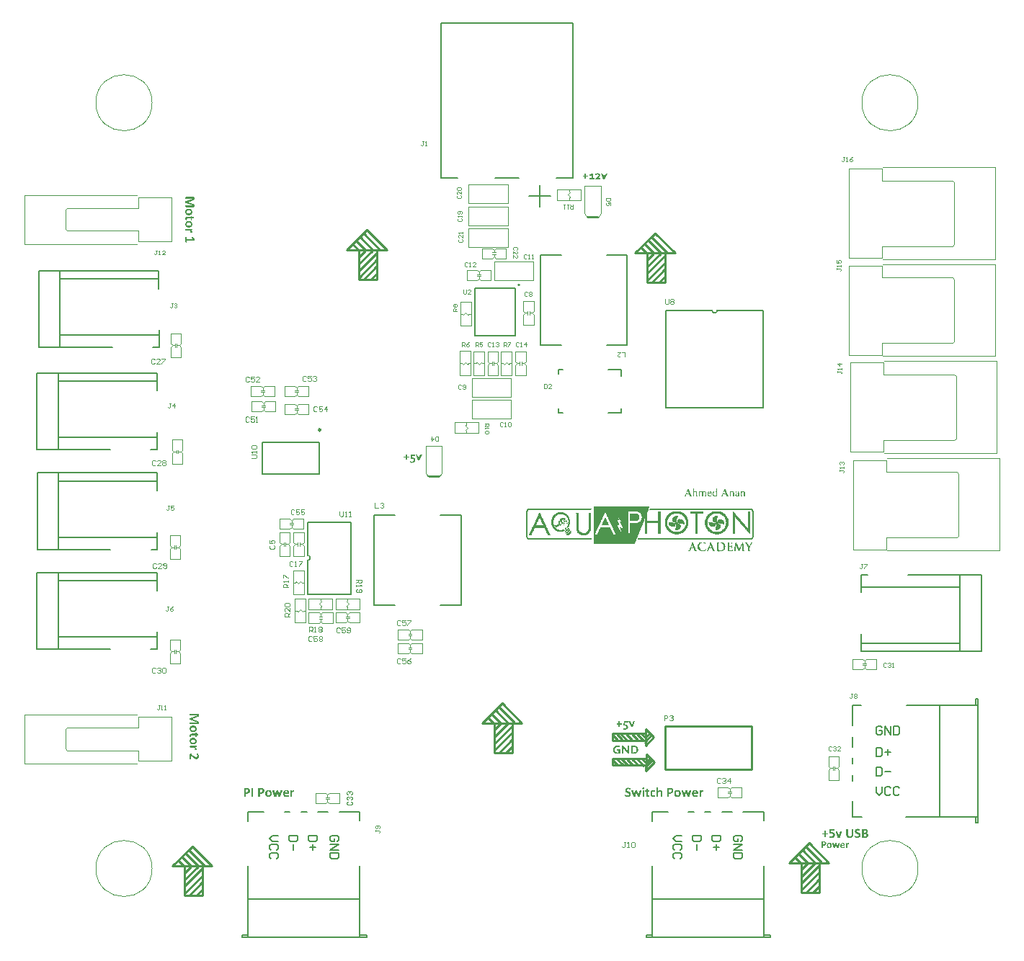
<source format=gto>
G04*
G04 #@! TF.GenerationSoftware,Altium Limited,Altium Designer,22.5.1 (42)*
G04*
G04 Layer_Color=65535*
%FSLAX44Y44*%
%MOMM*%
G71*
G04*
G04 #@! TF.SameCoordinates,7C753EF8-EF55-4721-AF4D-FDC1614254BA*
G04*
G04*
G04 #@! TF.FilePolarity,Positive*
G04*
G01*
G75*
%ADD10C,0.2000*%
%ADD11C,0.2500*%
%ADD12C,0.1000*%
%ADD13C,0.2540*%
%ADD14C,0.1500*%
%ADD15C,0.1270*%
%ADD16C,0.1280*%
%ADD17C,0.2032*%
G36*
X99719Y-27906D02*
X99375D01*
Y-28250D01*
X99031D01*
Y-28594D01*
X97656D01*
Y-28937D01*
X97312D01*
Y-28594D01*
X96969D01*
Y-28937D01*
X66719D01*
Y-28594D01*
X63969D01*
Y-28937D01*
X28219D01*
Y-28594D01*
X27875D01*
Y-28937D01*
X27188D01*
Y-28594D01*
X26500D01*
Y-28937D01*
X25125D01*
Y-29281D01*
X24781D01*
Y-29969D01*
X24437D01*
Y-60563D01*
X24781D01*
Y-61250D01*
X25125D01*
Y-61594D01*
X25812D01*
Y-61937D01*
X99719D01*
Y-63656D01*
X25125D01*
Y-63313D01*
X24437D01*
Y-62969D01*
X23750D01*
Y-62625D01*
X23406D01*
Y-61937D01*
X23063D01*
Y-61250D01*
X22719D01*
Y-29281D01*
X23063D01*
Y-28594D01*
X23406D01*
Y-28250D01*
X23750D01*
Y-27906D01*
X24094D01*
Y-27562D01*
X24437D01*
Y-27219D01*
X25469D01*
Y-26875D01*
X99719D01*
Y-27906D01*
D02*
G37*
G36*
X65000Y-31344D02*
X66375D01*
Y-31688D01*
X67063D01*
Y-32031D01*
X68094D01*
Y-32375D01*
X68438D01*
Y-32719D01*
X69125D01*
Y-33063D01*
X69469D01*
Y-33406D01*
X69812D01*
Y-33750D01*
X70156D01*
Y-34094D01*
X70844D01*
Y-34437D01*
X71188D01*
Y-35125D01*
X71531D01*
Y-35469D01*
X71875D01*
Y-35812D01*
X72219D01*
Y-36156D01*
X72562D01*
Y-36844D01*
X72906D01*
Y-37531D01*
X73250D01*
Y-38563D01*
X73594D01*
Y-39594D01*
X73938D01*
Y-40969D01*
X74281D01*
Y-44406D01*
X73938D01*
Y-45781D01*
X73594D01*
Y-46469D01*
X73250D01*
Y-47500D01*
X72906D01*
Y-48187D01*
X72562D01*
Y-48531D01*
X72219D01*
Y-49219D01*
X71875D01*
Y-49563D01*
X70500D01*
Y-47844D01*
X70844D01*
Y-47500D01*
X71188D01*
Y-46813D01*
X71531D01*
Y-46125D01*
X71875D01*
Y-44750D01*
X72219D01*
Y-43719D01*
X71875D01*
Y-44062D01*
X71188D01*
Y-44406D01*
X70844D01*
Y-44750D01*
X69812D01*
Y-45094D01*
X65687D01*
Y-44750D01*
X65000D01*
Y-44406D01*
X64313D01*
Y-44062D01*
X63625D01*
Y-43375D01*
X63281D01*
Y-43031D01*
X62937D01*
Y-42344D01*
X62594D01*
Y-41656D01*
X62250D01*
Y-45437D01*
X62594D01*
Y-45781D01*
X62937D01*
Y-45094D01*
X64313D01*
Y-45781D01*
X63625D01*
Y-46125D01*
X63969D01*
Y-46469D01*
X63625D01*
Y-46813D01*
X62937D01*
Y-47156D01*
X62250D01*
Y-46813D01*
X61906D01*
Y-46469D01*
X61562D01*
Y-46813D01*
X61219D01*
Y-47156D01*
X60875D01*
Y-47500D01*
X60531D01*
Y-47844D01*
X60188D01*
Y-48187D01*
X59844D01*
Y-48531D01*
X58812D01*
Y-48875D01*
X57438D01*
Y-48531D01*
X56750D01*
Y-48187D01*
X56406D01*
Y-47500D01*
X56062D01*
Y-47156D01*
X55719D01*
Y-46813D01*
X57781D01*
Y-46469D01*
X58812D01*
Y-46125D01*
X59156D01*
Y-45781D01*
X59844D01*
Y-45437D01*
X60188D01*
Y-44062D01*
X60531D01*
Y-42688D01*
X60875D01*
Y-41312D01*
X61906D01*
Y-40969D01*
X61562D01*
Y-40281D01*
X62250D01*
Y-39250D01*
X62937D01*
Y-38906D01*
X63625D01*
Y-38563D01*
X63969D01*
Y-38219D01*
X64313D01*
Y-37875D01*
X66031D01*
Y-37531D01*
X66375D01*
Y-37875D01*
X67406D01*
Y-38219D01*
X67750D01*
Y-38563D01*
X68094D01*
Y-38906D01*
X68781D01*
Y-39938D01*
X69125D01*
Y-40625D01*
X68781D01*
Y-39938D01*
X68438D01*
Y-40281D01*
X68094D01*
Y-39938D01*
X67750D01*
Y-40281D01*
X67406D01*
Y-41312D01*
X68094D01*
Y-40969D01*
X68438D01*
Y-41312D01*
X69125D01*
Y-40969D01*
X69469D01*
Y-41312D01*
X70156D01*
Y-41656D01*
X70500D01*
Y-42000D01*
X71531D01*
Y-42344D01*
X70844D01*
Y-43031D01*
X70500D01*
Y-42688D01*
X69469D01*
Y-42344D01*
X68781D01*
Y-42000D01*
X68438D01*
Y-42344D01*
X67750D01*
Y-42688D01*
X67406D01*
Y-42344D01*
X66719D01*
Y-39594D01*
X66375D01*
Y-39938D01*
X65687D01*
Y-39594D01*
X65344D01*
Y-39938D01*
X65687D01*
Y-40281D01*
X65344D01*
Y-40625D01*
X65000D01*
Y-41312D01*
X64656D01*
Y-42344D01*
X65000D01*
Y-43375D01*
X66031D01*
Y-43719D01*
X66719D01*
Y-44062D01*
X67063D01*
Y-44406D01*
X67406D01*
Y-44062D01*
X68438D01*
Y-44406D01*
X68781D01*
Y-44062D01*
X69125D01*
Y-44406D01*
X69469D01*
Y-44062D01*
X70500D01*
Y-43719D01*
X71188D01*
Y-43375D01*
X71531D01*
Y-43031D01*
X71875D01*
Y-43375D01*
X72219D01*
Y-40625D01*
X71875D01*
Y-39594D01*
X71531D01*
Y-38563D01*
X71188D01*
Y-37875D01*
X70844D01*
Y-37531D01*
X70500D01*
Y-36844D01*
X70156D01*
Y-36500D01*
X69812D01*
Y-36156D01*
X69469D01*
Y-35812D01*
X69125D01*
Y-35469D01*
X68781D01*
Y-35125D01*
X68094D01*
Y-34781D01*
X67406D01*
Y-34437D01*
X66719D01*
Y-34094D01*
X65687D01*
Y-33750D01*
X60875D01*
Y-34094D01*
X59844D01*
Y-34437D01*
X59156D01*
Y-34781D01*
X58469D01*
Y-35125D01*
X58125D01*
Y-35469D01*
X57781D01*
Y-35812D01*
X57438D01*
Y-36156D01*
X57094D01*
Y-36500D01*
X56750D01*
Y-36844D01*
X56406D01*
Y-37188D01*
X56062D01*
Y-37875D01*
X55719D01*
Y-38219D01*
X55375D01*
Y-39250D01*
X55031D01*
Y-40281D01*
X54688D01*
Y-41312D01*
X54344D01*
Y-44750D01*
X54688D01*
Y-45781D01*
X55031D01*
Y-46813D01*
X55375D01*
Y-47500D01*
X55719D01*
Y-48187D01*
X56062D01*
Y-48531D01*
X56406D01*
Y-49219D01*
X56750D01*
Y-49563D01*
X57094D01*
Y-49906D01*
X57438D01*
Y-50250D01*
X57781D01*
Y-50594D01*
X58469D01*
Y-50938D01*
X58812D01*
Y-51281D01*
X59500D01*
Y-51625D01*
X60188D01*
Y-51969D01*
X61562D01*
Y-52312D01*
X64656D01*
Y-51969D01*
X66031D01*
Y-51625D01*
X67063D01*
Y-51969D01*
X67406D01*
Y-52312D01*
X67750D01*
Y-53000D01*
X67406D01*
Y-53344D01*
X66375D01*
Y-53688D01*
X65344D01*
Y-54031D01*
X64313D01*
Y-54375D01*
X60531D01*
Y-54031D01*
X59500D01*
Y-53688D01*
X58812D01*
Y-53344D01*
X57781D01*
Y-53000D01*
X57438D01*
Y-52656D01*
X56750D01*
Y-52312D01*
X56406D01*
Y-51969D01*
X56062D01*
Y-51625D01*
X55719D01*
Y-51281D01*
X55375D01*
Y-50938D01*
X55031D01*
Y-50594D01*
X54688D01*
Y-49906D01*
X54344D01*
Y-49563D01*
X54000D01*
Y-49219D01*
X53656D01*
Y-48531D01*
X53313D01*
Y-47844D01*
X52969D01*
Y-47156D01*
X52625D01*
Y-46125D01*
X52281D01*
Y-44750D01*
X51937D01*
Y-40625D01*
X52281D01*
Y-39594D01*
X52625D01*
Y-38219D01*
X52969D01*
Y-37531D01*
X53313D01*
Y-36844D01*
X53656D01*
Y-36156D01*
X54000D01*
Y-35812D01*
X54344D01*
Y-35125D01*
X54688D01*
Y-34781D01*
X55031D01*
Y-34437D01*
X55375D01*
Y-34094D01*
X55719D01*
Y-33750D01*
X56062D01*
Y-33406D01*
X56750D01*
Y-33063D01*
X57094D01*
Y-32719D01*
X57781D01*
Y-32375D01*
X58125D01*
Y-32031D01*
X58812D01*
Y-31688D01*
X59844D01*
Y-31344D01*
X61219D01*
Y-31000D01*
X65000D01*
Y-31344D01*
D02*
G37*
G36*
X67406Y-46125D02*
X66719D01*
Y-45781D01*
X67406D01*
Y-46125D01*
D02*
G37*
G36*
X66031Y-46813D02*
X65687D01*
Y-46469D01*
X66031D01*
Y-46813D01*
D02*
G37*
G36*
X60875Y-48875D02*
X61219D01*
Y-49219D01*
X60875D01*
Y-48875D01*
X60531D01*
Y-48531D01*
X60875D01*
Y-48875D01*
D02*
G37*
G36*
X285688Y-56781D02*
X285000D01*
Y-56438D01*
X284656D01*
Y-56094D01*
X284312D01*
Y-55750D01*
X283969D01*
Y-55406D01*
X283625D01*
Y-54719D01*
X283281D01*
Y-54375D01*
X282938D01*
Y-54031D01*
X282594D01*
Y-53688D01*
X282250D01*
Y-53344D01*
X281906D01*
Y-53000D01*
X281562D01*
Y-52656D01*
X281219D01*
Y-51969D01*
X280875D01*
Y-51625D01*
X280531D01*
Y-51281D01*
X280187D01*
Y-50938D01*
X279844D01*
Y-50594D01*
X279500D01*
Y-50250D01*
X279156D01*
Y-49563D01*
X278813D01*
Y-49219D01*
X278469D01*
Y-48875D01*
X278125D01*
Y-48531D01*
X277781D01*
Y-48187D01*
X277437D01*
Y-47844D01*
X277094D01*
Y-47156D01*
X276750D01*
Y-46813D01*
X276406D01*
Y-46469D01*
X276063D01*
Y-46125D01*
X275719D01*
Y-45781D01*
X275375D01*
Y-45437D01*
X275031D01*
Y-45094D01*
X274688D01*
Y-44406D01*
X274000D01*
Y-43719D01*
X273656D01*
Y-43375D01*
X273312D01*
Y-43031D01*
X272969D01*
Y-42688D01*
X272625D01*
Y-42344D01*
X272281D01*
Y-42000D01*
X271938D01*
Y-41312D01*
X271594D01*
Y-40969D01*
X271250D01*
Y-40625D01*
X270906D01*
Y-40281D01*
X270562D01*
Y-39938D01*
X270219D01*
Y-39594D01*
X269875D01*
Y-38906D01*
X269188D01*
Y-38219D01*
X268844D01*
Y-37875D01*
X268500D01*
Y-37531D01*
X268156D01*
Y-56438D01*
X267812D01*
Y-56781D01*
X265406D01*
Y-56438D01*
X265063D01*
Y-30312D01*
X266094D01*
Y-31000D01*
X266437D01*
Y-31344D01*
X266781D01*
Y-31688D01*
X267125D01*
Y-32031D01*
X267469D01*
Y-32375D01*
X267812D01*
Y-32719D01*
X268156D01*
Y-33063D01*
X268500D01*
Y-33750D01*
X268844D01*
Y-34094D01*
X269188D01*
Y-34437D01*
X269531D01*
Y-34781D01*
X269875D01*
Y-35125D01*
X270219D01*
Y-35469D01*
X270562D01*
Y-36156D01*
X270906D01*
Y-36500D01*
X271250D01*
Y-36844D01*
X271594D01*
Y-37188D01*
X271938D01*
Y-37531D01*
X272281D01*
Y-37875D01*
X272625D01*
Y-38219D01*
X272969D01*
Y-38906D01*
X273312D01*
Y-39250D01*
X273656D01*
Y-39594D01*
X274000D01*
Y-39938D01*
X274344D01*
Y-40281D01*
X274688D01*
Y-40625D01*
X275031D01*
Y-41312D01*
X275375D01*
Y-41656D01*
X275719D01*
Y-42000D01*
X276063D01*
Y-42344D01*
X276406D01*
Y-42688D01*
X276750D01*
Y-43031D01*
X277094D01*
Y-43375D01*
X277437D01*
Y-44062D01*
X277781D01*
Y-44406D01*
X278125D01*
Y-44750D01*
X278469D01*
Y-45094D01*
X278813D01*
Y-45437D01*
X279156D01*
Y-45781D01*
X279500D01*
Y-46125D01*
X279844D01*
Y-46813D01*
X280187D01*
Y-47156D01*
X280531D01*
Y-47500D01*
X280875D01*
Y-47844D01*
X281219D01*
Y-48187D01*
X281562D01*
Y-48531D01*
X281906D01*
Y-48875D01*
X282250D01*
Y-49563D01*
X282594D01*
Y-49906D01*
X282938D01*
Y-30312D01*
X285688D01*
Y-56781D01*
D02*
G37*
G36*
X69812Y-51281D02*
X70844D01*
Y-50938D01*
X71188D01*
Y-50594D01*
X71531D01*
Y-50250D01*
X71875D01*
Y-49906D01*
X72906D01*
Y-50250D01*
X73250D01*
Y-50938D01*
X72906D01*
Y-51625D01*
X72219D01*
Y-51969D01*
X71875D01*
Y-52312D01*
X71531D01*
Y-52656D01*
X71188D01*
Y-53000D01*
X70500D01*
Y-53344D01*
X70156D01*
Y-53688D01*
X69812D01*
Y-54031D01*
X69469D01*
Y-54375D01*
X68781D01*
Y-54719D01*
X68438D01*
Y-55062D01*
X67750D01*
Y-54375D01*
X67406D01*
Y-54031D01*
X67750D01*
Y-53344D01*
X68094D01*
Y-53000D01*
X68781D01*
Y-52656D01*
X69125D01*
Y-52312D01*
X68781D01*
Y-51625D01*
X68438D01*
Y-50594D01*
X68094D01*
Y-49906D01*
X68438D01*
Y-49563D01*
X68781D01*
Y-49219D01*
X69812D01*
Y-51281D01*
D02*
G37*
G36*
X98687Y-43031D02*
Y-43375D01*
Y-51281D01*
X98344D01*
Y-53000D01*
X98000D01*
Y-54031D01*
X97656D01*
Y-54375D01*
X97312D01*
Y-55062D01*
X96969D01*
Y-55406D01*
X96625D01*
Y-55750D01*
X96281D01*
Y-56094D01*
X95938D01*
Y-56438D01*
X95594D01*
Y-56781D01*
X95250D01*
Y-57125D01*
X94906D01*
Y-57469D01*
X94219D01*
Y-57812D01*
X93188D01*
Y-58156D01*
X92156D01*
Y-58500D01*
X88375D01*
Y-58156D01*
X87000D01*
Y-57812D01*
X85969D01*
Y-57469D01*
X85281D01*
Y-57125D01*
X84937D01*
Y-56781D01*
X84594D01*
Y-56438D01*
X83906D01*
Y-56094D01*
X83562D01*
Y-55750D01*
X83219D01*
Y-55406D01*
X82875D01*
Y-54719D01*
X82531D01*
Y-54375D01*
X82188D01*
Y-53344D01*
X81844D01*
Y-52312D01*
X81500D01*
Y-32719D01*
X81156D01*
Y-32375D01*
X81500D01*
Y-32031D01*
X81156D01*
Y-31688D01*
X84250D01*
Y-51281D01*
X84594D01*
Y-52656D01*
X84937D01*
Y-53344D01*
X85281D01*
Y-53688D01*
X85625D01*
Y-54031D01*
X85969D01*
Y-54375D01*
X86656D01*
Y-54719D01*
X87000D01*
Y-55062D01*
X88031D01*
Y-55406D01*
X89062D01*
Y-55750D01*
X91125D01*
Y-55406D01*
X92500D01*
Y-55062D01*
X93188D01*
Y-54719D01*
X93531D01*
Y-54375D01*
X93875D01*
Y-54031D01*
X94563D01*
Y-53344D01*
X94906D01*
Y-53000D01*
X95250D01*
Y-52312D01*
X95594D01*
Y-51281D01*
X95938D01*
Y-31688D01*
X98687D01*
Y-43031D01*
D02*
G37*
G36*
X230000Y-30656D02*
X230344D01*
Y-31000D01*
X230000D01*
Y-31344D01*
X230344D01*
Y-32031D01*
X230000D01*
Y-32375D01*
X230344D01*
Y-33063D01*
X224156D01*
Y-56781D01*
X221750D01*
Y-56438D01*
X221406D01*
Y-33063D01*
X215562D01*
Y-30312D01*
X230000D01*
Y-30656D01*
D02*
G37*
G36*
X167094Y-26531D02*
X166750D01*
Y-27562D01*
X166406D01*
Y-28594D01*
X166063D01*
Y-29281D01*
X165719D01*
Y-29969D01*
X165375D01*
Y-31000D01*
X165031D01*
Y-31688D01*
X164688D01*
Y-32719D01*
X164344D01*
Y-33406D01*
X164688D01*
Y-35812D01*
X165031D01*
Y-36156D01*
X164688D01*
Y-41312D01*
X177750D01*
Y-30312D01*
X180500D01*
Y-30656D01*
X180844D01*
Y-56438D01*
X180500D01*
Y-56781D01*
X178094D01*
Y-56438D01*
X177750D01*
Y-44062D01*
X164688D01*
Y-56094D01*
X165031D01*
Y-56438D01*
X164688D01*
Y-56781D01*
X161938D01*
Y-39250D01*
X161594D01*
Y-40281D01*
X161250D01*
Y-41312D01*
X160906D01*
Y-42000D01*
X160562D01*
Y-42688D01*
X160219D01*
Y-43719D01*
X159875D01*
Y-44406D01*
X159531D01*
Y-45437D01*
X159187D01*
Y-46125D01*
X158844D01*
Y-47156D01*
X158500D01*
Y-47844D01*
X158156D01*
Y-48875D01*
X157812D01*
Y-49563D01*
X157469D01*
Y-50250D01*
X157125D01*
Y-51281D01*
X156781D01*
Y-52312D01*
X156438D01*
Y-53000D01*
X156094D01*
Y-54031D01*
X155750D01*
Y-54719D01*
X155406D01*
Y-55406D01*
X155063D01*
Y-56438D01*
X154719D01*
Y-57469D01*
X154375D01*
Y-58156D01*
X154031D01*
Y-58844D01*
X153687D01*
Y-59875D01*
X153344D01*
Y-60563D01*
X153000D01*
Y-61594D01*
X152656D01*
Y-62281D01*
X152312D01*
Y-63313D01*
X151969D01*
Y-64000D01*
X151625D01*
Y-65031D01*
X151281D01*
Y-65719D01*
X150938D01*
Y-66406D01*
X150594D01*
Y-67438D01*
X150250D01*
Y-68125D01*
X149563D01*
Y-68469D01*
X149219D01*
Y-68125D01*
X102125D01*
Y-67781D01*
X101781D01*
Y-25156D01*
X102125D01*
Y-24813D01*
X167094D01*
Y-26531D01*
D02*
G37*
G36*
X74281Y-53000D02*
X73594D01*
Y-53344D01*
X73250D01*
Y-53688D01*
X72906D01*
Y-54031D01*
X72562D01*
Y-54375D01*
X72219D01*
Y-54719D01*
X71531D01*
Y-55406D01*
X70844D01*
Y-55750D01*
X70500D01*
Y-56094D01*
X70156D01*
Y-56438D01*
X69469D01*
Y-56781D01*
X69125D01*
Y-56438D01*
X68781D01*
Y-55406D01*
X69125D01*
Y-55062D01*
X69469D01*
Y-54719D01*
X69812D01*
Y-54375D01*
X70156D01*
Y-54031D01*
X70844D01*
Y-53688D01*
X71188D01*
Y-53344D01*
X71531D01*
Y-53000D01*
X71875D01*
Y-52656D01*
X72219D01*
Y-52312D01*
X72562D01*
Y-51969D01*
X73250D01*
Y-51625D01*
X74281D01*
Y-53000D01*
D02*
G37*
G36*
X249594Y-30312D02*
X250969D01*
Y-30656D01*
X251656D01*
Y-31000D01*
X252687D01*
Y-31344D01*
X253375D01*
Y-31688D01*
X253719D01*
Y-32031D01*
X254406D01*
Y-32375D01*
X254750D01*
Y-32719D01*
X255094D01*
Y-33063D01*
X255781D01*
Y-33406D01*
X256125D01*
Y-33750D01*
X256469D01*
Y-34094D01*
X256812D01*
Y-34437D01*
X257156D01*
Y-35125D01*
X257500D01*
Y-35469D01*
X257844D01*
Y-35812D01*
X258188D01*
Y-36500D01*
X258531D01*
Y-37188D01*
X258875D01*
Y-37875D01*
X259219D01*
Y-38563D01*
X259562D01*
Y-39250D01*
X259906D01*
Y-41312D01*
X260250D01*
Y-45437D01*
X259906D01*
Y-47500D01*
X259562D01*
Y-48531D01*
X259219D01*
Y-49219D01*
X258875D01*
Y-49906D01*
X258531D01*
Y-50594D01*
X258188D01*
Y-50938D01*
X257844D01*
Y-51625D01*
X257500D01*
Y-51969D01*
X257156D01*
Y-52312D01*
X256812D01*
Y-53000D01*
X256469D01*
Y-53344D01*
X255781D01*
Y-53688D01*
X255438D01*
Y-54031D01*
X255094D01*
Y-54375D01*
X254750D01*
Y-54719D01*
X254062D01*
Y-55062D01*
X253719D01*
Y-55406D01*
X253031D01*
Y-55750D01*
X252344D01*
Y-56094D01*
X251656D01*
Y-56438D01*
X250625D01*
Y-56781D01*
X249250D01*
Y-57125D01*
X244094D01*
Y-56781D01*
X242031D01*
Y-56438D01*
X241344D01*
Y-56094D01*
X240312D01*
Y-55750D01*
X239625D01*
Y-55406D01*
X239281D01*
Y-55062D01*
X238594D01*
Y-54719D01*
X238250D01*
Y-54375D01*
X237563D01*
Y-54031D01*
X237219D01*
Y-53688D01*
X236875D01*
Y-53344D01*
X236531D01*
Y-53000D01*
X236187D01*
Y-52656D01*
X235844D01*
Y-52312D01*
X235500D01*
Y-51625D01*
X235156D01*
Y-51281D01*
X234813D01*
Y-50938D01*
X234469D01*
Y-50250D01*
X234125D01*
Y-49563D01*
X233781D01*
Y-48875D01*
X233438D01*
Y-47844D01*
X233094D01*
Y-46469D01*
X232750D01*
Y-40969D01*
X233094D01*
Y-39250D01*
X233438D01*
Y-38563D01*
X233781D01*
Y-37531D01*
X234125D01*
Y-36844D01*
X234469D01*
Y-36500D01*
X234813D01*
Y-35812D01*
X235156D01*
Y-35469D01*
X235500D01*
Y-34781D01*
X235844D01*
Y-34437D01*
X236187D01*
Y-34094D01*
X236531D01*
Y-33750D01*
X236875D01*
Y-33406D01*
X237219D01*
Y-33063D01*
X237563D01*
Y-32719D01*
X237906D01*
Y-32375D01*
X238594D01*
Y-32031D01*
X239281D01*
Y-31688D01*
X239625D01*
Y-31344D01*
X240312D01*
Y-31000D01*
X241000D01*
Y-30656D01*
X242031D01*
Y-30312D01*
X243062D01*
Y-29969D01*
X249594D01*
Y-30312D01*
D02*
G37*
G36*
X202500D02*
X203875D01*
Y-30656D01*
X204562D01*
Y-31000D01*
X205594D01*
Y-31344D01*
X206281D01*
Y-31688D01*
X206625D01*
Y-32031D01*
X207313D01*
Y-32375D01*
X207656D01*
Y-32719D01*
X208344D01*
Y-33406D01*
X209031D01*
Y-33750D01*
X209375D01*
Y-34094D01*
X209719D01*
Y-34437D01*
X210063D01*
Y-35125D01*
X210406D01*
Y-35469D01*
X210750D01*
Y-35812D01*
X211094D01*
Y-36500D01*
X211437D01*
Y-37188D01*
X211781D01*
Y-37875D01*
X212125D01*
Y-38563D01*
X212469D01*
Y-39594D01*
X212812D01*
Y-41656D01*
X213156D01*
Y-45437D01*
X212812D01*
Y-47500D01*
X212469D01*
Y-48531D01*
X212125D01*
Y-49219D01*
X211781D01*
Y-49906D01*
X211437D01*
Y-50594D01*
X211094D01*
Y-50938D01*
X210750D01*
Y-51625D01*
X210406D01*
Y-51969D01*
X210063D01*
Y-52312D01*
X209719D01*
Y-52656D01*
X209375D01*
Y-53344D01*
X208687D01*
Y-53688D01*
X208344D01*
Y-54031D01*
X208000D01*
Y-54375D01*
X207656D01*
Y-54719D01*
X206969D01*
Y-55062D01*
X206625D01*
Y-55406D01*
X205938D01*
Y-55750D01*
X205250D01*
Y-56094D01*
X204562D01*
Y-56438D01*
X203531D01*
Y-56781D01*
X201812D01*
Y-57125D01*
X196656D01*
Y-56781D01*
X194937D01*
Y-56438D01*
X194250D01*
Y-56094D01*
X193219D01*
Y-55750D01*
X192531D01*
Y-55406D01*
X192188D01*
Y-55062D01*
X191500D01*
Y-54719D01*
X191156D01*
Y-54375D01*
X190469D01*
Y-54031D01*
X190125D01*
Y-53688D01*
X189781D01*
Y-53344D01*
X189438D01*
Y-53000D01*
X189094D01*
Y-52656D01*
X188750D01*
Y-52312D01*
X188406D01*
Y-51625D01*
X188062D01*
Y-51281D01*
X187719D01*
Y-50938D01*
X187375D01*
Y-50250D01*
X187031D01*
Y-49563D01*
X186688D01*
Y-48875D01*
X186344D01*
Y-48187D01*
X186000D01*
Y-46469D01*
X185656D01*
Y-40625D01*
X186000D01*
Y-39250D01*
X186344D01*
Y-38563D01*
X186688D01*
Y-37531D01*
X187031D01*
Y-36844D01*
X187375D01*
Y-36156D01*
X187719D01*
Y-35812D01*
X188062D01*
Y-35125D01*
X188406D01*
Y-34781D01*
X188750D01*
Y-34437D01*
X189094D01*
Y-34094D01*
X189438D01*
Y-33750D01*
X189781D01*
Y-33406D01*
X190125D01*
Y-33063D01*
X190469D01*
Y-32719D01*
X190812D01*
Y-32375D01*
X191500D01*
Y-32031D01*
X192188D01*
Y-31688D01*
X192531D01*
Y-31344D01*
X193219D01*
Y-31000D01*
X194250D01*
Y-30656D01*
X194937D01*
Y-30312D01*
X195969D01*
Y-29969D01*
X202500D01*
Y-30312D01*
D02*
G37*
G36*
X38875Y-32375D02*
X39219D01*
Y-33063D01*
X39562D01*
Y-34094D01*
X39906D01*
Y-34781D01*
X40250D01*
Y-35469D01*
X40594D01*
Y-36156D01*
X40938D01*
Y-37188D01*
X41281D01*
Y-37875D01*
X41625D01*
Y-38563D01*
X41969D01*
Y-39250D01*
X42312D01*
Y-39938D01*
X42656D01*
Y-40625D01*
X43000D01*
Y-41312D01*
X43344D01*
Y-41656D01*
Y-42000D01*
X43688D01*
Y-42688D01*
X44031D01*
Y-43375D01*
X44375D01*
Y-44406D01*
X44719D01*
Y-45094D01*
X45062D01*
Y-45781D01*
X45406D01*
Y-46469D01*
X45750D01*
Y-47156D01*
X46094D01*
Y-48187D01*
X46438D01*
Y-48875D01*
X46781D01*
Y-49563D01*
X47125D01*
Y-50250D01*
X47469D01*
Y-50938D01*
X47812D01*
Y-51625D01*
X48156D01*
Y-52656D01*
X48500D01*
Y-53000D01*
X48844D01*
Y-54031D01*
X49187D01*
Y-54719D01*
X49531D01*
Y-55406D01*
X49875D01*
Y-56094D01*
X50219D01*
Y-57125D01*
X50563D01*
Y-57812D01*
X50906D01*
Y-58156D01*
X47812D01*
Y-57469D01*
X47469D01*
Y-56781D01*
X47125D01*
Y-56094D01*
X46781D01*
Y-55406D01*
X46438D01*
Y-54719D01*
X46094D01*
Y-54031D01*
X45750D01*
Y-53344D01*
X45406D01*
Y-52312D01*
X45062D01*
Y-51625D01*
X44719D01*
Y-51281D01*
X44375D01*
Y-50250D01*
X44031D01*
Y-49563D01*
X32687D01*
Y-50250D01*
X32344D01*
Y-50938D01*
X32000D01*
Y-51625D01*
X31656D01*
Y-52312D01*
X31312D01*
Y-53000D01*
X30969D01*
Y-53688D01*
X30625D01*
Y-54375D01*
X30281D01*
Y-55406D01*
X29938D01*
Y-56094D01*
X29594D01*
Y-56781D01*
X29250D01*
Y-57469D01*
X28906D01*
Y-58156D01*
X25812D01*
Y-57469D01*
X26156D01*
Y-56781D01*
X26500D01*
Y-55750D01*
X26844D01*
Y-55062D01*
X27188D01*
Y-54719D01*
X27531D01*
Y-53688D01*
X27875D01*
Y-53000D01*
X28219D01*
Y-52312D01*
X28563D01*
Y-51625D01*
X28906D01*
Y-50938D01*
X29250D01*
Y-50250D01*
X29594D01*
Y-49219D01*
X29938D01*
Y-48531D01*
X30281D01*
Y-47844D01*
X30625D01*
Y-47156D01*
X30969D01*
Y-46469D01*
X31312D01*
Y-45781D01*
X31656D01*
Y-45094D01*
X32000D01*
Y-44406D01*
X32344D01*
Y-43375D01*
X32687D01*
Y-42688D01*
X33031D01*
Y-42000D01*
X33375D01*
Y-41312D01*
X33719D01*
Y-40625D01*
X34062D01*
Y-39938D01*
X34406D01*
Y-39250D01*
X34750D01*
Y-38219D01*
X35094D01*
Y-37531D01*
X35438D01*
Y-36844D01*
X35781D01*
Y-36156D01*
X36125D01*
Y-35469D01*
X36469D01*
Y-34781D01*
X36813D01*
Y-34094D01*
X37156D01*
Y-33063D01*
X37500D01*
Y-32375D01*
X37844D01*
Y-32031D01*
X38875D01*
Y-32375D01*
D02*
G37*
G36*
X75312Y-53344D02*
X75656D01*
Y-54375D01*
X75312D01*
Y-55062D01*
X75656D01*
Y-55750D01*
X75312D01*
Y-56094D01*
X74969D01*
Y-56438D01*
X74625D01*
Y-56781D01*
X74281D01*
Y-57125D01*
X73938D01*
Y-57469D01*
X73594D01*
Y-57812D01*
X72906D01*
Y-58156D01*
X72562D01*
Y-58500D01*
X71188D01*
Y-58156D01*
X70156D01*
Y-57812D01*
X69812D01*
Y-57125D01*
X70156D01*
Y-56781D01*
X70500D01*
Y-56438D01*
X70844D01*
Y-56094D01*
X71531D01*
Y-55750D01*
X71875D01*
Y-55406D01*
X72219D01*
Y-55062D01*
X72562D01*
Y-54719D01*
X72906D01*
Y-54375D01*
X73594D01*
Y-54031D01*
X73938D01*
Y-53688D01*
X74281D01*
Y-53344D01*
X74625D01*
Y-53000D01*
X75312D01*
Y-53344D01*
D02*
G37*
G36*
X287406Y-27219D02*
X288094D01*
Y-27562D01*
X288438D01*
Y-27906D01*
X289125D01*
Y-28594D01*
X289469D01*
Y-29281D01*
X289813D01*
Y-61250D01*
X289469D01*
Y-62281D01*
X289125D01*
Y-62625D01*
X288781D01*
Y-62969D01*
X288094D01*
Y-63313D01*
X287406D01*
Y-63656D01*
X153687D01*
Y-61937D01*
X286719D01*
Y-61594D01*
X287406D01*
Y-61250D01*
X287750D01*
Y-60563D01*
X288094D01*
Y-29969D01*
X287750D01*
Y-29281D01*
X287406D01*
Y-28937D01*
X249250D01*
Y-28594D01*
X248219D01*
Y-28937D01*
X245812D01*
Y-28594D01*
X245469D01*
Y-28937D01*
X202844D01*
Y-28594D01*
X201125D01*
Y-28937D01*
X199406D01*
Y-28594D01*
X198375D01*
Y-28937D01*
X168469D01*
Y-28594D01*
X167437D01*
Y-28250D01*
X167781D01*
Y-27562D01*
X168125D01*
Y-27219D01*
X168469D01*
Y-26875D01*
X287406D01*
Y-27219D01*
D02*
G37*
G36*
X264719Y-67781D02*
X264375D01*
Y-68469D01*
X264031D01*
Y-67438D01*
X263344D01*
Y-67094D01*
X261281D01*
Y-71219D01*
X263687D01*
Y-70875D01*
X264031D01*
Y-70531D01*
X264719D01*
Y-71906D01*
X264375D01*
Y-73281D01*
X264031D01*
Y-72594D01*
X263687D01*
Y-72250D01*
X263344D01*
Y-71906D01*
X261281D01*
Y-75687D01*
X261625D01*
Y-76031D01*
X264375D01*
Y-75687D01*
X264719D01*
Y-75000D01*
X265063D01*
Y-77063D01*
X258188D01*
Y-76719D01*
X259219D01*
Y-75687D01*
X259562D01*
Y-73969D01*
Y-73625D01*
Y-67438D01*
X259219D01*
Y-66750D01*
X258188D01*
Y-66406D01*
X264719D01*
Y-67781D01*
D02*
G37*
G36*
X233094Y-66750D02*
X233781D01*
Y-67094D01*
X233438D01*
Y-69500D01*
X233094D01*
Y-68812D01*
X232750D01*
Y-68125D01*
X232406D01*
Y-67781D01*
X231719D01*
Y-67438D01*
X230688D01*
Y-67094D01*
X228969D01*
Y-67438D01*
X227938D01*
Y-67781D01*
X227250D01*
Y-68125D01*
X226906D01*
Y-68469D01*
X226562D01*
Y-69156D01*
X226219D01*
Y-70531D01*
X225875D01*
Y-72250D01*
X226219D01*
Y-73625D01*
X226562D01*
Y-73969D01*
X226906D01*
Y-74656D01*
X227250D01*
Y-75000D01*
X227594D01*
Y-75344D01*
X227938D01*
Y-75687D01*
X228625D01*
Y-76031D01*
X232062D01*
Y-75687D01*
X232750D01*
Y-75000D01*
X233094D01*
Y-74313D01*
X233781D01*
Y-75000D01*
X233438D01*
Y-76719D01*
X233094D01*
Y-77063D01*
X227938D01*
Y-76719D01*
X226906D01*
Y-76375D01*
X226219D01*
Y-76031D01*
X225531D01*
Y-75687D01*
X225187D01*
Y-75000D01*
X224844D01*
Y-74656D01*
X224500D01*
Y-74313D01*
X224156D01*
Y-73281D01*
X223813D01*
Y-70188D01*
X224156D01*
Y-69156D01*
X224500D01*
Y-68812D01*
X224844D01*
Y-68125D01*
X225187D01*
Y-67781D01*
X225531D01*
Y-67438D01*
X225875D01*
Y-67094D01*
X226562D01*
Y-66750D01*
X227594D01*
Y-66406D01*
X233094D01*
Y-66750D01*
D02*
G37*
G36*
X289469D02*
X288781D01*
Y-67094D01*
X288094D01*
Y-67438D01*
X287750D01*
Y-68125D01*
X287406D01*
Y-68469D01*
X287062D01*
Y-69156D01*
X286719D01*
Y-69844D01*
X286375D01*
Y-70531D01*
X286031D01*
Y-70875D01*
X285688D01*
Y-71562D01*
X285344D01*
Y-72594D01*
X285000D01*
Y-76031D01*
X285344D01*
Y-76719D01*
X286719D01*
Y-77063D01*
X281906D01*
Y-76719D01*
X282938D01*
Y-76031D01*
X283281D01*
Y-72937D01*
X282938D01*
Y-71906D01*
X282594D01*
Y-71219D01*
X282250D01*
Y-70531D01*
X281906D01*
Y-70188D01*
X281562D01*
Y-69500D01*
X281219D01*
Y-68812D01*
X280875D01*
Y-68469D01*
X280531D01*
Y-67781D01*
X280187D01*
Y-67438D01*
X279844D01*
Y-67094D01*
X279500D01*
Y-66750D01*
X278813D01*
Y-66406D01*
X282594D01*
Y-66750D01*
X282250D01*
Y-67094D01*
Y-67438D01*
Y-67781D01*
X282594D01*
Y-68125D01*
X282938D01*
Y-68812D01*
X283281D01*
Y-69500D01*
X283625D01*
Y-70188D01*
X283969D01*
Y-70875D01*
X284312D01*
Y-71219D01*
X284656D01*
Y-70531D01*
X285000D01*
Y-70188D01*
X285344D01*
Y-69500D01*
X285688D01*
Y-68812D01*
X286031D01*
Y-68125D01*
X286375D01*
Y-67438D01*
X286719D01*
Y-66750D01*
X286031D01*
Y-66406D01*
X289469D01*
Y-66750D01*
D02*
G37*
G36*
X277437Y-68812D02*
X277781D01*
Y-71219D01*
X278125D01*
Y-73281D01*
X278469D01*
Y-75687D01*
X278813D01*
Y-76375D01*
X279156D01*
Y-76719D01*
X280187D01*
Y-77063D01*
X276406D01*
Y-76719D01*
X276750D01*
Y-75000D01*
X276406D01*
Y-72594D01*
X276063D01*
Y-70531D01*
X275719D01*
Y-71219D01*
X275375D01*
Y-72250D01*
X275031D01*
Y-72594D01*
X274688D01*
Y-73625D01*
X274344D01*
Y-74313D01*
X274000D01*
Y-75000D01*
X273656D01*
Y-75687D01*
X273312D01*
Y-76375D01*
X272969D01*
Y-77063D01*
X272281D01*
Y-76719D01*
X271938D01*
Y-76375D01*
X271594D01*
Y-75687D01*
X271250D01*
Y-75000D01*
X270906D01*
Y-74313D01*
X270562D01*
Y-73625D01*
X270219D01*
Y-72594D01*
X269875D01*
Y-72250D01*
X269531D01*
Y-71219D01*
X269188D01*
Y-70875D01*
X268844D01*
Y-73281D01*
X268500D01*
Y-76719D01*
X269531D01*
Y-77063D01*
X266094D01*
Y-76719D01*
X266781D01*
Y-76375D01*
X267125D01*
Y-74313D01*
X267469D01*
Y-71906D01*
X267812D01*
Y-69844D01*
X268156D01*
Y-67438D01*
X268500D01*
Y-66406D01*
X269188D01*
Y-67094D01*
X269531D01*
Y-67781D01*
X269875D01*
Y-68469D01*
X270219D01*
Y-69156D01*
X270562D01*
Y-69500D01*
X270906D01*
Y-70531D01*
X271250D01*
Y-71219D01*
X271594D01*
Y-71906D01*
X271938D01*
Y-72594D01*
X272281D01*
Y-73281D01*
X272625D01*
Y-73969D01*
X272969D01*
Y-73625D01*
X273312D01*
Y-72937D01*
X273656D01*
Y-72250D01*
X274000D01*
Y-71562D01*
X274344D01*
Y-70875D01*
X274688D01*
Y-70188D01*
X275031D01*
Y-69500D01*
X275375D01*
Y-68812D01*
X275719D01*
Y-68125D01*
X276063D01*
Y-67438D01*
X276406D01*
Y-66406D01*
X277437D01*
Y-68812D01*
D02*
G37*
G36*
X239625Y-66750D02*
X239969D01*
Y-67438D01*
X240312D01*
Y-68125D01*
X240656D01*
Y-69156D01*
X241000D01*
Y-70188D01*
X241344D01*
Y-70875D01*
X241688D01*
Y-71906D01*
X242031D01*
Y-72594D01*
X242375D01*
Y-73281D01*
Y-73625D01*
X242719D01*
Y-74313D01*
X243062D01*
Y-75344D01*
X243406D01*
Y-76031D01*
X243750D01*
Y-76375D01*
X244094D01*
Y-76719D01*
X245125D01*
Y-77063D01*
X241344D01*
Y-76719D01*
X241688D01*
Y-76031D01*
X241344D01*
Y-75344D01*
X241000D01*
Y-74313D01*
X240656D01*
Y-73625D01*
X237563D01*
Y-73969D01*
X237219D01*
Y-75000D01*
X236875D01*
Y-75687D01*
X236531D01*
Y-76719D01*
X237563D01*
Y-77063D01*
X233781D01*
Y-76719D01*
X234813D01*
Y-76375D01*
X235156D01*
Y-75687D01*
X235500D01*
Y-75000D01*
X235844D01*
Y-73969D01*
X236187D01*
Y-73281D01*
X236531D01*
Y-72250D01*
X236875D01*
Y-71562D01*
X237219D01*
Y-70531D01*
X237563D01*
Y-69844D01*
X237906D01*
Y-68812D01*
X238250D01*
Y-68125D01*
X238594D01*
Y-67094D01*
X238937D01*
Y-66406D01*
X239625D01*
Y-66750D01*
D02*
G37*
G36*
X218312D02*
X218656D01*
Y-67438D01*
X219000D01*
Y-68469D01*
X219344D01*
Y-69156D01*
X219688D01*
Y-70188D01*
X220031D01*
Y-70875D01*
X220375D01*
Y-71906D01*
X220719D01*
Y-72594D01*
X221063D01*
Y-73281D01*
X221406D01*
Y-74313D01*
X221750D01*
Y-75344D01*
X222094D01*
Y-75687D01*
X222437D01*
Y-76375D01*
X222781D01*
Y-76719D01*
X223813D01*
Y-77063D01*
X220031D01*
Y-76719D01*
X220375D01*
Y-76375D01*
X220031D01*
Y-75344D01*
X219688D01*
Y-74656D01*
X219344D01*
Y-73625D01*
X216250D01*
Y-73969D01*
X215906D01*
Y-75000D01*
X215562D01*
Y-75687D01*
X215219D01*
Y-76719D01*
X216250D01*
Y-77063D01*
X212469D01*
Y-76719D01*
X213156D01*
Y-76375D01*
X213844D01*
Y-75687D01*
X214188D01*
Y-75000D01*
X214531D01*
Y-74313D01*
X214875D01*
Y-73281D01*
X215219D01*
Y-72250D01*
X215562D01*
Y-71562D01*
X215906D01*
Y-70531D01*
X216250D01*
Y-69844D01*
X216594D01*
Y-69156D01*
X216938D01*
Y-68125D01*
X217281D01*
Y-67094D01*
X217625D01*
Y-66406D01*
X218312D01*
Y-66750D01*
D02*
G37*
G36*
X253031D02*
X254062D01*
Y-67094D01*
X254750D01*
Y-67438D01*
X255094D01*
Y-67781D01*
X255438D01*
Y-68125D01*
X255781D01*
Y-68469D01*
X256125D01*
Y-69500D01*
X256469D01*
Y-70875D01*
X256812D01*
Y-72250D01*
X256469D01*
Y-73625D01*
X256125D01*
Y-74656D01*
X255781D01*
Y-75000D01*
X255438D01*
Y-75344D01*
X255094D01*
Y-75687D01*
X254750D01*
Y-76031D01*
X254406D01*
Y-76375D01*
X253719D01*
Y-76719D01*
X252687D01*
Y-77063D01*
X249250D01*
Y-77406D01*
X248563D01*
Y-77063D01*
X245469D01*
Y-76719D01*
X246500D01*
Y-75687D01*
X246844D01*
Y-68125D01*
Y-67781D01*
Y-67438D01*
X246500D01*
Y-66750D01*
X245469D01*
Y-66406D01*
X253031D01*
Y-66750D01*
D02*
G37*
G36*
X246815Y-10248D02*
Y-10262D01*
Y-10292D01*
Y-10350D01*
Y-10423D01*
Y-10599D01*
Y-10818D01*
X246830Y-11038D01*
Y-11257D01*
X246845Y-11433D01*
X246859Y-11506D01*
Y-11565D01*
Y-11579D01*
X246874Y-11608D01*
X246889Y-11696D01*
X246947Y-11799D01*
X247006Y-11886D01*
X247020Y-11901D01*
X247079Y-11930D01*
X247167Y-11960D01*
X247269Y-11974D01*
X247342D01*
X247401Y-11960D01*
X247547Y-11930D01*
X247752Y-11857D01*
X247825Y-12091D01*
X246011Y-12823D01*
X245718D01*
Y-11960D01*
X245704Y-11974D01*
X245645Y-12033D01*
X245557Y-12120D01*
X245440Y-12223D01*
X245308Y-12325D01*
X245162Y-12442D01*
X245001Y-12545D01*
X244840Y-12632D01*
X244826Y-12647D01*
X244767Y-12662D01*
X244679Y-12691D01*
X244577Y-12720D01*
X244445Y-12764D01*
X244284Y-12793D01*
X244109Y-12808D01*
X243933Y-12823D01*
X243846D01*
X243772Y-12808D01*
X243685Y-12793D01*
X243582Y-12779D01*
X243348Y-12720D01*
X243085Y-12618D01*
X242792Y-12472D01*
X242646Y-12384D01*
X242500Y-12267D01*
X242353Y-12150D01*
X242207Y-12003D01*
X242192Y-11989D01*
X242178Y-11960D01*
X242134Y-11916D01*
X242090Y-11857D01*
X242031Y-11769D01*
X241973Y-11667D01*
X241914Y-11550D01*
X241841Y-11418D01*
X241768Y-11272D01*
X241709Y-11126D01*
X241592Y-10760D01*
X241505Y-10336D01*
X241490Y-10116D01*
X241475Y-9882D01*
Y-9867D01*
Y-9823D01*
Y-9750D01*
X241490Y-9663D01*
X241505Y-9546D01*
X241519Y-9414D01*
X241549Y-9268D01*
X241578Y-9092D01*
X241665Y-8726D01*
X241812Y-8331D01*
X241914Y-8112D01*
X242017Y-7907D01*
X242134Y-7702D01*
X242280Y-7497D01*
X242295Y-7483D01*
X242324Y-7453D01*
X242368Y-7395D01*
X242426Y-7322D01*
X242514Y-7248D01*
X242602Y-7161D01*
X242719Y-7058D01*
X242851Y-6956D01*
X242997Y-6854D01*
X243158Y-6751D01*
X243509Y-6590D01*
X243714Y-6517D01*
X243933Y-6459D01*
X244153Y-6429D01*
X244387Y-6415D01*
X244460D01*
X244519Y-6429D01*
X244665Y-6444D01*
X244855Y-6473D01*
X245060Y-6546D01*
X245294Y-6634D01*
X245513Y-6766D01*
X245718Y-6941D01*
Y-5785D01*
Y-5771D01*
Y-5742D01*
Y-5683D01*
Y-5624D01*
Y-5449D01*
Y-5244D01*
X245704Y-5025D01*
X245689Y-4820D01*
X245674Y-4644D01*
Y-4586D01*
X245660Y-4527D01*
Y-4513D01*
X245645Y-4483D01*
X245630Y-4396D01*
X245572Y-4279D01*
X245543Y-4235D01*
X245499Y-4191D01*
X245484Y-4176D01*
X245425Y-4147D01*
X245338Y-4118D01*
X245235Y-4103D01*
X245206D01*
X245118Y-4118D01*
X244972Y-4147D01*
X244782Y-4205D01*
X244709Y-3971D01*
X246508Y-3240D01*
X246815D01*
Y-10248D01*
D02*
G37*
G36*
X278110Y-6429D02*
X278227Y-6444D01*
X278359Y-6473D01*
X278505Y-6517D01*
X278651Y-6575D01*
X278783Y-6663D01*
X278797Y-6678D01*
X278841Y-6707D01*
X278900Y-6766D01*
X278988Y-6854D01*
X279076Y-6970D01*
X279178Y-7117D01*
X279266Y-7278D01*
X279353Y-7483D01*
Y-7497D01*
X279383Y-7556D01*
X279397Y-7643D01*
X279427Y-7775D01*
X279456Y-7951D01*
X279471Y-8156D01*
X279500Y-8404D01*
Y-8697D01*
Y-11272D01*
Y-11301D01*
Y-11360D01*
Y-11462D01*
X279514Y-11594D01*
X279544Y-11857D01*
X279558Y-11974D01*
X279587Y-12062D01*
X279602Y-12091D01*
X279646Y-12164D01*
X279719Y-12252D01*
X279822Y-12325D01*
X279836D01*
X279851Y-12340D01*
X279895Y-12355D01*
X279953Y-12369D01*
X280041Y-12384D01*
X280144Y-12398D01*
X280275Y-12413D01*
X280422D01*
Y-12647D01*
X277422D01*
Y-12413D01*
X277686D01*
X277773Y-12398D01*
X277964Y-12369D01*
X278051Y-12340D01*
X278125Y-12296D01*
X278139D01*
X278154Y-12267D01*
X278227Y-12194D01*
X278300Y-12076D01*
X278373Y-11901D01*
Y-11872D01*
X278388Y-11842D01*
Y-11784D01*
Y-11711D01*
X278403Y-11594D01*
Y-11447D01*
Y-11272D01*
Y-8799D01*
Y-8785D01*
Y-8770D01*
Y-8726D01*
Y-8668D01*
X278388Y-8521D01*
X278373Y-8346D01*
X278344Y-8141D01*
X278315Y-7951D01*
X278256Y-7761D01*
X278183Y-7600D01*
X278168Y-7585D01*
X278139Y-7541D01*
X278081Y-7483D01*
X278007Y-7409D01*
X277905Y-7336D01*
X277788Y-7278D01*
X277642Y-7234D01*
X277466Y-7219D01*
X277393D01*
X277334Y-7234D01*
X277174Y-7263D01*
X276983Y-7322D01*
X276735Y-7424D01*
X276618Y-7497D01*
X276486Y-7585D01*
X276340Y-7687D01*
X276208Y-7790D01*
X276062Y-7936D01*
X275915Y-8082D01*
Y-11272D01*
Y-11301D01*
Y-11374D01*
Y-11477D01*
X275930Y-11608D01*
Y-11740D01*
X275945Y-11857D01*
X275959Y-11974D01*
X275974Y-12047D01*
Y-12062D01*
X275988Y-12076D01*
X276047Y-12150D01*
X276135Y-12237D01*
X276237Y-12325D01*
X276252D01*
X276266Y-12340D01*
X276310Y-12355D01*
X276383Y-12369D01*
X276471Y-12384D01*
X276588Y-12398D01*
X276720Y-12413D01*
X276896D01*
Y-12647D01*
X273896D01*
Y-12413D01*
X274101D01*
X274174Y-12398D01*
X274277Y-12384D01*
X274379Y-12355D01*
X274482Y-12311D01*
X274569Y-12252D01*
X274643Y-12179D01*
X274657Y-12164D01*
X274672Y-12135D01*
X274701Y-12062D01*
X274730Y-11974D01*
X274760Y-11857D01*
X274789Y-11696D01*
X274818Y-11506D01*
Y-11272D01*
Y-9019D01*
Y-9004D01*
Y-8975D01*
Y-8916D01*
Y-8843D01*
Y-8668D01*
Y-8448D01*
X274803Y-8214D01*
X274789Y-8009D01*
X274774Y-7819D01*
Y-7761D01*
X274760Y-7702D01*
Y-7687D01*
X274745Y-7658D01*
X274730Y-7570D01*
X274686Y-7468D01*
X274643Y-7409D01*
X274613Y-7380D01*
X274599Y-7365D01*
X274540Y-7336D01*
X274452Y-7307D01*
X274335Y-7292D01*
X274262D01*
X274203Y-7307D01*
X274057Y-7322D01*
X273882Y-7380D01*
X273794Y-7146D01*
X275623Y-6415D01*
X275915D01*
Y-7702D01*
X275930Y-7687D01*
X275959Y-7643D01*
X276018Y-7585D01*
X276091Y-7497D01*
X276193Y-7409D01*
X276296Y-7292D01*
X276427Y-7175D01*
X276559Y-7058D01*
X276866Y-6824D01*
X277042Y-6707D01*
X277217Y-6619D01*
X277393Y-6532D01*
X277568Y-6473D01*
X277759Y-6429D01*
X277934Y-6415D01*
X278022D01*
X278110Y-6429D01*
D02*
G37*
G36*
X265323D02*
X265440Y-6444D01*
X265572Y-6473D01*
X265718Y-6517D01*
X265864Y-6575D01*
X265996Y-6663D01*
X266010Y-6678D01*
X266054Y-6707D01*
X266113Y-6766D01*
X266201Y-6854D01*
X266289Y-6970D01*
X266391Y-7117D01*
X266479Y-7278D01*
X266567Y-7483D01*
Y-7497D01*
X266596Y-7556D01*
X266610Y-7643D01*
X266640Y-7775D01*
X266669Y-7951D01*
X266684Y-8156D01*
X266713Y-8404D01*
Y-8697D01*
Y-11272D01*
Y-11301D01*
Y-11360D01*
Y-11462D01*
X266727Y-11594D01*
X266757Y-11857D01*
X266771Y-11974D01*
X266801Y-12062D01*
X266815Y-12091D01*
X266859Y-12164D01*
X266932Y-12252D01*
X267035Y-12325D01*
X267049D01*
X267064Y-12340D01*
X267108Y-12355D01*
X267166Y-12369D01*
X267254Y-12384D01*
X267356Y-12398D01*
X267488Y-12413D01*
X267635D01*
Y-12647D01*
X264635D01*
Y-12413D01*
X264899D01*
X264986Y-12398D01*
X265177Y-12369D01*
X265264Y-12340D01*
X265338Y-12296D01*
X265352D01*
X265367Y-12267D01*
X265440Y-12194D01*
X265513Y-12076D01*
X265586Y-11901D01*
Y-11872D01*
X265601Y-11842D01*
Y-11784D01*
Y-11711D01*
X265616Y-11594D01*
Y-11447D01*
Y-11272D01*
Y-8799D01*
Y-8785D01*
Y-8770D01*
Y-8726D01*
Y-8668D01*
X265601Y-8521D01*
X265586Y-8346D01*
X265557Y-8141D01*
X265528Y-7951D01*
X265469Y-7761D01*
X265396Y-7600D01*
X265381Y-7585D01*
X265352Y-7541D01*
X265294Y-7483D01*
X265221Y-7409D01*
X265118Y-7336D01*
X265001Y-7278D01*
X264855Y-7234D01*
X264679Y-7219D01*
X264606D01*
X264548Y-7234D01*
X264387Y-7263D01*
X264196Y-7322D01*
X263948Y-7424D01*
X263831Y-7497D01*
X263699Y-7585D01*
X263553Y-7687D01*
X263421Y-7790D01*
X263275Y-7936D01*
X263128Y-8082D01*
Y-11272D01*
Y-11301D01*
Y-11374D01*
Y-11477D01*
X263143Y-11608D01*
Y-11740D01*
X263158Y-11857D01*
X263172Y-11974D01*
X263187Y-12047D01*
Y-12062D01*
X263202Y-12076D01*
X263260Y-12150D01*
X263348Y-12237D01*
X263450Y-12325D01*
X263465D01*
X263479Y-12340D01*
X263523Y-12355D01*
X263596Y-12369D01*
X263684Y-12384D01*
X263801Y-12398D01*
X263933Y-12413D01*
X264109D01*
Y-12647D01*
X261109D01*
Y-12413D01*
X261314D01*
X261387Y-12398D01*
X261490Y-12384D01*
X261592Y-12355D01*
X261695Y-12311D01*
X261782Y-12252D01*
X261856Y-12179D01*
X261870Y-12164D01*
X261885Y-12135D01*
X261914Y-12062D01*
X261943Y-11974D01*
X261973Y-11857D01*
X262002Y-11696D01*
X262031Y-11506D01*
Y-11272D01*
Y-9019D01*
Y-9004D01*
Y-8975D01*
Y-8916D01*
Y-8843D01*
Y-8668D01*
Y-8448D01*
X262016Y-8214D01*
X262002Y-8009D01*
X261987Y-7819D01*
Y-7761D01*
X261973Y-7702D01*
Y-7687D01*
X261958Y-7658D01*
X261943Y-7570D01*
X261899Y-7468D01*
X261856Y-7409D01*
X261826Y-7380D01*
X261812Y-7365D01*
X261753Y-7336D01*
X261665Y-7307D01*
X261548Y-7292D01*
X261475D01*
X261417Y-7307D01*
X261270Y-7322D01*
X261095Y-7380D01*
X261007Y-7146D01*
X262836Y-6415D01*
X263128D01*
Y-7702D01*
X263143Y-7687D01*
X263172Y-7643D01*
X263231Y-7585D01*
X263304Y-7497D01*
X263406Y-7409D01*
X263509Y-7292D01*
X263640Y-7175D01*
X263772Y-7058D01*
X264079Y-6824D01*
X264255Y-6707D01*
X264430Y-6619D01*
X264606Y-6532D01*
X264782Y-6473D01*
X264972Y-6429D01*
X265147Y-6415D01*
X265235D01*
X265323Y-6429D01*
D02*
G37*
G36*
X232595D02*
X232712Y-6444D01*
X232843Y-6473D01*
X232990Y-6517D01*
X233136Y-6575D01*
X233282Y-6663D01*
X233297Y-6678D01*
X233341Y-6707D01*
X233414Y-6766D01*
X233502Y-6854D01*
X233590Y-6970D01*
X233692Y-7117D01*
X233794Y-7278D01*
X233882Y-7483D01*
Y-7497D01*
X233911Y-7556D01*
X233926Y-7643D01*
X233955Y-7775D01*
X233985Y-7936D01*
X233999Y-8156D01*
X234028Y-8390D01*
Y-8682D01*
Y-11272D01*
Y-11301D01*
Y-11360D01*
Y-11462D01*
X234043Y-11594D01*
X234058Y-11857D01*
X234072Y-11974D01*
X234102Y-12062D01*
X234116Y-12091D01*
X234160Y-12150D01*
X234233Y-12223D01*
X234350Y-12311D01*
X234365D01*
X234380Y-12325D01*
X234424Y-12340D01*
X234482Y-12355D01*
X234570Y-12384D01*
X234672Y-12398D01*
X234789Y-12413D01*
X234921D01*
Y-12647D01*
X231951D01*
Y-12413D01*
X232127D01*
X232200Y-12398D01*
X232287D01*
X232492Y-12355D01*
X232595Y-12311D01*
X232682Y-12267D01*
X232712Y-12252D01*
X232770Y-12179D01*
X232843Y-12076D01*
X232902Y-11930D01*
Y-11901D01*
X232917Y-11857D01*
Y-11799D01*
Y-11711D01*
X232931Y-11608D01*
Y-11462D01*
Y-11272D01*
Y-8682D01*
Y-8668D01*
Y-8653D01*
Y-8565D01*
X232917Y-8434D01*
X232902Y-8273D01*
X232858Y-7936D01*
X232799Y-7775D01*
X232741Y-7643D01*
X232726Y-7629D01*
X232697Y-7570D01*
X232639Y-7512D01*
X232551Y-7424D01*
X232434Y-7351D01*
X232287Y-7278D01*
X232127Y-7234D01*
X231922Y-7219D01*
X231863D01*
X231790Y-7234D01*
X231702D01*
X231585Y-7263D01*
X231468Y-7292D01*
X231336Y-7336D01*
X231205Y-7395D01*
X231190Y-7409D01*
X231146Y-7424D01*
X231073Y-7483D01*
X230971Y-7541D01*
X230839Y-7629D01*
X230693Y-7746D01*
X230532Y-7892D01*
X230342Y-8053D01*
Y-8126D01*
X230371Y-8404D01*
Y-11272D01*
Y-11301D01*
Y-11374D01*
Y-11477D01*
X230385Y-11608D01*
Y-11740D01*
X230400Y-11872D01*
X230415Y-11974D01*
X230429Y-12062D01*
X230444Y-12091D01*
X230488Y-12150D01*
X230576Y-12223D01*
X230693Y-12311D01*
X230707D01*
X230737Y-12325D01*
X230781Y-12340D01*
X230854Y-12355D01*
X230941Y-12384D01*
X231059Y-12398D01*
X231190Y-12413D01*
X231351D01*
Y-12647D01*
X228293D01*
Y-12413D01*
X228454D01*
X228571Y-12398D01*
X228791Y-12369D01*
X228893Y-12340D01*
X228966Y-12296D01*
X228981D01*
X228996Y-12267D01*
X229069Y-12208D01*
X229156Y-12091D01*
X229230Y-11945D01*
X229244Y-11916D01*
Y-11872D01*
X229259Y-11813D01*
Y-11725D01*
X229274Y-11608D01*
Y-11462D01*
Y-11272D01*
Y-8682D01*
Y-8668D01*
Y-8653D01*
Y-8565D01*
X229259Y-8434D01*
X229244Y-8273D01*
X229215Y-8097D01*
X229186Y-7922D01*
X229127Y-7761D01*
X229054Y-7629D01*
X229039Y-7614D01*
X228996Y-7556D01*
X228937Y-7483D01*
X228849Y-7409D01*
X228732Y-7322D01*
X228586Y-7263D01*
X228425Y-7205D01*
X228235Y-7190D01*
X228176D01*
X228103Y-7205D01*
X228015Y-7219D01*
X227913Y-7234D01*
X227796Y-7278D01*
X227664Y-7322D01*
X227533Y-7395D01*
X227503Y-7409D01*
X227445Y-7439D01*
X227342Y-7512D01*
X227225Y-7585D01*
X227094Y-7687D01*
X226947Y-7790D01*
X226816Y-7922D01*
X226699Y-8053D01*
Y-11272D01*
Y-11301D01*
Y-11374D01*
Y-11477D01*
X226713Y-11594D01*
Y-11740D01*
X226728Y-11857D01*
X226742Y-11974D01*
X226772Y-12062D01*
X226786Y-12091D01*
X226830Y-12164D01*
X226918Y-12252D01*
X227020Y-12325D01*
X227035D01*
X227050Y-12340D01*
X227094Y-12355D01*
X227167Y-12369D01*
X227255Y-12384D01*
X227372Y-12398D01*
X227503Y-12413D01*
X227679D01*
Y-12647D01*
X224680D01*
Y-12413D01*
X224811D01*
X224899Y-12398D01*
X225089Y-12369D01*
X225177Y-12355D01*
X225250Y-12325D01*
X225265D01*
X225280Y-12311D01*
X225353Y-12252D01*
X225440Y-12164D01*
X225514Y-12047D01*
Y-12033D01*
X225528Y-12003D01*
X225543Y-11945D01*
X225557Y-11872D01*
X225572Y-11769D01*
X225587Y-11638D01*
X225601Y-11462D01*
Y-11272D01*
Y-8960D01*
Y-8946D01*
Y-8916D01*
Y-8873D01*
Y-8799D01*
Y-8624D01*
X225587Y-8419D01*
Y-8214D01*
X225572Y-7995D01*
X225557Y-7804D01*
X225543Y-7731D01*
X225528Y-7673D01*
Y-7658D01*
X225514Y-7643D01*
X225499Y-7556D01*
X225455Y-7453D01*
X225382Y-7380D01*
X225367Y-7365D01*
X225323Y-7336D01*
X225236Y-7307D01*
X225119Y-7292D01*
X225045D01*
X224987Y-7307D01*
X224841Y-7322D01*
X224665Y-7380D01*
X224577Y-7146D01*
X226406Y-6415D01*
X226699D01*
Y-7717D01*
X226713Y-7702D01*
X226728Y-7687D01*
X226801Y-7614D01*
X226903Y-7497D01*
X227035Y-7380D01*
X227167Y-7234D01*
X227299Y-7117D01*
X227401Y-7014D01*
X227474Y-6956D01*
X227489Y-6941D01*
X227533Y-6912D01*
X227591Y-6868D01*
X227664Y-6810D01*
X227752Y-6751D01*
X227869Y-6678D01*
X228103Y-6561D01*
X228118D01*
X228162Y-6532D01*
X228235Y-6517D01*
X228323Y-6488D01*
X228425Y-6459D01*
X228542Y-6444D01*
X228776Y-6415D01*
X228879D01*
X228981Y-6429D01*
X229113Y-6459D01*
X229274Y-6502D01*
X229435Y-6561D01*
X229596Y-6634D01*
X229756Y-6751D01*
X229771Y-6766D01*
X229830Y-6810D01*
X229888Y-6897D01*
X229976Y-7000D01*
X230064Y-7132D01*
X230151Y-7307D01*
X230239Y-7497D01*
X230298Y-7717D01*
X230312Y-7702D01*
X230327Y-7687D01*
X230415Y-7585D01*
X230546Y-7453D01*
X230707Y-7292D01*
X230883Y-7117D01*
X231073Y-6941D01*
X231263Y-6795D01*
X231453Y-6678D01*
X231468Y-6663D01*
X231541Y-6634D01*
X231629Y-6590D01*
X231746Y-6546D01*
X231892Y-6502D01*
X232053Y-6459D01*
X232229Y-6429D01*
X232419Y-6415D01*
X232507D01*
X232595Y-6429D01*
D02*
G37*
G36*
X259237Y-10950D02*
Y-10965D01*
X259251Y-10994D01*
X259266Y-11038D01*
X259295Y-11096D01*
X259368Y-11243D01*
X259456Y-11433D01*
X259559Y-11623D01*
X259676Y-11813D01*
X259793Y-11974D01*
X259851Y-12047D01*
X259910Y-12106D01*
X259924Y-12120D01*
X259968Y-12150D01*
X260041Y-12194D01*
X260129Y-12237D01*
X260261Y-12296D01*
X260407Y-12340D01*
X260583Y-12384D01*
X260773Y-12398D01*
Y-12647D01*
X257232D01*
Y-12398D01*
X257320D01*
X257408Y-12384D01*
X257525Y-12369D01*
X257759Y-12325D01*
X257861Y-12281D01*
X257949Y-12237D01*
X257964Y-12223D01*
X257978Y-12208D01*
X258052Y-12135D01*
X258110Y-12003D01*
X258125Y-11930D01*
X258139Y-11857D01*
Y-11842D01*
Y-11799D01*
X258125Y-11725D01*
X258110Y-11638D01*
X258081Y-11506D01*
X258022Y-11345D01*
X257964Y-11169D01*
X257876Y-10950D01*
X257349Y-9648D01*
X253882D01*
X253282Y-11067D01*
X253267Y-11096D01*
X253253Y-11155D01*
X253209Y-11243D01*
X253165Y-11360D01*
X253092Y-11623D01*
X253063Y-11740D01*
X253048Y-11842D01*
Y-11857D01*
Y-11872D01*
X253077Y-11960D01*
X253136Y-12076D01*
X253180Y-12150D01*
X253238Y-12208D01*
X253253D01*
X253282Y-12237D01*
X253341Y-12252D01*
X253428Y-12281D01*
X253531Y-12325D01*
X253677Y-12355D01*
X253867Y-12384D01*
X254087Y-12398D01*
Y-12647D01*
X251248D01*
Y-12398D01*
X251278D01*
X251336Y-12384D01*
X251439Y-12355D01*
X251556Y-12340D01*
X251673Y-12296D01*
X251804Y-12252D01*
X251907Y-12208D01*
X251980Y-12150D01*
X251995Y-12135D01*
X252038Y-12076D01*
X252112Y-12003D01*
X252199Y-11872D01*
X252316Y-11696D01*
X252433Y-11477D01*
X252580Y-11199D01*
X252653Y-11038D01*
X252726Y-10862D01*
X255886Y-3474D01*
X256106D01*
X259237Y-10950D01*
D02*
G37*
G36*
X219895Y-7687D02*
X219910Y-7673D01*
X219925Y-7658D01*
X219969Y-7614D01*
X220012Y-7556D01*
X220144Y-7424D01*
X220320Y-7248D01*
X220495Y-7073D01*
X220686Y-6912D01*
X220876Y-6766D01*
X221051Y-6649D01*
X221066Y-6634D01*
X221124Y-6605D01*
X221212Y-6575D01*
X221315Y-6532D01*
X221446Y-6488D01*
X221593Y-6444D01*
X221754Y-6429D01*
X221915Y-6415D01*
X222002D01*
X222090Y-6429D01*
X222222Y-6444D01*
X222353Y-6488D01*
X222500Y-6532D01*
X222646Y-6605D01*
X222792Y-6707D01*
X222807Y-6722D01*
X222851Y-6766D01*
X222924Y-6824D01*
X223012Y-6927D01*
X223100Y-7044D01*
X223187Y-7205D01*
X223275Y-7380D01*
X223348Y-7600D01*
Y-7614D01*
X223363Y-7687D01*
X223392Y-7790D01*
X223421Y-7951D01*
X223436Y-8156D01*
X223465Y-8419D01*
Y-8580D01*
X223480Y-8755D01*
Y-8931D01*
Y-9136D01*
Y-11272D01*
Y-11301D01*
Y-11360D01*
Y-11462D01*
X223495Y-11594D01*
X223524Y-11857D01*
X223538Y-11974D01*
X223568Y-12076D01*
X223582Y-12106D01*
X223612Y-12164D01*
X223685Y-12252D01*
X223787Y-12325D01*
X223802D01*
X223816Y-12340D01*
X223860Y-12355D01*
X223919Y-12369D01*
X224007Y-12384D01*
X224109Y-12398D01*
X224226Y-12413D01*
X224372D01*
Y-12647D01*
X221402D01*
Y-12413D01*
X221680D01*
X221768Y-12398D01*
X221958Y-12369D01*
X222046Y-12340D01*
X222119Y-12296D01*
X222134D01*
X222149Y-12267D01*
X222222Y-12194D01*
X222295Y-12076D01*
X222353Y-11901D01*
Y-11872D01*
X222368Y-11842D01*
Y-11784D01*
Y-11696D01*
X222383Y-11594D01*
Y-11447D01*
Y-11272D01*
Y-9151D01*
Y-9136D01*
Y-9107D01*
Y-9063D01*
Y-8989D01*
Y-8814D01*
X222368Y-8609D01*
X222353Y-8390D01*
X222339Y-8185D01*
X222309Y-7995D01*
X222280Y-7907D01*
X222266Y-7848D01*
Y-7834D01*
X222251Y-7804D01*
X222222Y-7746D01*
X222192Y-7673D01*
X222090Y-7527D01*
X221944Y-7380D01*
X221929Y-7365D01*
X221900Y-7351D01*
X221856Y-7322D01*
X221797Y-7292D01*
X221710Y-7263D01*
X221622Y-7248D01*
X221520Y-7219D01*
X221344D01*
X221285Y-7234D01*
X221198D01*
X221095Y-7263D01*
X220978Y-7292D01*
X220861Y-7336D01*
X220729Y-7395D01*
X220715Y-7409D01*
X220671Y-7424D01*
X220598Y-7483D01*
X220495Y-7541D01*
X220378Y-7643D01*
X220232Y-7761D01*
X220071Y-7922D01*
X219895Y-8097D01*
Y-11272D01*
Y-11301D01*
Y-11374D01*
Y-11477D01*
X219910Y-11608D01*
Y-11740D01*
X219925Y-11872D01*
X219939Y-11974D01*
X219954Y-12062D01*
X219969Y-12091D01*
X220012Y-12150D01*
X220100Y-12223D01*
X220217Y-12311D01*
X220232D01*
X220261Y-12325D01*
X220305Y-12340D01*
X220378Y-12355D01*
X220466Y-12384D01*
X220583Y-12398D01*
X220715Y-12413D01*
X220876D01*
Y-12647D01*
X217876D01*
Y-12413D01*
X218008D01*
X218111Y-12398D01*
X218315Y-12369D01*
X218418Y-12340D01*
X218506Y-12296D01*
X218535Y-12281D01*
X218579Y-12237D01*
X218652Y-12164D01*
X218710Y-12047D01*
Y-12033D01*
X218725Y-12003D01*
X218740Y-11960D01*
X218754Y-11872D01*
X218769Y-11769D01*
X218784Y-11638D01*
X218798Y-11477D01*
Y-11272D01*
Y-5785D01*
Y-5771D01*
Y-5742D01*
Y-5683D01*
Y-5624D01*
Y-5449D01*
Y-5244D01*
X218784Y-5025D01*
X218769Y-4820D01*
X218754Y-4644D01*
Y-4586D01*
X218740Y-4527D01*
Y-4513D01*
X218725Y-4483D01*
X218710Y-4396D01*
X218666Y-4279D01*
X218623Y-4235D01*
X218593Y-4191D01*
X218579Y-4176D01*
X218520Y-4147D01*
X218433Y-4118D01*
X218315Y-4103D01*
X218286D01*
X218198Y-4118D01*
X218140Y-4132D01*
X218067Y-4147D01*
X217964Y-4176D01*
X217862Y-4205D01*
X217774Y-3971D01*
X219588Y-3240D01*
X219895D01*
Y-7687D01*
D02*
G37*
G36*
X216004Y-10950D02*
Y-10965D01*
X216018Y-10994D01*
X216033Y-11038D01*
X216062Y-11096D01*
X216136Y-11243D01*
X216223Y-11433D01*
X216326Y-11623D01*
X216443Y-11813D01*
X216560Y-11974D01*
X216618Y-12047D01*
X216677Y-12106D01*
X216691Y-12120D01*
X216735Y-12150D01*
X216808Y-12194D01*
X216896Y-12237D01*
X217028Y-12296D01*
X217174Y-12340D01*
X217350Y-12384D01*
X217540Y-12398D01*
Y-12647D01*
X213999D01*
Y-12398D01*
X214087D01*
X214175Y-12384D01*
X214292Y-12369D01*
X214526Y-12325D01*
X214629Y-12281D01*
X214716Y-12237D01*
X214731Y-12223D01*
X214746Y-12208D01*
X214819Y-12135D01*
X214877Y-12003D01*
X214892Y-11930D01*
X214907Y-11857D01*
Y-11842D01*
Y-11799D01*
X214892Y-11725D01*
X214877Y-11638D01*
X214848Y-11506D01*
X214790Y-11345D01*
X214731Y-11169D01*
X214643Y-10950D01*
X214116Y-9648D01*
X210649D01*
X210049Y-11067D01*
X210035Y-11096D01*
X210020Y-11155D01*
X209976Y-11243D01*
X209932Y-11360D01*
X209859Y-11623D01*
X209830Y-11740D01*
X209815Y-11842D01*
Y-11857D01*
Y-11872D01*
X209844Y-11960D01*
X209903Y-12076D01*
X209947Y-12150D01*
X210005Y-12208D01*
X210020D01*
X210049Y-12237D01*
X210108Y-12252D01*
X210196Y-12281D01*
X210298Y-12325D01*
X210444Y-12355D01*
X210634Y-12384D01*
X210854Y-12398D01*
Y-12647D01*
X208016D01*
Y-12398D01*
X208045D01*
X208103Y-12384D01*
X208206Y-12355D01*
X208323Y-12340D01*
X208440Y-12296D01*
X208572Y-12252D01*
X208674Y-12208D01*
X208747Y-12150D01*
X208762Y-12135D01*
X208806Y-12076D01*
X208879Y-12003D01*
X208967Y-11872D01*
X209084Y-11696D01*
X209201Y-11477D01*
X209347Y-11199D01*
X209420Y-11038D01*
X209493Y-10862D01*
X212653Y-3474D01*
X212873D01*
X216004Y-10950D01*
D02*
G37*
G36*
X270897Y-6429D02*
X271087Y-6444D01*
X271292Y-6488D01*
X271511Y-6532D01*
X271731Y-6605D01*
X271936Y-6693D01*
X271950Y-6707D01*
X271994Y-6736D01*
X272068Y-6780D01*
X272155Y-6854D01*
X272243Y-6941D01*
X272346Y-7044D01*
X272433Y-7175D01*
X272506Y-7336D01*
Y-7351D01*
X272521Y-7395D01*
X272550Y-7468D01*
X272580Y-7585D01*
X272594Y-7746D01*
X272624Y-7951D01*
X272638Y-8199D01*
Y-8507D01*
Y-10555D01*
Y-10570D01*
Y-10599D01*
Y-10643D01*
Y-10701D01*
Y-10848D01*
Y-11023D01*
X272653Y-11199D01*
Y-11374D01*
Y-11521D01*
X272667Y-11579D01*
Y-11623D01*
Y-11638D01*
Y-11652D01*
X272697Y-11725D01*
X272726Y-11813D01*
X272770Y-11886D01*
X272784Y-11901D01*
X272814Y-11916D01*
X272872Y-11930D01*
X272945Y-11945D01*
X273004D01*
X273062Y-11930D01*
X273136Y-11901D01*
X273165Y-11886D01*
X273194Y-11857D01*
X273253Y-11813D01*
X273326Y-11740D01*
X273414Y-11667D01*
X273531Y-11550D01*
X273677Y-11418D01*
Y-11799D01*
X273662Y-11813D01*
X273648Y-11842D01*
X273604Y-11886D01*
X273545Y-11945D01*
X273399Y-12106D01*
X273223Y-12281D01*
X273004Y-12472D01*
X272755Y-12618D01*
X272638Y-12691D01*
X272506Y-12735D01*
X272375Y-12764D01*
X272243Y-12779D01*
X272185D01*
X272126Y-12764D01*
X272053Y-12750D01*
X271980Y-12720D01*
X271892Y-12691D01*
X271804Y-12632D01*
X271731Y-12559D01*
X271716Y-12545D01*
X271702Y-12515D01*
X271672Y-12457D01*
X271643Y-12384D01*
X271599Y-12281D01*
X271570Y-12150D01*
X271555Y-11989D01*
X271541Y-11799D01*
X271526Y-11813D01*
X271497Y-11828D01*
X271453Y-11872D01*
X271395Y-11916D01*
X271234Y-12033D01*
X271043Y-12164D01*
X270839Y-12311D01*
X270648Y-12442D01*
X270487Y-12559D01*
X270429Y-12589D01*
X270370Y-12618D01*
X270356D01*
X270312Y-12647D01*
X270239Y-12662D01*
X270136Y-12691D01*
X270019Y-12720D01*
X269902Y-12750D01*
X269756Y-12764D01*
X269610Y-12779D01*
X269507D01*
X269390Y-12750D01*
X269244Y-12720D01*
X269083Y-12676D01*
X268907Y-12603D01*
X268732Y-12501D01*
X268571Y-12355D01*
X268556Y-12340D01*
X268512Y-12281D01*
X268439Y-12179D01*
X268381Y-12047D01*
X268307Y-11886D01*
X268234Y-11696D01*
X268190Y-11477D01*
X268176Y-11228D01*
Y-11213D01*
Y-11155D01*
X268190Y-11067D01*
X268205Y-10965D01*
X268220Y-10848D01*
X268264Y-10716D01*
X268307Y-10584D01*
X268366Y-10453D01*
X268381Y-10438D01*
X268424Y-10379D01*
X268483Y-10292D01*
X268585Y-10189D01*
X268717Y-10057D01*
X268878Y-9911D01*
X269068Y-9765D01*
X269302Y-9619D01*
X269317D01*
X269332Y-9604D01*
X269375Y-9575D01*
X269434Y-9546D01*
X269507Y-9502D01*
X269595Y-9458D01*
X269712Y-9399D01*
X269829Y-9341D01*
X269975Y-9268D01*
X270151Y-9194D01*
X270326Y-9121D01*
X270531Y-9033D01*
X270751Y-8946D01*
X271000Y-8843D01*
X271263Y-8741D01*
X271541Y-8638D01*
Y-8404D01*
Y-8390D01*
Y-8360D01*
Y-8317D01*
Y-8258D01*
X271526Y-8097D01*
X271511Y-7907D01*
X271468Y-7702D01*
X271424Y-7497D01*
X271351Y-7307D01*
X271248Y-7161D01*
X271234Y-7146D01*
X271190Y-7102D01*
X271131Y-7058D01*
X271043Y-6985D01*
X270926Y-6927D01*
X270780Y-6883D01*
X270604Y-6839D01*
X270414Y-6824D01*
X270341D01*
X270268Y-6839D01*
X270180Y-6854D01*
X270078Y-6883D01*
X269975Y-6927D01*
X269873Y-6985D01*
X269771Y-7058D01*
X269756Y-7073D01*
X269727Y-7102D01*
X269697Y-7146D01*
X269653Y-7205D01*
X269566Y-7365D01*
X269536Y-7468D01*
X269522Y-7570D01*
X269536Y-7951D01*
Y-7965D01*
Y-7995D01*
X269522Y-8053D01*
Y-8126D01*
X269463Y-8273D01*
X269434Y-8346D01*
X269375Y-8419D01*
X269346Y-8448D01*
X269258Y-8492D01*
X269141Y-8551D01*
X269054Y-8565D01*
X268966Y-8580D01*
X268922D01*
X268878Y-8565D01*
X268820D01*
X268688Y-8507D01*
X268615Y-8478D01*
X268556Y-8419D01*
Y-8404D01*
X268527Y-8390D01*
X268512Y-8346D01*
X268483Y-8287D01*
X268439Y-8141D01*
X268410Y-7951D01*
Y-7922D01*
X268424Y-7848D01*
X268439Y-7746D01*
X268483Y-7600D01*
X268556Y-7439D01*
X268644Y-7263D01*
X268790Y-7088D01*
X268981Y-6897D01*
X269010Y-6883D01*
X269083Y-6824D01*
X269215Y-6751D01*
X269405Y-6649D01*
X269639Y-6561D01*
X269917Y-6488D01*
X270253Y-6429D01*
X270619Y-6415D01*
X270751D01*
X270897Y-6429D01*
D02*
G37*
G36*
X238461D02*
X238535D01*
X238637Y-6444D01*
X238871Y-6502D01*
X239135Y-6575D01*
X239412Y-6693D01*
X239690Y-6868D01*
X239822Y-6970D01*
X239954Y-7088D01*
X239968Y-7102D01*
X239983Y-7117D01*
X240012Y-7161D01*
X240056Y-7205D01*
X240159Y-7365D01*
X240290Y-7556D01*
X240407Y-7819D01*
X240510Y-8126D01*
X240583Y-8478D01*
X240612Y-8668D01*
Y-8873D01*
X236428D01*
Y-8887D01*
Y-8931D01*
Y-9004D01*
X236443Y-9092D01*
Y-9209D01*
X236457Y-9341D01*
X236501Y-9633D01*
X236574Y-9984D01*
X236691Y-10336D01*
X236852Y-10672D01*
X236954Y-10833D01*
X237072Y-10979D01*
X237086Y-10994D01*
X237101Y-11008D01*
X237189Y-11096D01*
X237320Y-11213D01*
X237511Y-11360D01*
X237745Y-11506D01*
X238008Y-11623D01*
X238300Y-11711D01*
X238461Y-11725D01*
X238622Y-11740D01*
X238725D01*
X238842Y-11725D01*
X238974Y-11696D01*
X239135Y-11667D01*
X239310Y-11608D01*
X239486Y-11521D01*
X239661Y-11418D01*
X239676Y-11403D01*
X239734Y-11360D01*
X239822Y-11272D01*
X239925Y-11155D01*
X240042Y-11008D01*
X240159Y-10804D01*
X240290Y-10570D01*
X240407Y-10292D01*
X240612Y-10438D01*
Y-10453D01*
Y-10482D01*
X240597Y-10526D01*
X240583Y-10584D01*
X240554Y-10672D01*
X240524Y-10760D01*
X240451Y-10979D01*
X240349Y-11243D01*
X240203Y-11521D01*
X240027Y-11799D01*
X239793Y-12091D01*
Y-12106D01*
X239764Y-12120D01*
X239676Y-12208D01*
X239529Y-12325D01*
X239339Y-12457D01*
X239091Y-12589D01*
X238813Y-12706D01*
X238491Y-12793D01*
X238315Y-12808D01*
X238125Y-12823D01*
X238023D01*
X237949Y-12808D01*
X237847Y-12793D01*
X237745Y-12779D01*
X237481Y-12720D01*
X237203Y-12618D01*
X237042Y-12545D01*
X236881Y-12472D01*
X236721Y-12369D01*
X236574Y-12267D01*
X236413Y-12135D01*
X236267Y-11989D01*
X236252Y-11974D01*
X236238Y-11945D01*
X236194Y-11901D01*
X236150Y-11828D01*
X236091Y-11755D01*
X236018Y-11638D01*
X235945Y-11521D01*
X235886Y-11389D01*
X235813Y-11228D01*
X235740Y-11052D01*
X235667Y-10877D01*
X235609Y-10672D01*
X235565Y-10453D01*
X235521Y-10218D01*
X235506Y-9970D01*
X235492Y-9706D01*
Y-9692D01*
Y-9633D01*
Y-9560D01*
X235506Y-9443D01*
X235521Y-9326D01*
X235535Y-9165D01*
X235565Y-9004D01*
X235594Y-8829D01*
X235682Y-8434D01*
X235828Y-8038D01*
X235916Y-7834D01*
X236018Y-7643D01*
X236150Y-7468D01*
X236282Y-7292D01*
X236296Y-7278D01*
X236325Y-7248D01*
X236369Y-7205D01*
X236428Y-7161D01*
X236501Y-7088D01*
X236589Y-7014D01*
X236706Y-6941D01*
X236823Y-6854D01*
X237115Y-6693D01*
X237467Y-6546D01*
X237657Y-6502D01*
X237847Y-6459D01*
X238067Y-6429D01*
X238286Y-6415D01*
X238388D01*
X238461Y-6429D01*
D02*
G37*
G36*
X130585Y-305284D02*
X130796D01*
X131025Y-305301D01*
X131517Y-305372D01*
X131552D01*
X131622Y-305389D01*
X131746Y-305407D01*
X131904Y-305442D01*
X132062Y-305477D01*
X132238Y-305530D01*
X132431Y-305583D01*
X132589Y-305636D01*
Y-307112D01*
X132572D01*
X132501Y-307077D01*
X132378Y-307059D01*
X132238Y-307024D01*
X132062Y-306989D01*
X131869Y-306936D01*
X131447Y-306866D01*
X131429D01*
X131359Y-306848D01*
X131236Y-306831D01*
X131095Y-306813D01*
X130919Y-306796D01*
X130726Y-306778D01*
X130304Y-306760D01*
X130164D01*
X130023Y-306778D01*
X129830Y-306796D01*
X129601Y-306813D01*
X129355Y-306866D01*
X129092Y-306919D01*
X128828Y-307006D01*
X128793Y-307024D01*
X128705Y-307042D01*
X128582Y-307094D01*
X128424Y-307182D01*
X128230Y-307270D01*
X128037Y-307393D01*
X127826Y-307534D01*
X127633Y-307692D01*
X127615Y-307710D01*
X127545Y-307780D01*
X127457Y-307868D01*
X127351Y-308008D01*
X127228Y-308167D01*
X127105Y-308360D01*
X126982Y-308571D01*
X126859Y-308817D01*
X126842Y-308852D01*
X126824Y-308940D01*
X126771Y-309081D01*
X126719Y-309256D01*
X126666Y-309485D01*
X126631Y-309748D01*
X126596Y-310047D01*
X126578Y-310364D01*
Y-310381D01*
Y-310434D01*
Y-310522D01*
X126596Y-310645D01*
X126613Y-310786D01*
X126631Y-310944D01*
X126683Y-311313D01*
X126789Y-311735D01*
X126947Y-312157D01*
X127053Y-312367D01*
X127176Y-312561D01*
X127299Y-312736D01*
X127457Y-312912D01*
X127474Y-312930D01*
X127492Y-312947D01*
X127545Y-312983D01*
X127615Y-313035D01*
X127720Y-313106D01*
X127826Y-313176D01*
X127949Y-313246D01*
X128107Y-313334D01*
X128283Y-313404D01*
X128459Y-313492D01*
X128670Y-313563D01*
X128898Y-313615D01*
X129144Y-313686D01*
X129390Y-313721D01*
X129671Y-313738D01*
X129970Y-313756D01*
X130375D01*
X130603Y-313738D01*
X130656D01*
X130726Y-313721D01*
X130796D01*
X130990Y-313686D01*
X131183Y-313650D01*
Y-311401D01*
X129021D01*
Y-309924D01*
X132941D01*
Y-314793D01*
X132923D01*
X132906Y-314811D01*
X132853D01*
X132783Y-314846D01*
X132607Y-314881D01*
X132378Y-314951D01*
X132361D01*
X132326Y-314969D01*
X132255Y-314986D01*
X132167Y-315004D01*
X132044Y-315021D01*
X131921Y-315039D01*
X131622Y-315092D01*
X131605D01*
X131552Y-315109D01*
X131464D01*
X131359Y-315127D01*
X131236Y-315145D01*
X131095Y-315162D01*
X130779Y-315197D01*
X130709D01*
X130621Y-315215D01*
X130498D01*
X130375Y-315232D01*
X130216D01*
X129900Y-315250D01*
X129689D01*
X129566Y-315232D01*
X129443D01*
X129144Y-315215D01*
X128775Y-315162D01*
X128406Y-315109D01*
X128019Y-315021D01*
X127633Y-314916D01*
X127615D01*
X127597Y-314898D01*
X127545Y-314881D01*
X127474Y-314846D01*
X127299Y-314775D01*
X127070Y-314652D01*
X126806Y-314529D01*
X126543Y-314354D01*
X126279Y-314160D01*
X126016Y-313932D01*
X125980Y-313897D01*
X125910Y-313826D01*
X125805Y-313686D01*
X125664Y-313510D01*
X125506Y-313281D01*
X125348Y-313018D01*
X125207Y-312736D01*
X125066Y-312420D01*
Y-312403D01*
X125049Y-312385D01*
X125031Y-312332D01*
X125014Y-312262D01*
X124961Y-312086D01*
X124908Y-311840D01*
X124855Y-311559D01*
X124803Y-311225D01*
X124768Y-310873D01*
X124750Y-310487D01*
Y-310452D01*
Y-310364D01*
X124768Y-310223D01*
Y-310030D01*
X124785Y-309819D01*
X124820Y-309573D01*
X124908Y-309063D01*
Y-309028D01*
X124943Y-308940D01*
X124979Y-308817D01*
X125031Y-308641D01*
X125101Y-308448D01*
X125189Y-308237D01*
X125400Y-307797D01*
X125418Y-307762D01*
X125453Y-307692D01*
X125523Y-307586D01*
X125629Y-307446D01*
X125752Y-307288D01*
X125875Y-307112D01*
X126033Y-306936D01*
X126209Y-306760D01*
X126226Y-306743D01*
X126297Y-306672D01*
X126385Y-306585D01*
X126525Y-306479D01*
X126683Y-306356D01*
X126859Y-306233D01*
X127070Y-306092D01*
X127281Y-305969D01*
X127316Y-305952D01*
X127387Y-305917D01*
X127509Y-305846D01*
X127668Y-305776D01*
X127861Y-305706D01*
X128090Y-305618D01*
X128336Y-305530D01*
X128599Y-305460D01*
X128635Y-305442D01*
X128722Y-305425D01*
X128863Y-305389D01*
X129056Y-305354D01*
X129285Y-305319D01*
X129549Y-305301D01*
X129830Y-305266D01*
X130392D01*
X130585Y-305284D01*
D02*
G37*
G36*
X143504Y-315074D02*
X141641D01*
X138513Y-310645D01*
X138495Y-310627D01*
X138477Y-310592D01*
X138425Y-310522D01*
X138372Y-310434D01*
X138302Y-310329D01*
X138214Y-310205D01*
X138108Y-310047D01*
X137985Y-309889D01*
X137862Y-309696D01*
X137739Y-309485D01*
X137440Y-309028D01*
X137142Y-308518D01*
X136808Y-307973D01*
X136772D01*
Y-307991D01*
Y-308043D01*
Y-308149D01*
X136790Y-308272D01*
Y-308413D01*
X136808Y-308588D01*
Y-308782D01*
X136825Y-308975D01*
Y-309415D01*
X136843Y-309872D01*
X136860Y-310311D01*
Y-310522D01*
Y-310715D01*
Y-315074D01*
X135103D01*
Y-305442D01*
X136948D01*
X140094Y-309924D01*
X140112Y-309942D01*
X140147Y-309995D01*
X140200Y-310065D01*
X140270Y-310170D01*
X140358Y-310293D01*
X140464Y-310452D01*
X140569Y-310627D01*
X140692Y-310803D01*
X140956Y-311207D01*
X141237Y-311647D01*
X141518Y-312104D01*
X141782Y-312543D01*
X141817D01*
Y-312526D01*
Y-312455D01*
Y-312367D01*
X141799Y-312227D01*
Y-312086D01*
Y-311910D01*
X141782Y-311700D01*
Y-311489D01*
X141764Y-311049D01*
Y-310592D01*
X141747Y-310170D01*
Y-309995D01*
Y-309819D01*
Y-305442D01*
X143504D01*
Y-315074D01*
D02*
G37*
G36*
X148795Y-305460D02*
X149041Y-305477D01*
X149164D01*
X149252Y-305495D01*
X149480Y-305512D01*
X149727Y-305548D01*
X149779D01*
X149850Y-305565D01*
X149937D01*
X150131Y-305600D01*
X150359Y-305653D01*
X150377D01*
X150412Y-305671D01*
X150482D01*
X150553Y-305688D01*
X150746Y-305741D01*
X150939Y-305794D01*
X150957D01*
X150975Y-305811D01*
X151062Y-305846D01*
X151221Y-305899D01*
X151396Y-305969D01*
X151607Y-306057D01*
X151836Y-306180D01*
X152064Y-306303D01*
X152293Y-306462D01*
X152328Y-306479D01*
X152398Y-306532D01*
X152504Y-306620D01*
X152644Y-306743D01*
X152803Y-306883D01*
X152961Y-307042D01*
X153119Y-307235D01*
X153277Y-307446D01*
X153295Y-307463D01*
X153347Y-307551D01*
X153418Y-307657D01*
X153506Y-307815D01*
X153611Y-308008D01*
X153717Y-308219D01*
X153804Y-308448D01*
X153892Y-308711D01*
X153910Y-308747D01*
X153927Y-308834D01*
X153963Y-308975D01*
X153998Y-309168D01*
X154033Y-309397D01*
X154068Y-309643D01*
X154103Y-309924D01*
Y-310223D01*
Y-310258D01*
Y-310364D01*
Y-310504D01*
X154086Y-310698D01*
X154068Y-310926D01*
X154033Y-311172D01*
X153927Y-311700D01*
Y-311735D01*
X153892Y-311805D01*
X153857Y-311946D01*
X153804Y-312104D01*
X153717Y-312297D01*
X153629Y-312508D01*
X153400Y-312930D01*
X153383Y-312947D01*
X153330Y-313018D01*
X153260Y-313123D01*
X153154Y-313264D01*
X153031Y-313422D01*
X152873Y-313598D01*
X152697Y-313756D01*
X152504Y-313932D01*
X152486Y-313949D01*
X152416Y-314002D01*
X152293Y-314072D01*
X152152Y-314178D01*
X151959Y-314283D01*
X151748Y-314406D01*
X151502Y-314512D01*
X151238Y-314617D01*
X151203Y-314635D01*
X151133Y-314652D01*
X151010Y-314688D01*
X150834Y-314740D01*
X150623Y-314811D01*
X150394Y-314863D01*
X150131Y-314916D01*
X149850Y-314969D01*
X149815D01*
X149709Y-314986D01*
X149551Y-315004D01*
X149340Y-315021D01*
X149094Y-315039D01*
X148795Y-315057D01*
X148461Y-315074D01*
X145825D01*
Y-305442D01*
X148567D01*
X148795Y-305460D01*
D02*
G37*
G36*
X147386Y-283850D02*
X145698D01*
X142991Y-276871D01*
X144784D01*
X145751Y-279543D01*
Y-279561D01*
X145768Y-279596D01*
X145786Y-279649D01*
X145821Y-279736D01*
X145856Y-279842D01*
X145909Y-279965D01*
X146014Y-280246D01*
X146120Y-280580D01*
X146261Y-280967D01*
X146384Y-281371D01*
X146524Y-281793D01*
X146542D01*
Y-281775D01*
X146559Y-281740D01*
X146577Y-281688D01*
X146595Y-281617D01*
X146630Y-281529D01*
X146665Y-281424D01*
X146753Y-281160D01*
X146858Y-280826D01*
X146999Y-280457D01*
X147140Y-280035D01*
X147298Y-279596D01*
X148282Y-276871D01*
X150092D01*
X147386Y-283850D01*
D02*
G37*
G36*
X132551Y-279332D02*
X134888D01*
Y-280703D01*
X132551D01*
Y-283182D01*
X131109D01*
Y-280703D01*
X128754D01*
Y-279332D01*
X131109D01*
Y-276854D01*
X132551D01*
Y-279332D01*
D02*
G37*
G36*
X142218Y-278418D02*
X138791D01*
X138474Y-280651D01*
X138509D01*
X138597Y-280633D01*
X138966D01*
X139124Y-280651D01*
X139335Y-280668D01*
X139564Y-280686D01*
X139810Y-280721D01*
X140056Y-280791D01*
X140302Y-280861D01*
X140337Y-280879D01*
X140407Y-280897D01*
X140531Y-280949D01*
X140689Y-281020D01*
X140847Y-281108D01*
X141023Y-281195D01*
X141216Y-281318D01*
X141374Y-281459D01*
X141392Y-281477D01*
X141445Y-281529D01*
X141515Y-281617D01*
X141620Y-281723D01*
X141708Y-281863D01*
X141814Y-282022D01*
X141919Y-282197D01*
X142007Y-282408D01*
X142025Y-282426D01*
X142042Y-282496D01*
X142077Y-282619D01*
X142130Y-282760D01*
X142165Y-282936D01*
X142200Y-283146D01*
X142218Y-283375D01*
X142235Y-283621D01*
Y-283656D01*
Y-283727D01*
X142218Y-283867D01*
X142200Y-284025D01*
X142165Y-284219D01*
X142130Y-284430D01*
X142060Y-284641D01*
X141972Y-284869D01*
X141954Y-284887D01*
X141919Y-284974D01*
X141866Y-285080D01*
X141796Y-285221D01*
X141691Y-285379D01*
X141568Y-285537D01*
X141427Y-285713D01*
X141251Y-285888D01*
X141234Y-285906D01*
X141163Y-285959D01*
X141058Y-286047D01*
X140917Y-286134D01*
X140759Y-286240D01*
X140548Y-286363D01*
X140320Y-286469D01*
X140056Y-286574D01*
X140021Y-286591D01*
X139933Y-286609D01*
X139792Y-286644D01*
X139599Y-286697D01*
X139353Y-286750D01*
X139089Y-286785D01*
X138791Y-286802D01*
X138456Y-286820D01*
X138246D01*
X138087Y-286802D01*
X137912Y-286785D01*
X137718Y-286767D01*
X137314Y-286697D01*
X137296D01*
X137226Y-286679D01*
X137121Y-286644D01*
X136998Y-286627D01*
X136840Y-286574D01*
X136681Y-286521D01*
X136347Y-286398D01*
Y-284939D01*
X136365D01*
X136435Y-284974D01*
X136541Y-285010D01*
X136681Y-285062D01*
X136840Y-285115D01*
X137015Y-285168D01*
X137384Y-285256D01*
X137402D01*
X137472Y-285273D01*
X137560Y-285291D01*
X137683Y-285308D01*
X137841Y-285326D01*
X137999Y-285343D01*
X138334Y-285361D01*
X138544D01*
X138667Y-285343D01*
X138826Y-285326D01*
X138984Y-285308D01*
X139142Y-285273D01*
X139300Y-285221D01*
X139318D01*
X139370Y-285203D01*
X139441Y-285168D01*
X139529Y-285133D01*
X139757Y-285027D01*
X139968Y-284869D01*
X139986Y-284851D01*
X140003Y-284834D01*
X140056Y-284781D01*
X140109Y-284711D01*
X140249Y-284535D01*
X140355Y-284324D01*
Y-284307D01*
X140372Y-284271D01*
X140390Y-284201D01*
X140425Y-284113D01*
X140460Y-283902D01*
X140478Y-283656D01*
Y-283639D01*
Y-283586D01*
Y-283516D01*
X140460Y-283428D01*
X140425Y-283199D01*
X140337Y-282971D01*
Y-282953D01*
X140320Y-282918D01*
X140285Y-282865D01*
X140232Y-282777D01*
X140109Y-282619D01*
X139915Y-282443D01*
X139898Y-282426D01*
X139863Y-282408D01*
X139810Y-282373D01*
X139722Y-282320D01*
X139617Y-282268D01*
X139494Y-282215D01*
X139353Y-282162D01*
X139195Y-282127D01*
X139177D01*
X139124Y-282109D01*
X139019Y-282092D01*
X138896Y-282057D01*
X138755Y-282039D01*
X138580Y-282022D01*
X138369Y-282004D01*
X137824D01*
X137701Y-282022D01*
X137420Y-282039D01*
X137349D01*
X137279Y-282057D01*
X137173D01*
X137050Y-282074D01*
X136910Y-282092D01*
X136593Y-282145D01*
X137332Y-276871D01*
X142218D01*
Y-278418D01*
D02*
G37*
G36*
X400970Y-419877D02*
X400984D01*
X401028Y-419892D01*
X401087Y-419907D01*
X401160Y-419921D01*
X401175D01*
X401218Y-419936D01*
X401277Y-419950D01*
X401321Y-419965D01*
X401335D01*
X401365Y-419980D01*
X401394Y-419994D01*
X401423Y-420009D01*
X401438D01*
X401453Y-420023D01*
X401482Y-420082D01*
X401497Y-420111D01*
Y-420141D01*
X401511Y-420185D01*
Y-420199D01*
X401526Y-420228D01*
Y-420287D01*
Y-420375D01*
Y-420389D01*
X401540Y-420462D01*
Y-420565D01*
Y-420711D01*
Y-420726D01*
Y-420740D01*
Y-420843D01*
Y-420960D01*
X401526Y-421077D01*
Y-421091D01*
X401511Y-421150D01*
X401497Y-421223D01*
X401482Y-421282D01*
Y-421296D01*
X401467Y-421326D01*
X401453Y-421355D01*
X401423Y-421384D01*
X401394Y-421399D01*
X401321Y-421413D01*
X401292D01*
X401218Y-421399D01*
X401204D01*
X401175Y-421384D01*
X401131Y-421370D01*
X401072Y-421355D01*
X401058D01*
X401028Y-421340D01*
X400970Y-421326D01*
X400911Y-421311D01*
X400897D01*
X400853Y-421296D01*
X400794Y-421282D01*
X400633D01*
X400560Y-421311D01*
X400458Y-421340D01*
X400443Y-421355D01*
X400385Y-421370D01*
X400297Y-421428D01*
X400194Y-421501D01*
X400165Y-421516D01*
X400107Y-421574D01*
X400019Y-421662D01*
X399916Y-421794D01*
Y-421808D01*
X399887Y-421823D01*
X399829Y-421911D01*
X399726Y-422043D01*
X399609Y-422218D01*
Y-425554D01*
Y-425568D01*
Y-425583D01*
X399594Y-425627D01*
X399565Y-425656D01*
X399536Y-425686D01*
X399507Y-425700D01*
X399448Y-425729D01*
X399434D01*
X399390Y-425744D01*
X399316Y-425759D01*
X399214Y-425773D01*
X399112D01*
X398995Y-425788D01*
X398600D01*
X398483Y-425773D01*
X398453D01*
X398395Y-425759D01*
X398322Y-425744D01*
X398248Y-425729D01*
X398234D01*
X398205Y-425715D01*
X398161Y-425686D01*
X398131Y-425656D01*
Y-425642D01*
X398117Y-425627D01*
X398102Y-425554D01*
Y-420214D01*
Y-420199D01*
Y-420185D01*
X398131Y-420111D01*
Y-420097D01*
X398161Y-420082D01*
X398190Y-420067D01*
X398234Y-420038D01*
X398248D01*
X398292Y-420023D01*
X398351Y-420009D01*
X398424Y-419994D01*
X398453D01*
X398512Y-419980D01*
X398614Y-419965D01*
X398863D01*
X398951Y-419980D01*
X399053Y-419994D01*
X399082D01*
X399126Y-420009D01*
X399185Y-420023D01*
X399243Y-420038D01*
X399258D01*
X399287Y-420053D01*
X399316Y-420082D01*
X399346Y-420111D01*
X399360Y-420141D01*
X399375Y-420214D01*
Y-420872D01*
X399390Y-420858D01*
X399419Y-420828D01*
X399448Y-420770D01*
X399507Y-420696D01*
X399638Y-420550D01*
X399770Y-420389D01*
X399785Y-420375D01*
X399799Y-420360D01*
X399887Y-420272D01*
X400004Y-420170D01*
X400121Y-420082D01*
X400136D01*
X400150Y-420067D01*
X400224Y-420023D01*
X400341Y-419965D01*
X400458Y-419921D01*
X400472D01*
X400487Y-419907D01*
X400575Y-419892D01*
X400677Y-419877D01*
X400809Y-419863D01*
X400911D01*
X400970Y-419877D01*
D02*
G37*
G36*
X390597Y-419980D02*
X390626D01*
X390685Y-419994D01*
X390758Y-420009D01*
X390816Y-420023D01*
X390831D01*
X390860Y-420038D01*
X390904Y-420067D01*
X390933Y-420097D01*
X390948Y-420126D01*
X390963Y-420199D01*
Y-420214D01*
Y-420243D01*
X390948Y-420302D01*
X390933Y-420375D01*
Y-420389D01*
X390919Y-420433D01*
X390904Y-420521D01*
X390875Y-420638D01*
X389456Y-425466D01*
Y-425481D01*
X389441Y-425524D01*
X389368Y-425642D01*
X389353Y-425656D01*
X389339Y-425671D01*
X389295Y-425700D01*
X389222Y-425729D01*
X389207D01*
X389148Y-425744D01*
X389061Y-425759D01*
X388944Y-425773D01*
X388812D01*
X388666Y-425788D01*
X388139D01*
X387978Y-425773D01*
X387949D01*
X387876Y-425759D01*
X387788Y-425744D01*
X387700Y-425729D01*
X387685D01*
X387641Y-425700D01*
X387583Y-425686D01*
X387539Y-425642D01*
Y-425627D01*
X387510Y-425598D01*
X387495Y-425539D01*
X387466Y-425466D01*
X386573Y-422218D01*
X386559Y-422174D01*
X386544Y-422218D01*
X385725Y-425466D01*
Y-425481D01*
X385710Y-425524D01*
X385652Y-425642D01*
X385637Y-425656D01*
X385622Y-425671D01*
X385564Y-425700D01*
X385491Y-425729D01*
X385476D01*
X385418Y-425744D01*
X385330Y-425759D01*
X385198Y-425773D01*
X385081D01*
X384920Y-425788D01*
X384394D01*
X384233Y-425773D01*
X384203D01*
X384130Y-425759D01*
X384042Y-425744D01*
X383955Y-425729D01*
X383940D01*
X383896Y-425700D01*
X383838Y-425686D01*
X383794Y-425642D01*
Y-425627D01*
X383764Y-425598D01*
X383750Y-425539D01*
X383735Y-425466D01*
X382316Y-420638D01*
Y-420623D01*
X382301Y-420609D01*
X382287Y-420536D01*
X382257Y-420448D01*
X382243Y-420375D01*
Y-420360D01*
Y-420316D01*
X382228Y-420199D01*
Y-420185D01*
Y-420170D01*
X382257Y-420097D01*
X382272Y-420082D01*
X382287Y-420067D01*
X382331Y-420053D01*
X382389Y-420023D01*
X382404D01*
X382448Y-420009D01*
X382521Y-419994D01*
X382623Y-419980D01*
X382653D01*
X382726Y-419965D01*
X383252D01*
X383369Y-419980D01*
X383399D01*
X383457Y-419994D01*
X383530Y-420009D01*
X383604Y-420023D01*
X383618D01*
X383647Y-420038D01*
X383691Y-420067D01*
X383721Y-420111D01*
X383735Y-420126D01*
X383750Y-420141D01*
X383779Y-420228D01*
X384832Y-424149D01*
X384847Y-424222D01*
X384862Y-424149D01*
X385857Y-420228D01*
Y-420214D01*
X385871Y-420185D01*
X385915Y-420111D01*
X385930Y-420097D01*
X385944Y-420082D01*
X386032Y-420023D01*
X386047D01*
X386091Y-420009D01*
X386149Y-419994D01*
X386252Y-419980D01*
X386281D01*
X386354Y-419965D01*
X386749D01*
X386851Y-419980D01*
X386968Y-419994D01*
X386998D01*
X387056Y-420009D01*
X387129Y-420023D01*
X387188Y-420038D01*
X387203D01*
X387232Y-420053D01*
X387276Y-420067D01*
X387305Y-420097D01*
X387320Y-420126D01*
X387364Y-420199D01*
X388432Y-424164D01*
X388446Y-424222D01*
X388461Y-424149D01*
X389470Y-420228D01*
Y-420214D01*
X389485Y-420185D01*
X389514Y-420111D01*
X389529Y-420097D01*
X389543Y-420082D01*
X389631Y-420023D01*
X389646D01*
X389690Y-420009D01*
X389763Y-419994D01*
X389865Y-419980D01*
X389895D01*
X389968Y-419965D01*
X390480D01*
X390597Y-419980D01*
D02*
G37*
G36*
X372426Y-418019D02*
X372616Y-418034D01*
X372660D01*
X372719Y-418048D01*
X372777D01*
X372865Y-418063D01*
X372967Y-418078D01*
X373201Y-418122D01*
X373216D01*
X373260Y-418136D01*
X373333Y-418151D01*
X373421Y-418180D01*
X373523Y-418224D01*
X373640Y-418268D01*
X373904Y-418385D01*
X373918Y-418400D01*
X373962Y-418414D01*
X374035Y-418458D01*
X374123Y-418502D01*
X374313Y-418663D01*
X374518Y-418853D01*
X374533Y-418868D01*
X374562Y-418897D01*
X374606Y-418955D01*
X374664Y-419043D01*
X374723Y-419131D01*
X374781Y-419248D01*
X374898Y-419511D01*
Y-419526D01*
X374928Y-419585D01*
X374942Y-419658D01*
X374972Y-419760D01*
X375001Y-419892D01*
X375015Y-420023D01*
X375045Y-420185D01*
Y-420360D01*
Y-420389D01*
Y-420477D01*
X375030Y-420594D01*
X375015Y-420755D01*
X375001Y-420931D01*
X374957Y-421135D01*
X374913Y-421326D01*
X374840Y-421530D01*
X374825Y-421545D01*
X374796Y-421618D01*
X374752Y-421706D01*
X374694Y-421823D01*
X374606Y-421955D01*
X374503Y-422101D01*
X374386Y-422247D01*
X374240Y-422379D01*
X374225Y-422394D01*
X374167Y-422438D01*
X374079Y-422496D01*
X373977Y-422569D01*
X373830Y-422657D01*
X373670Y-422730D01*
X373479Y-422818D01*
X373274Y-422891D01*
X373245D01*
X373172Y-422920D01*
X373055Y-422950D01*
X372909Y-422979D01*
X372704Y-423008D01*
X372484Y-423037D01*
X372236Y-423052D01*
X371958Y-423067D01*
X371314D01*
Y-425539D01*
Y-425554D01*
Y-425568D01*
X371299Y-425612D01*
X371270Y-425656D01*
X371255D01*
X371241Y-425686D01*
X371197Y-425700D01*
X371138Y-425729D01*
X371124D01*
X371080Y-425744D01*
X370992Y-425759D01*
X370890Y-425773D01*
X370787D01*
X370670Y-425788D01*
X370261D01*
X370129Y-425773D01*
X370100D01*
X370041Y-425759D01*
X369968Y-425744D01*
X369880Y-425729D01*
X369866D01*
X369836Y-425715D01*
X369792Y-425686D01*
X369763Y-425656D01*
Y-425642D01*
X369748Y-425612D01*
X369734Y-425539D01*
Y-418575D01*
Y-418560D01*
Y-418531D01*
X369748Y-418473D01*
Y-418414D01*
X369792Y-418283D01*
X369880Y-418151D01*
X369909Y-418122D01*
X369983Y-418078D01*
X370100Y-418034D01*
X370261Y-418004D01*
X372265D01*
X372426Y-418019D01*
D02*
G37*
G36*
X394562Y-419877D02*
X394723Y-419892D01*
X394898Y-419907D01*
X395088Y-419950D01*
X395279Y-419994D01*
X395469Y-420067D01*
X395483Y-420082D01*
X395556Y-420097D01*
X395644Y-420141D01*
X395747Y-420199D01*
X395878Y-420287D01*
X396010Y-420375D01*
X396142Y-420477D01*
X396259Y-420609D01*
X396273Y-420623D01*
X396303Y-420667D01*
X396361Y-420740D01*
X396434Y-420843D01*
X396507Y-420960D01*
X396581Y-421106D01*
X396654Y-421267D01*
X396712Y-421443D01*
Y-421457D01*
X396742Y-421530D01*
X396756Y-421618D01*
X396786Y-421750D01*
X396815Y-421911D01*
X396829Y-422086D01*
X396859Y-422277D01*
Y-422481D01*
Y-422730D01*
Y-422745D01*
Y-422774D01*
Y-422818D01*
X396844Y-422876D01*
X396800Y-423008D01*
X396727Y-423125D01*
X396712Y-423140D01*
X396639Y-423184D01*
X396537Y-423242D01*
X396390Y-423257D01*
X393143D01*
Y-423271D01*
Y-423315D01*
Y-423388D01*
X393157Y-423462D01*
X393172Y-423666D01*
X393216Y-423886D01*
Y-423901D01*
X393230Y-423930D01*
X393260Y-423988D01*
X393289Y-424047D01*
X393362Y-424208D01*
X393479Y-424369D01*
X393494Y-424383D01*
X393508Y-424398D01*
X393552Y-424427D01*
X393596Y-424471D01*
X393742Y-424574D01*
X393933Y-424661D01*
X393947D01*
X393977Y-424676D01*
X394035Y-424691D01*
X394123Y-424705D01*
X394225Y-424720D01*
X394328Y-424734D01*
X394459Y-424749D01*
X394840D01*
X395059Y-424734D01*
X395293Y-424705D01*
X395308D01*
X395352Y-424691D01*
X395396Y-424676D01*
X395469Y-424661D01*
X395644Y-424618D01*
X395820Y-424574D01*
X395835D01*
X395864Y-424559D01*
X395952Y-424530D01*
X396054Y-424486D01*
X396171Y-424442D01*
X396200Y-424427D01*
X396259Y-424413D01*
X396332Y-424398D01*
X396405Y-424383D01*
X396434D01*
X396493Y-424413D01*
X396507D01*
X396522Y-424427D01*
X396537Y-424442D01*
X396551Y-424486D01*
Y-424500D01*
X396566Y-424530D01*
X396581Y-424574D01*
X396595Y-424647D01*
Y-424661D01*
X396610Y-424705D01*
Y-424793D01*
Y-424895D01*
Y-424910D01*
Y-424969D01*
Y-425042D01*
X396595Y-425115D01*
Y-425130D01*
Y-425173D01*
X396581Y-425276D01*
Y-425290D01*
X396566Y-425320D01*
X396537Y-425393D01*
X396522Y-425422D01*
X396478Y-425481D01*
X396464D01*
X396434Y-425510D01*
X396361Y-425539D01*
X396259Y-425583D01*
X396230Y-425598D01*
X396142Y-425627D01*
X396010Y-425671D01*
X395820Y-425729D01*
X395805D01*
X395776Y-425744D01*
X395718D01*
X395644Y-425759D01*
X395556Y-425773D01*
X395454Y-425802D01*
X395205Y-425832D01*
X395191D01*
X395147Y-425846D01*
X395074D01*
X394986Y-425861D01*
X394869Y-425876D01*
X394737D01*
X394459Y-425890D01*
X394342D01*
X394211Y-425876D01*
X394035Y-425861D01*
X393845Y-425846D01*
X393625Y-425817D01*
X393406Y-425773D01*
X393201Y-425715D01*
X393172Y-425700D01*
X393113Y-425686D01*
X393011Y-425642D01*
X392894Y-425583D01*
X392747Y-425510D01*
X392601Y-425407D01*
X392455Y-425305D01*
X392309Y-425173D01*
X392294Y-425159D01*
X392250Y-425100D01*
X392192Y-425027D01*
X392118Y-424925D01*
X392031Y-424793D01*
X391943Y-424632D01*
X391855Y-424456D01*
X391782Y-424252D01*
Y-424222D01*
X391753Y-424149D01*
X391723Y-424032D01*
X391694Y-423886D01*
X391665Y-423696D01*
X391636Y-423462D01*
X391621Y-423213D01*
X391606Y-422950D01*
Y-422935D01*
Y-422920D01*
Y-422833D01*
X391621Y-422686D01*
X391636Y-422525D01*
X391650Y-422321D01*
X391679Y-422101D01*
X391723Y-421882D01*
X391782Y-421662D01*
X391796Y-421633D01*
X391811Y-421560D01*
X391855Y-421457D01*
X391928Y-421326D01*
X392001Y-421179D01*
X392089Y-421018D01*
X392206Y-420858D01*
X392323Y-420696D01*
X392338Y-420682D01*
X392382Y-420623D01*
X392455Y-420550D01*
X392557Y-420462D01*
X392689Y-420360D01*
X392835Y-420258D01*
X392996Y-420170D01*
X393186Y-420082D01*
X393216Y-420067D01*
X393274Y-420053D01*
X393377Y-420009D01*
X393523Y-419965D01*
X393684Y-419936D01*
X393889Y-419892D01*
X394094Y-419877D01*
X394328Y-419863D01*
X394445D01*
X394562Y-419877D01*
D02*
G37*
G36*
X379039D02*
X379214Y-419892D01*
X379405Y-419907D01*
X379624Y-419950D01*
X379829Y-419994D01*
X380034Y-420067D01*
X380063Y-420082D01*
X380121Y-420097D01*
X380224Y-420141D01*
X380341Y-420214D01*
X380487Y-420287D01*
X380634Y-420389D01*
X380780Y-420506D01*
X380911Y-420638D01*
X380926Y-420653D01*
X380970Y-420711D01*
X381029Y-420784D01*
X381102Y-420901D01*
X381189Y-421033D01*
X381277Y-421194D01*
X381350Y-421370D01*
X381424Y-421574D01*
X381438Y-421604D01*
X381453Y-421677D01*
X381482Y-421779D01*
X381511Y-421940D01*
X381541Y-422116D01*
X381570Y-422335D01*
X381599Y-422569D01*
Y-422833D01*
Y-422862D01*
Y-422950D01*
X381585Y-423081D01*
X381570Y-423242D01*
X381555Y-423432D01*
X381526Y-423637D01*
X381468Y-423857D01*
X381409Y-424076D01*
X381394Y-424105D01*
X381380Y-424164D01*
X381336Y-424266D01*
X381277Y-424398D01*
X381204Y-424559D01*
X381102Y-424720D01*
X380999Y-424881D01*
X380868Y-425042D01*
X380853Y-425056D01*
X380809Y-425115D01*
X380721Y-425188D01*
X380619Y-425276D01*
X380487Y-425378D01*
X380326Y-425481D01*
X380151Y-425583D01*
X379946Y-425671D01*
X379917Y-425686D01*
X379843Y-425700D01*
X379726Y-425744D01*
X379580Y-425773D01*
X379390Y-425817D01*
X379170Y-425861D01*
X378922Y-425876D01*
X378658Y-425890D01*
X378541D01*
X378410Y-425876D01*
X378234Y-425861D01*
X378044Y-425846D01*
X377839Y-425802D01*
X377620Y-425759D01*
X377415Y-425700D01*
X377386Y-425686D01*
X377327Y-425656D01*
X377225Y-425612D01*
X377108Y-425554D01*
X376976Y-425466D01*
X376830Y-425378D01*
X376683Y-425261D01*
X376537Y-425130D01*
X376522Y-425115D01*
X376479Y-425056D01*
X376420Y-424983D01*
X376347Y-424866D01*
X376259Y-424734D01*
X376171Y-424574D01*
X376098Y-424398D01*
X376025Y-424208D01*
Y-424179D01*
X375996Y-424105D01*
X375981Y-423988D01*
X375952Y-423842D01*
X375923Y-423652D01*
X375893Y-423432D01*
X375879Y-423198D01*
X375864Y-422935D01*
Y-422920D01*
Y-422906D01*
Y-422818D01*
X375879Y-422686D01*
X375893Y-422525D01*
X375908Y-422335D01*
X375937Y-422116D01*
X375981Y-421911D01*
X376040Y-421691D01*
X376054Y-421662D01*
X376069Y-421589D01*
X376113Y-421487D01*
X376186Y-421355D01*
X376259Y-421209D01*
X376362Y-421048D01*
X376464Y-420887D01*
X376595Y-420726D01*
X376610Y-420711D01*
X376669Y-420653D01*
X376742Y-420579D01*
X376844Y-420492D01*
X376976Y-420389D01*
X377137Y-420287D01*
X377312Y-420185D01*
X377503Y-420097D01*
X377532Y-420082D01*
X377605Y-420053D01*
X377722Y-420023D01*
X377868Y-419980D01*
X378059Y-419936D01*
X378278Y-419892D01*
X378527Y-419877D01*
X378790Y-419863D01*
X378907D01*
X379039Y-419877D01*
D02*
G37*
G36*
X412779Y-403310D02*
X413052Y-403349D01*
X413072D01*
X413111Y-403369D01*
X413189D01*
X413287Y-403388D01*
X413501Y-403447D01*
X413735Y-403505D01*
X413755D01*
X413794Y-403525D01*
X413852Y-403544D01*
X413930Y-403564D01*
X414106Y-403642D01*
X414301Y-403720D01*
X414320D01*
X414340Y-403739D01*
X414437Y-403778D01*
X414554Y-403856D01*
X414632Y-403915D01*
X414652Y-403934D01*
X414672Y-403954D01*
X414711Y-404012D01*
X414730Y-404051D01*
Y-404071D01*
X414749Y-404090D01*
X414789Y-404207D01*
Y-404227D01*
X414808Y-404266D01*
Y-404344D01*
Y-404441D01*
Y-404461D01*
X414827Y-404539D01*
Y-404656D01*
Y-404793D01*
Y-404832D01*
Y-404929D01*
Y-405046D01*
X414808Y-405183D01*
Y-405202D01*
X414789Y-405280D01*
X414769Y-405358D01*
X414749Y-405456D01*
Y-405475D01*
X414730Y-405514D01*
X414711Y-405553D01*
X414672Y-405592D01*
X414652Y-405612D01*
X414554Y-405631D01*
X414535D01*
X414476Y-405612D01*
X414398Y-405592D01*
X414262Y-405534D01*
X414223Y-405514D01*
X414125Y-405456D01*
X413989Y-405378D01*
X413794Y-405300D01*
X413774D01*
X413755Y-405280D01*
X413696Y-405241D01*
X413618Y-405222D01*
X413404Y-405144D01*
X413150Y-405046D01*
X413130D01*
X413091Y-405027D01*
X413013Y-405007D01*
X412916Y-404988D01*
X412799Y-404968D01*
X412662Y-404949D01*
X412350Y-404929D01*
X412233D01*
X412136Y-404949D01*
X411940Y-404968D01*
X411745Y-405027D01*
X411726D01*
X411706Y-405046D01*
X411589Y-405085D01*
X411453Y-405163D01*
X411316Y-405261D01*
X411297Y-405280D01*
X411219Y-405358D01*
X411141Y-405475D01*
X411063Y-405612D01*
X411043Y-405651D01*
X411024Y-405748D01*
X411004Y-405885D01*
X410985Y-406041D01*
Y-406061D01*
Y-406100D01*
X411004Y-406158D01*
Y-406256D01*
X411063Y-406451D01*
X411160Y-406646D01*
Y-406665D01*
X411199Y-406685D01*
X411297Y-406802D01*
X411453Y-406938D01*
X411667Y-407094D01*
X411687D01*
X411726Y-407133D01*
X411784Y-407173D01*
X411882Y-407211D01*
X412096Y-407328D01*
X412370Y-407465D01*
X412389D01*
X412448Y-407504D01*
X412526Y-407524D01*
X412623Y-407582D01*
X412896Y-407699D01*
X413189Y-407836D01*
X413208D01*
X413267Y-407875D01*
X413345Y-407914D01*
X413462Y-407953D01*
X413716Y-408089D01*
X414008Y-408265D01*
X414028Y-408284D01*
X414086Y-408304D01*
X414164Y-408362D01*
X414262Y-408421D01*
X414496Y-408616D01*
X414730Y-408850D01*
X414749Y-408870D01*
X414789Y-408909D01*
X414847Y-408987D01*
X414906Y-409065D01*
X414984Y-409182D01*
X415081Y-409318D01*
X415237Y-409650D01*
Y-409669D01*
X415276Y-409728D01*
X415296Y-409826D01*
X415335Y-409943D01*
X415374Y-410118D01*
X415393Y-410294D01*
X415432Y-410489D01*
Y-410723D01*
Y-410762D01*
Y-410859D01*
X415413Y-411015D01*
X415393Y-411211D01*
X415354Y-411425D01*
X415296Y-411679D01*
X415218Y-411932D01*
X415120Y-412166D01*
X415101Y-412186D01*
X415062Y-412264D01*
X415003Y-412381D01*
X414906Y-412518D01*
X414789Y-412673D01*
X414632Y-412849D01*
X414476Y-413025D01*
X414281Y-413181D01*
X414262Y-413200D01*
X414184Y-413239D01*
X414086Y-413317D01*
X413950Y-413415D01*
X413755Y-413512D01*
X413560Y-413610D01*
X413326Y-413707D01*
X413072Y-413805D01*
X413033D01*
X412955Y-413844D01*
X412818Y-413863D01*
X412623Y-413903D01*
X412409Y-413941D01*
X412155Y-413961D01*
X411882Y-414000D01*
X411394D01*
X411277Y-413980D01*
X411121D01*
X410946Y-413961D01*
X410594Y-413903D01*
X410575D01*
X410517Y-413883D01*
X410438Y-413863D01*
X410321Y-413844D01*
X410068Y-413785D01*
X409795Y-413707D01*
X409775D01*
X409736Y-413688D01*
X409678Y-413668D01*
X409600Y-413629D01*
X409404Y-413551D01*
X409210Y-413454D01*
X409170Y-413434D01*
X409073Y-413376D01*
X408956Y-413298D01*
X408858Y-413220D01*
X408839Y-413200D01*
X408800Y-413142D01*
X408761Y-413044D01*
X408722Y-412908D01*
Y-412869D01*
X408702Y-412771D01*
X408683Y-412595D01*
Y-412361D01*
Y-412342D01*
Y-412322D01*
Y-412205D01*
Y-412088D01*
Y-411952D01*
Y-411913D01*
X408702Y-411854D01*
X408722Y-411757D01*
X408741Y-411679D01*
Y-411659D01*
X408761Y-411620D01*
X408800Y-411562D01*
X408839Y-411523D01*
X408858Y-411503D01*
X408878Y-411484D01*
X408917Y-411464D01*
X408995D01*
X409053Y-411484D01*
X409151Y-411523D01*
X409287Y-411601D01*
X409307D01*
X409327Y-411620D01*
X409444Y-411679D01*
X409600Y-411776D01*
X409814Y-411893D01*
X409834D01*
X409873Y-411913D01*
X409931Y-411952D01*
X410029Y-411991D01*
X410146Y-412030D01*
X410263Y-412088D01*
X410575Y-412186D01*
X410594D01*
X410653Y-412205D01*
X410751Y-412225D01*
X410868Y-412244D01*
X411024Y-412264D01*
X411199Y-412283D01*
X411394Y-412303D01*
X411745D01*
X411823Y-412283D01*
X412038Y-412264D01*
X412272Y-412225D01*
X412292D01*
X412331Y-412205D01*
X412389Y-412186D01*
X412448Y-412147D01*
X412623Y-412069D01*
X412799Y-411971D01*
X412818D01*
X412838Y-411932D01*
X412916Y-411854D01*
X413033Y-411718D01*
X413130Y-411562D01*
Y-411542D01*
X413150Y-411523D01*
X413189Y-411386D01*
X413228Y-411211D01*
X413247Y-410996D01*
Y-410976D01*
Y-410937D01*
Y-410879D01*
X413228Y-410781D01*
X413169Y-410586D01*
X413052Y-410391D01*
Y-410372D01*
X413013Y-410352D01*
X412916Y-410235D01*
X412760Y-410099D01*
X412545Y-409943D01*
X412526D01*
X412487Y-409903D01*
X412428Y-409865D01*
X412350Y-409826D01*
X412116Y-409708D01*
X411843Y-409591D01*
X411823D01*
X411784Y-409552D01*
X411706Y-409533D01*
X411589Y-409474D01*
X411336Y-409357D01*
X411043Y-409221D01*
X411024D01*
X410965Y-409182D01*
X410887Y-409143D01*
X410790Y-409084D01*
X410536Y-408948D01*
X410243Y-408792D01*
X410224Y-408772D01*
X410185Y-408753D01*
X410107Y-408694D01*
X410009Y-408616D01*
X409775Y-408441D01*
X409541Y-408206D01*
X409522Y-408187D01*
X409483Y-408148D01*
X409424Y-408070D01*
X409366Y-407972D01*
X409287Y-407855D01*
X409190Y-407719D01*
X409034Y-407387D01*
Y-407368D01*
X409014Y-407309D01*
X408975Y-407211D01*
X408956Y-407075D01*
X408917Y-406919D01*
X408878Y-406724D01*
X408858Y-406509D01*
Y-406275D01*
Y-406236D01*
Y-406158D01*
X408878Y-406002D01*
X408897Y-405826D01*
X408917Y-405631D01*
X408975Y-405417D01*
X409034Y-405183D01*
X409131Y-404968D01*
X409151Y-404949D01*
X409190Y-404871D01*
X409249Y-404773D01*
X409327Y-404637D01*
X409424Y-404500D01*
X409561Y-404324D01*
X409717Y-404168D01*
X409873Y-404032D01*
X409892Y-404012D01*
X409951Y-403973D01*
X410048Y-403895D01*
X410185Y-403817D01*
X410341Y-403739D01*
X410536Y-403642D01*
X410731Y-403564D01*
X410965Y-403486D01*
X411004D01*
X411082Y-403447D01*
X411199Y-403427D01*
X411375Y-403388D01*
X411570Y-403349D01*
X411804Y-403330D01*
X412311Y-403291D01*
X412545D01*
X412779Y-403310D01*
D02*
G37*
G36*
X393097Y-406119D02*
X393135D01*
X393214Y-406139D01*
X393311Y-406158D01*
X393389Y-406178D01*
X393409D01*
X393448Y-406197D01*
X393506Y-406236D01*
X393545Y-406275D01*
X393565Y-406314D01*
X393584Y-406412D01*
Y-406451D01*
Y-406529D01*
Y-406548D01*
X393565Y-406646D01*
Y-406665D01*
X393545Y-406685D01*
X393526Y-406802D01*
Y-406821D01*
X393506Y-406860D01*
Y-406919D01*
X393487Y-406997D01*
X391341Y-413434D01*
Y-413454D01*
X391321Y-413512D01*
X391224Y-413668D01*
X391204Y-413688D01*
X391185Y-413707D01*
X391107Y-413746D01*
X391009Y-413785D01*
X390990D01*
X390892Y-413805D01*
X390756Y-413824D01*
X390580Y-413844D01*
X390405D01*
X390307Y-413863D01*
X389429D01*
X389195Y-413844D01*
X389156D01*
X389039Y-413824D01*
X388903Y-413805D01*
X388766Y-413785D01*
X388746D01*
X388688Y-413746D01*
X388610Y-413727D01*
X388551Y-413668D01*
Y-413649D01*
X388512Y-413610D01*
X388493Y-413532D01*
X388454Y-413434D01*
X386308Y-406997D01*
Y-406977D01*
X386269Y-406899D01*
X386250Y-406821D01*
X386211Y-406724D01*
Y-406704D01*
Y-406646D01*
X386191Y-406587D01*
Y-406529D01*
Y-406509D01*
Y-406490D01*
Y-406412D01*
Y-406392D01*
Y-406373D01*
X386230Y-406275D01*
X386250Y-406256D01*
X386269Y-406236D01*
X386386Y-406178D01*
X386406D01*
X386464Y-406158D01*
X386562Y-406139D01*
X386698Y-406119D01*
X386737D01*
X386835Y-406100D01*
X387381D01*
X387556Y-406119D01*
X387713Y-406139D01*
X387752D01*
X387830Y-406158D01*
X387927Y-406178D01*
X388025Y-406197D01*
X388044D01*
X388083Y-406217D01*
X388142Y-406236D01*
X388181Y-406295D01*
X388200Y-406314D01*
X388220Y-406334D01*
X388278Y-406451D01*
X389917Y-411679D01*
X389956Y-411893D01*
X389995Y-411679D01*
X391595Y-406451D01*
Y-406431D01*
X391614Y-406392D01*
X391673Y-406295D01*
X391692Y-406275D01*
X391712Y-406256D01*
X391770Y-406217D01*
X391829Y-406197D01*
X391848D01*
X391907Y-406178D01*
X392004Y-406158D01*
X392121Y-406139D01*
X392160D01*
X392258Y-406119D01*
X392414Y-406100D01*
X392940D01*
X393097Y-406119D01*
D02*
G37*
G36*
X406342Y-403447D02*
X406498Y-403466D01*
X406537D01*
X406615Y-403486D01*
X406712Y-403505D01*
X406810Y-403525D01*
X406830D01*
X406888Y-403544D01*
X406947Y-403583D01*
X406986Y-403642D01*
X407005D01*
X407025Y-403681D01*
X407044Y-403720D01*
Y-403778D01*
Y-409981D01*
Y-410001D01*
Y-410020D01*
Y-410138D01*
X407025Y-410313D01*
X407005Y-410547D01*
X406966Y-410801D01*
X406927Y-411093D01*
X406849Y-411386D01*
X406752Y-411679D01*
X406732Y-411718D01*
X406693Y-411796D01*
X406634Y-411932D01*
X406557Y-412108D01*
X406439Y-412322D01*
X406283Y-412518D01*
X406127Y-412732D01*
X405932Y-412947D01*
X405913Y-412966D01*
X405835Y-413025D01*
X405718Y-413122D01*
X405562Y-413239D01*
X405367Y-413376D01*
X405132Y-413512D01*
X404879Y-413629D01*
X404586Y-413746D01*
X404547Y-413766D01*
X404450Y-413785D01*
X404274Y-413824D01*
X404060Y-413863D01*
X403787Y-413922D01*
X403474Y-413961D01*
X403123Y-413980D01*
X402753Y-414000D01*
X402597D01*
X402402Y-413980D01*
X402167Y-413961D01*
X401894Y-413941D01*
X401602Y-413903D01*
X401289Y-413844D01*
X400997Y-413766D01*
X400958Y-413746D01*
X400860Y-413727D01*
X400724Y-413668D01*
X400548Y-413590D01*
X400334Y-413493D01*
X400119Y-413356D01*
X399905Y-413220D01*
X399690Y-413044D01*
X399670Y-413025D01*
X399612Y-412947D01*
X399514Y-412849D01*
X399397Y-412693D01*
X399261Y-412518D01*
X399124Y-412303D01*
X398988Y-412069D01*
X398871Y-411796D01*
X398851Y-411757D01*
X398832Y-411659D01*
X398793Y-411503D01*
X398734Y-411308D01*
X398676Y-411054D01*
X398637Y-410742D01*
X398617Y-410411D01*
X398598Y-410060D01*
Y-403778D01*
Y-403759D01*
Y-403739D01*
X398637Y-403642D01*
Y-403622D01*
X398676Y-403603D01*
X398715Y-403564D01*
X398793Y-403525D01*
X398812D01*
X398890Y-403505D01*
X398988Y-403486D01*
X399124Y-403466D01*
X399163D01*
X399280Y-403447D01*
X399436Y-403427D01*
X399827D01*
X399983Y-403447D01*
X400139Y-403466D01*
X400178D01*
X400256Y-403486D01*
X400373Y-403505D01*
X400470Y-403525D01*
X400490D01*
X400529Y-403544D01*
X400587Y-403583D01*
X400646Y-403642D01*
X400665D01*
X400685Y-403681D01*
X400704Y-403720D01*
Y-403778D01*
Y-409884D01*
Y-409903D01*
Y-409981D01*
Y-410099D01*
X400724Y-410255D01*
X400743Y-410411D01*
X400763Y-410606D01*
X400841Y-410957D01*
Y-410976D01*
X400880Y-411035D01*
X400899Y-411113D01*
X400958Y-411211D01*
X401095Y-411464D01*
X401270Y-411698D01*
X401289Y-411718D01*
X401329Y-411737D01*
X401387Y-411796D01*
X401465Y-411854D01*
X401680Y-412010D01*
X401953Y-412147D01*
X401972D01*
X402031Y-412166D01*
X402109Y-412186D01*
X402206Y-412205D01*
X402343Y-412244D01*
X402480Y-412264D01*
X402831Y-412283D01*
X403006D01*
X403143Y-412264D01*
X403416Y-412225D01*
X403728Y-412147D01*
X403747D01*
X403787Y-412108D01*
X403865Y-412088D01*
X403962Y-412030D01*
X404157Y-411893D01*
X404372Y-411698D01*
X404391Y-411679D01*
X404411Y-411640D01*
X404469Y-411581D01*
X404528Y-411503D01*
X404606Y-411386D01*
X404664Y-411269D01*
X404801Y-410976D01*
Y-410957D01*
X404820Y-410898D01*
X404859Y-410820D01*
X404879Y-410684D01*
X404918Y-410547D01*
X404937Y-410391D01*
X404957Y-410001D01*
Y-403778D01*
Y-403759D01*
Y-403739D01*
X404996Y-403642D01*
Y-403622D01*
X405035Y-403603D01*
X405074Y-403564D01*
X405152Y-403525D01*
X405172D01*
X405249Y-403505D01*
X405347Y-403486D01*
X405484Y-403466D01*
X405523D01*
X405620Y-403447D01*
X405796Y-403427D01*
X406166D01*
X406342Y-403447D01*
D02*
G37*
G36*
X384396Y-403505D02*
X384435Y-403544D01*
X384455D01*
X384474Y-403583D01*
X384513Y-403622D01*
X384552Y-403700D01*
Y-403720D01*
X384572Y-403778D01*
X384591Y-403856D01*
X384611Y-403973D01*
Y-404012D01*
X384630Y-404090D01*
X384650Y-404227D01*
Y-404383D01*
Y-404403D01*
Y-404461D01*
Y-404539D01*
X384630Y-404637D01*
X384611Y-404871D01*
X384591Y-404968D01*
X384552Y-405066D01*
X384533Y-405105D01*
X384494Y-405163D01*
X384416Y-405241D01*
X384377Y-405261D01*
X384318Y-405280D01*
X380651D01*
Y-407504D01*
X380690D01*
X380826Y-407485D01*
X381002Y-407465D01*
X381295D01*
X381373Y-407446D01*
X381919D01*
X382075Y-407465D01*
X382290D01*
X382504Y-407504D01*
X382758Y-407543D01*
X383011Y-407582D01*
X383265Y-407660D01*
X383284D01*
X383382Y-407699D01*
X383499Y-407738D01*
X383635Y-407797D01*
X383811Y-407875D01*
X384006Y-407972D01*
X384357Y-408226D01*
X384377Y-408245D01*
X384435Y-408284D01*
X384513Y-408382D01*
X384611Y-408479D01*
X384728Y-408616D01*
X384845Y-408772D01*
X384943Y-408967D01*
X385040Y-409162D01*
X385060Y-409182D01*
X385079Y-409260D01*
X385118Y-409377D01*
X385157Y-409533D01*
X385196Y-409728D01*
X385235Y-409943D01*
X385274Y-410196D01*
Y-410469D01*
Y-410508D01*
Y-410606D01*
X385255Y-410762D01*
X385235Y-410976D01*
X385196Y-411211D01*
X385157Y-411464D01*
X385079Y-411718D01*
X384981Y-411971D01*
X384962Y-411991D01*
X384923Y-412088D01*
X384865Y-412205D01*
X384767Y-412361D01*
X384650Y-412537D01*
X384513Y-412713D01*
X384338Y-412908D01*
X384143Y-413083D01*
X384123Y-413103D01*
X384045Y-413161D01*
X383928Y-413239D01*
X383792Y-413337D01*
X383596Y-413454D01*
X383382Y-413551D01*
X383148Y-413668D01*
X382875Y-413766D01*
X382836D01*
X382738Y-413805D01*
X382602Y-413844D01*
X382387Y-413883D01*
X382153Y-413922D01*
X381860Y-413961D01*
X381548Y-413980D01*
X381217Y-414000D01*
X381041D01*
X380924Y-413980D01*
X380788D01*
X380631Y-413961D01*
X380300Y-413922D01*
X380280D01*
X380222Y-413903D01*
X380144D01*
X380046Y-413883D01*
X379793Y-413844D01*
X379520Y-413785D01*
X379500D01*
X379461Y-413766D01*
X379403Y-413746D01*
X379324Y-413727D01*
X379149Y-413668D01*
X378973Y-413610D01*
X378934Y-413590D01*
X378856Y-413551D01*
X378759Y-413493D01*
X378681Y-413454D01*
Y-413434D01*
X378642Y-413415D01*
X378583Y-413337D01*
Y-413317D01*
X378564Y-413278D01*
X378525Y-413161D01*
Y-413142D01*
Y-413083D01*
X378505Y-413005D01*
Y-412908D01*
Y-412888D01*
Y-412810D01*
Y-412693D01*
Y-412556D01*
Y-412537D01*
Y-412518D01*
Y-412420D01*
Y-412283D01*
Y-412166D01*
Y-412147D01*
X378525Y-412069D01*
X378544Y-412010D01*
X378564Y-411932D01*
Y-411913D01*
X378583Y-411874D01*
X378622Y-411835D01*
X378642Y-411796D01*
X378661Y-411776D01*
X378681Y-411757D01*
X378720Y-411737D01*
X378778D01*
X378817Y-411757D01*
X378895Y-411776D01*
X378993Y-411835D01*
X379032Y-411854D01*
X379110Y-411893D01*
X379246Y-411971D01*
X379422Y-412049D01*
X379441D01*
X379481Y-412069D01*
X379539Y-412088D01*
X379617Y-412108D01*
X379812Y-412166D01*
X380085Y-412244D01*
X380105D01*
X380163Y-412264D01*
X380241D01*
X380339Y-412283D01*
X380475Y-412303D01*
X380631D01*
X381002Y-412322D01*
X381178D01*
X381275Y-412303D01*
X381548Y-412283D01*
X381841Y-412244D01*
X381860D01*
X381899Y-412225D01*
X381977Y-412205D01*
X382075Y-412166D01*
X382270Y-412069D01*
X382485Y-411932D01*
X382504Y-411913D01*
X382524Y-411893D01*
X382641Y-411776D01*
X382777Y-411620D01*
X382894Y-411406D01*
Y-411386D01*
X382914Y-411347D01*
X382953Y-411269D01*
X382972Y-411191D01*
X383011Y-411074D01*
X383031Y-410937D01*
X383050Y-410645D01*
Y-410625D01*
Y-410586D01*
Y-410508D01*
X383031Y-410411D01*
X382992Y-410196D01*
X382914Y-409962D01*
Y-409943D01*
X382894Y-409903D01*
X382816Y-409786D01*
X382699Y-409611D01*
X382543Y-409455D01*
X382524Y-409435D01*
X382504Y-409416D01*
X382446Y-409377D01*
X382368Y-409338D01*
X382153Y-409240D01*
X381880Y-409143D01*
X381860D01*
X381802Y-409123D01*
X381724Y-409104D01*
X381607Y-409084D01*
X381451Y-409065D01*
X381295Y-409045D01*
X381100Y-409026D01*
X380612D01*
X380339Y-409045D01*
X380046Y-409084D01*
X379988D01*
X379910Y-409104D01*
X379812D01*
X379598Y-409123D01*
X379305D01*
X379207Y-409104D01*
X379110Y-409084D01*
X379012Y-409026D01*
X378993Y-409006D01*
X378973Y-408928D01*
X378934Y-408792D01*
X378915Y-408596D01*
Y-404090D01*
Y-404071D01*
Y-404032D01*
X378934Y-403915D01*
X378973Y-403778D01*
X379032Y-403642D01*
X379051Y-403622D01*
X379129Y-403564D01*
X379246Y-403505D01*
X379422Y-403486D01*
X384357D01*
X384396Y-403505D01*
D02*
G37*
G36*
X373941Y-405397D02*
X374058Y-405417D01*
X374096D01*
X374155Y-405436D01*
X374233Y-405456D01*
X374311Y-405475D01*
X374331D01*
X374370Y-405495D01*
X374409Y-405534D01*
X374448Y-405592D01*
X374467Y-405612D01*
X374487Y-405631D01*
X374506Y-405690D01*
Y-405748D01*
Y-408441D01*
X377042D01*
X377081Y-408460D01*
X377120Y-408499D01*
X377140D01*
X377159Y-408538D01*
X377198Y-408577D01*
X377237Y-408635D01*
Y-408655D01*
X377257Y-408694D01*
X377276Y-408772D01*
X377296Y-408870D01*
Y-408889D01*
X377315Y-408967D01*
X377335Y-409084D01*
Y-409240D01*
Y-409279D01*
Y-409357D01*
X377315Y-409494D01*
X377296Y-409611D01*
Y-409630D01*
X377276Y-409708D01*
X377257Y-409786D01*
X377218Y-409865D01*
Y-409884D01*
X377198Y-409903D01*
X377120Y-409981D01*
X377081Y-410001D01*
X376984Y-410020D01*
X374506D01*
Y-412732D01*
Y-412752D01*
Y-412771D01*
X374487Y-412830D01*
X374448Y-412888D01*
X374409Y-412927D01*
X374370Y-412947D01*
X374311Y-412986D01*
X374292D01*
X374253Y-413005D01*
X374174Y-413025D01*
X374058Y-413044D01*
X373960D01*
X373823Y-413064D01*
X373394D01*
X373258Y-413044D01*
X373238D01*
X373160Y-413025D01*
X373082Y-413005D01*
X373004Y-412986D01*
X372985D01*
X372946Y-412966D01*
X372907Y-412927D01*
X372868Y-412888D01*
Y-412869D01*
X372848Y-412830D01*
X372828Y-412732D01*
Y-410020D01*
X370293D01*
X370195Y-409981D01*
X370156Y-409943D01*
X370078Y-409865D01*
Y-409845D01*
X370059Y-409786D01*
X370039Y-409708D01*
X370019Y-409611D01*
Y-409591D01*
Y-409513D01*
X370000Y-409396D01*
Y-409240D01*
Y-409221D01*
Y-409201D01*
Y-409104D01*
Y-408987D01*
X370019Y-408870D01*
Y-408850D01*
X370039Y-408772D01*
X370059Y-408714D01*
X370078Y-408635D01*
Y-408616D01*
X370098Y-408577D01*
X370136Y-408538D01*
X370176Y-408499D01*
X370195Y-408479D01*
X370215Y-408460D01*
X370254Y-408441D01*
X372828D01*
Y-405748D01*
Y-405729D01*
Y-405690D01*
X372868Y-405592D01*
Y-405573D01*
X372907Y-405553D01*
X372946Y-405514D01*
X373004Y-405475D01*
X373024D01*
X373082Y-405456D01*
X373160Y-405436D01*
X373258Y-405417D01*
X373277D01*
X373375Y-405397D01*
X373492Y-405378D01*
X373804D01*
X373941Y-405397D01*
D02*
G37*
G36*
X420816Y-403505D02*
X421070Y-403525D01*
X421343Y-403564D01*
X421616Y-403603D01*
X421870Y-403661D01*
X421909D01*
X421987Y-403681D01*
X422104Y-403720D01*
X422260Y-403778D01*
X422435Y-403856D01*
X422611Y-403934D01*
X422806Y-404032D01*
X422982Y-404149D01*
X423001Y-404168D01*
X423060Y-404207D01*
X423138Y-404266D01*
X423235Y-404364D01*
X423352Y-404481D01*
X423469Y-404617D01*
X423567Y-404793D01*
X423664Y-404968D01*
X423684Y-404988D01*
X423703Y-405046D01*
X423742Y-405163D01*
X423801Y-405300D01*
X423840Y-405456D01*
X423879Y-405651D01*
X423898Y-405885D01*
X423918Y-406119D01*
Y-406139D01*
Y-406178D01*
Y-406256D01*
X423898Y-406353D01*
X423879Y-406568D01*
X423820Y-406821D01*
Y-406841D01*
X423801Y-406880D01*
X423781Y-406938D01*
X423742Y-407016D01*
X423664Y-407211D01*
X423528Y-407426D01*
Y-407446D01*
X423489Y-407465D01*
X423411Y-407582D01*
X423274Y-407738D01*
X423079Y-407914D01*
X423060D01*
X423040Y-407953D01*
X422982Y-407992D01*
X422904Y-408031D01*
X422709Y-408128D01*
X422474Y-408245D01*
X422494D01*
X422552Y-408265D01*
X422630Y-408284D01*
X422728Y-408304D01*
X423001Y-408401D01*
X423274Y-408538D01*
X423294D01*
X423333Y-408577D01*
X423411Y-408616D01*
X423508Y-408675D01*
X423723Y-408831D01*
X423937Y-409045D01*
X423957Y-409065D01*
X423976Y-409104D01*
X424035Y-409162D01*
X424094Y-409260D01*
X424171Y-409357D01*
X424230Y-409494D01*
X424367Y-409786D01*
Y-409806D01*
X424386Y-409865D01*
X424425Y-409943D01*
X424464Y-410060D01*
X424484Y-410196D01*
X424523Y-410352D01*
X424542Y-410723D01*
Y-410742D01*
Y-410820D01*
Y-410918D01*
X424523Y-411054D01*
X424503Y-411211D01*
X424484Y-411386D01*
X424386Y-411737D01*
Y-411757D01*
X424367Y-411815D01*
X424328Y-411893D01*
X424269Y-412010D01*
X424132Y-412264D01*
X423957Y-412537D01*
X423937Y-412556D01*
X423918Y-412595D01*
X423859Y-412654D01*
X423781Y-412732D01*
X423567Y-412927D01*
X423313Y-413122D01*
X423294Y-413142D01*
X423255Y-413161D01*
X423177Y-413200D01*
X423079Y-413259D01*
X422943Y-413317D01*
X422806Y-413395D01*
X422494Y-413532D01*
X422474D01*
X422416Y-413551D01*
X422318Y-413590D01*
X422201Y-413610D01*
X422065Y-413649D01*
X421909Y-413688D01*
X421538Y-413766D01*
X421441D01*
X421343Y-413785D01*
X421206D01*
X421031Y-413805D01*
X420855D01*
X420641Y-413824D01*
X417617D01*
X417500Y-413805D01*
X417364Y-413766D01*
X417227Y-413688D01*
X417207Y-413649D01*
X417149Y-413571D01*
X417071Y-413395D01*
X417051Y-413298D01*
Y-413161D01*
Y-404149D01*
Y-404129D01*
Y-404090D01*
X417071Y-404032D01*
Y-403954D01*
X417129Y-403778D01*
X417227Y-403642D01*
X417266Y-403622D01*
X417344Y-403564D01*
X417481Y-403505D01*
X417656Y-403486D01*
X420582D01*
X420816Y-403505D01*
D02*
G37*
G36*
X160422Y-354748D02*
X160559D01*
X160871Y-354826D01*
X161008Y-354884D01*
X161105Y-354963D01*
X161125Y-354982D01*
X161144Y-355001D01*
X161183Y-355060D01*
X161242Y-355158D01*
X161281Y-355255D01*
X161320Y-355411D01*
X161339Y-355587D01*
X161359Y-355782D01*
Y-355801D01*
Y-355879D01*
X161339Y-355977D01*
X161320Y-356113D01*
X161261Y-356386D01*
X161183Y-356523D01*
X161105Y-356621D01*
X161086D01*
X161047Y-356660D01*
X160988Y-356679D01*
X160891Y-356718D01*
X160774Y-356757D01*
X160618Y-356796D01*
X160422Y-356816D01*
X160188Y-356835D01*
X160071D01*
X159954Y-356816D01*
X159818D01*
X159506Y-356738D01*
X159369Y-356699D01*
X159272Y-356621D01*
Y-356601D01*
X159233Y-356582D01*
X159193Y-356523D01*
X159155Y-356445D01*
X159115Y-356328D01*
X159076Y-356191D01*
X159057Y-356016D01*
X159038Y-355821D01*
Y-355801D01*
Y-355723D01*
X159057Y-355626D01*
X159076Y-355489D01*
X159135Y-355216D01*
X159193Y-355080D01*
X159272Y-354982D01*
X159291Y-354963D01*
X159330Y-354943D01*
X159389Y-354904D01*
X159486Y-354846D01*
X159603Y-354807D01*
X159759Y-354767D01*
X159954Y-354748D01*
X160188Y-354728D01*
X160305D01*
X160422Y-354748D01*
D02*
G37*
G36*
X142846Y-355060D02*
X143120Y-355099D01*
X143139D01*
X143178Y-355119D01*
X143256D01*
X143354Y-355138D01*
X143568Y-355197D01*
X143802Y-355255D01*
X143822D01*
X143861Y-355275D01*
X143919Y-355294D01*
X143997Y-355314D01*
X144173Y-355392D01*
X144368Y-355470D01*
X144388D01*
X144407Y-355489D01*
X144505Y-355528D01*
X144622Y-355606D01*
X144700Y-355665D01*
X144719Y-355684D01*
X144739Y-355704D01*
X144778Y-355762D01*
X144797Y-355801D01*
Y-355821D01*
X144817Y-355840D01*
X144856Y-355957D01*
Y-355977D01*
X144875Y-356016D01*
Y-356094D01*
Y-356191D01*
Y-356211D01*
X144895Y-356289D01*
Y-356406D01*
Y-356543D01*
Y-356582D01*
Y-356679D01*
Y-356796D01*
X144875Y-356933D01*
Y-356952D01*
X144856Y-357030D01*
X144836Y-357108D01*
X144817Y-357206D01*
Y-357225D01*
X144797Y-357264D01*
X144778Y-357303D01*
X144739Y-357342D01*
X144719Y-357362D01*
X144622Y-357381D01*
X144602D01*
X144544Y-357362D01*
X144466Y-357342D01*
X144329Y-357284D01*
X144290Y-357264D01*
X144192Y-357206D01*
X144056Y-357128D01*
X143861Y-357050D01*
X143841D01*
X143822Y-357030D01*
X143763Y-356991D01*
X143685Y-356972D01*
X143471Y-356894D01*
X143217Y-356796D01*
X143198D01*
X143159Y-356777D01*
X143081Y-356757D01*
X142983Y-356738D01*
X142866Y-356718D01*
X142730Y-356699D01*
X142417Y-356679D01*
X142300D01*
X142203Y-356699D01*
X142008Y-356718D01*
X141813Y-356777D01*
X141793D01*
X141774Y-356796D01*
X141657Y-356835D01*
X141520Y-356913D01*
X141383Y-357011D01*
X141364Y-357030D01*
X141286Y-357108D01*
X141208Y-357225D01*
X141130Y-357362D01*
X141110Y-357401D01*
X141091Y-357498D01*
X141071Y-357635D01*
X141052Y-357791D01*
Y-357811D01*
Y-357850D01*
X141071Y-357908D01*
Y-358006D01*
X141130Y-358201D01*
X141227Y-358396D01*
Y-358415D01*
X141266Y-358435D01*
X141364Y-358552D01*
X141520Y-358688D01*
X141735Y-358844D01*
X141754D01*
X141793Y-358884D01*
X141852Y-358923D01*
X141949Y-358961D01*
X142164Y-359078D01*
X142437Y-359215D01*
X142456D01*
X142515Y-359254D01*
X142593Y-359274D01*
X142690Y-359332D01*
X142963Y-359449D01*
X143256Y-359586D01*
X143276D01*
X143334Y-359625D01*
X143412Y-359664D01*
X143529Y-359703D01*
X143783Y-359839D01*
X144075Y-360015D01*
X144095Y-360034D01*
X144153Y-360054D01*
X144232Y-360112D01*
X144329Y-360171D01*
X144563Y-360366D01*
X144797Y-360600D01*
X144817Y-360620D01*
X144856Y-360659D01*
X144914Y-360737D01*
X144973Y-360815D01*
X145051Y-360932D01*
X145148Y-361068D01*
X145304Y-361400D01*
Y-361419D01*
X145343Y-361478D01*
X145363Y-361576D01*
X145402Y-361693D01*
X145441Y-361868D01*
X145461Y-362044D01*
X145499Y-362239D01*
Y-362473D01*
Y-362512D01*
Y-362609D01*
X145480Y-362765D01*
X145461Y-362961D01*
X145421Y-363175D01*
X145363Y-363429D01*
X145285Y-363682D01*
X145187Y-363916D01*
X145168Y-363936D01*
X145129Y-364014D01*
X145070Y-364131D01*
X144973Y-364267D01*
X144856Y-364423D01*
X144700Y-364599D01*
X144544Y-364775D01*
X144349Y-364931D01*
X144329Y-364950D01*
X144251Y-364989D01*
X144153Y-365067D01*
X144017Y-365165D01*
X143822Y-365262D01*
X143627Y-365360D01*
X143393Y-365457D01*
X143139Y-365555D01*
X143100D01*
X143022Y-365594D01*
X142886Y-365613D01*
X142690Y-365653D01*
X142476Y-365691D01*
X142222Y-365711D01*
X141949Y-365750D01*
X141461D01*
X141344Y-365731D01*
X141188D01*
X141013Y-365711D01*
X140662Y-365653D01*
X140642D01*
X140584Y-365633D01*
X140506Y-365613D01*
X140389Y-365594D01*
X140135Y-365535D01*
X139862Y-365457D01*
X139842D01*
X139803Y-365438D01*
X139745Y-365418D01*
X139667Y-365379D01*
X139472Y-365301D01*
X139277Y-365204D01*
X139238Y-365184D01*
X139140Y-365126D01*
X139023Y-365048D01*
X138926Y-364970D01*
X138906Y-364950D01*
X138867Y-364892D01*
X138828Y-364794D01*
X138789Y-364658D01*
Y-364619D01*
X138770Y-364521D01*
X138750Y-364346D01*
Y-364111D01*
Y-364092D01*
Y-364072D01*
Y-363955D01*
Y-363838D01*
Y-363702D01*
Y-363663D01*
X138770Y-363604D01*
X138789Y-363507D01*
X138808Y-363429D01*
Y-363409D01*
X138828Y-363370D01*
X138867Y-363312D01*
X138906Y-363273D01*
X138926Y-363253D01*
X138945Y-363234D01*
X138984Y-363214D01*
X139062D01*
X139121Y-363234D01*
X139218Y-363273D01*
X139355Y-363351D01*
X139374D01*
X139394Y-363370D01*
X139511Y-363429D01*
X139667Y-363526D01*
X139881Y-363643D01*
X139901D01*
X139940Y-363663D01*
X139998Y-363702D01*
X140096Y-363741D01*
X140213Y-363780D01*
X140330Y-363838D01*
X140642Y-363936D01*
X140662D01*
X140720Y-363955D01*
X140818Y-363975D01*
X140935Y-363994D01*
X141091Y-364014D01*
X141266Y-364033D01*
X141461Y-364053D01*
X141813D01*
X141891Y-364033D01*
X142105Y-364014D01*
X142339Y-363975D01*
X142359D01*
X142398Y-363955D01*
X142456Y-363936D01*
X142515Y-363897D01*
X142690Y-363819D01*
X142866Y-363721D01*
X142886D01*
X142905Y-363682D01*
X142983Y-363604D01*
X143100Y-363468D01*
X143198Y-363312D01*
Y-363292D01*
X143217Y-363273D01*
X143256Y-363136D01*
X143295Y-362961D01*
X143315Y-362746D01*
Y-362726D01*
Y-362687D01*
Y-362629D01*
X143295Y-362531D01*
X143237Y-362336D01*
X143120Y-362141D01*
Y-362122D01*
X143081Y-362102D01*
X142983Y-361985D01*
X142827Y-361849D01*
X142612Y-361693D01*
X142593D01*
X142554Y-361654D01*
X142495Y-361614D01*
X142417Y-361576D01*
X142183Y-361458D01*
X141910Y-361341D01*
X141891D01*
X141852Y-361302D01*
X141774Y-361283D01*
X141657Y-361224D01*
X141403Y-361107D01*
X141110Y-360971D01*
X141091D01*
X141032Y-360932D01*
X140954Y-360893D01*
X140857Y-360834D01*
X140603Y-360698D01*
X140311Y-360542D01*
X140291Y-360522D01*
X140252Y-360503D01*
X140174Y-360444D01*
X140077Y-360366D01*
X139842Y-360190D01*
X139608Y-359956D01*
X139589Y-359937D01*
X139550Y-359898D01*
X139491Y-359820D01*
X139433Y-359722D01*
X139355Y-359605D01*
X139257Y-359469D01*
X139101Y-359137D01*
Y-359118D01*
X139082Y-359059D01*
X139043Y-358961D01*
X139023Y-358825D01*
X138984Y-358669D01*
X138945Y-358474D01*
X138926Y-358259D01*
Y-358025D01*
Y-357986D01*
Y-357908D01*
X138945Y-357752D01*
X138965Y-357576D01*
X138984Y-357381D01*
X139043Y-357167D01*
X139101Y-356933D01*
X139199Y-356718D01*
X139218Y-356699D01*
X139257Y-356621D01*
X139316Y-356523D01*
X139394Y-356386D01*
X139491Y-356250D01*
X139628Y-356074D01*
X139784Y-355918D01*
X139940Y-355782D01*
X139959Y-355762D01*
X140018Y-355723D01*
X140115Y-355645D01*
X140252Y-355567D01*
X140408Y-355489D01*
X140603Y-355392D01*
X140798Y-355314D01*
X141032Y-355236D01*
X141071D01*
X141149Y-355197D01*
X141266Y-355177D01*
X141442Y-355138D01*
X141637Y-355099D01*
X141871Y-355080D01*
X142378Y-355041D01*
X142612D01*
X142846Y-355060D01*
D02*
G37*
G36*
X229985Y-357733D02*
X230005D01*
X230063Y-357752D01*
X230141Y-357771D01*
X230239Y-357791D01*
X230258D01*
X230317Y-357811D01*
X230395Y-357830D01*
X230453Y-357850D01*
X230473D01*
X230512Y-357869D01*
X230551Y-357889D01*
X230590Y-357908D01*
X230609D01*
X230629Y-357928D01*
X230668Y-358006D01*
X230687Y-358045D01*
Y-358084D01*
X230707Y-358142D01*
Y-358162D01*
X230726Y-358201D01*
Y-358279D01*
Y-358396D01*
Y-358415D01*
X230746Y-358513D01*
Y-358649D01*
Y-358844D01*
Y-358864D01*
Y-358883D01*
Y-359020D01*
Y-359176D01*
X230726Y-359332D01*
Y-359352D01*
X230707Y-359430D01*
X230687Y-359527D01*
X230668Y-359605D01*
Y-359625D01*
X230648Y-359664D01*
X230629Y-359703D01*
X230590Y-359742D01*
X230551Y-359761D01*
X230453Y-359781D01*
X230414D01*
X230317Y-359761D01*
X230297D01*
X230258Y-359742D01*
X230200Y-359722D01*
X230122Y-359703D01*
X230102D01*
X230063Y-359683D01*
X229985Y-359664D01*
X229907Y-359644D01*
X229888D01*
X229829Y-359625D01*
X229751Y-359605D01*
X229536D01*
X229439Y-359644D01*
X229302Y-359683D01*
X229283Y-359703D01*
X229205Y-359722D01*
X229088Y-359800D01*
X228951Y-359898D01*
X228912Y-359917D01*
X228834Y-359995D01*
X228717Y-360112D01*
X228581Y-360288D01*
Y-360308D01*
X228542Y-360327D01*
X228464Y-360444D01*
X228327Y-360620D01*
X228171Y-360854D01*
Y-365301D01*
Y-365321D01*
Y-365340D01*
X228151Y-365399D01*
X228113Y-365438D01*
X228074Y-365477D01*
X228034Y-365496D01*
X227956Y-365535D01*
X227937D01*
X227878Y-365555D01*
X227781Y-365574D01*
X227644Y-365594D01*
X227508D01*
X227352Y-365613D01*
X226825D01*
X226669Y-365594D01*
X226630D01*
X226552Y-365574D01*
X226454Y-365555D01*
X226357Y-365535D01*
X226337D01*
X226298Y-365516D01*
X226240Y-365477D01*
X226201Y-365438D01*
Y-365418D01*
X226181Y-365399D01*
X226162Y-365301D01*
Y-358181D01*
Y-358162D01*
Y-358142D01*
X226201Y-358045D01*
Y-358025D01*
X226240Y-358006D01*
X226279Y-357986D01*
X226337Y-357947D01*
X226357D01*
X226415Y-357928D01*
X226493Y-357908D01*
X226591Y-357889D01*
X226630D01*
X226708Y-357869D01*
X226845Y-357850D01*
X227176D01*
X227293Y-357869D01*
X227430Y-357889D01*
X227469D01*
X227527Y-357908D01*
X227605Y-357928D01*
X227683Y-357947D01*
X227703D01*
X227742Y-357967D01*
X227781Y-358006D01*
X227820Y-358045D01*
X227839Y-358084D01*
X227859Y-358181D01*
Y-359059D01*
X227878Y-359039D01*
X227917Y-359001D01*
X227956Y-358922D01*
X228034Y-358825D01*
X228210Y-358630D01*
X228386Y-358415D01*
X228405Y-358396D01*
X228425Y-358376D01*
X228542Y-358259D01*
X228698Y-358123D01*
X228854Y-358006D01*
X228873D01*
X228893Y-357986D01*
X228990Y-357928D01*
X229146Y-357850D01*
X229302Y-357791D01*
X229322D01*
X229341Y-357771D01*
X229459Y-357752D01*
X229595Y-357733D01*
X229771Y-357713D01*
X229907D01*
X229985Y-357733D01*
D02*
G37*
G36*
X172439Y-357752D02*
X172673Y-357791D01*
X172693D01*
X172731Y-357811D01*
X172790D01*
X172868Y-357830D01*
X173044Y-357889D01*
X173239Y-357947D01*
X173258D01*
X173278Y-357967D01*
X173395Y-358006D01*
X173551Y-358084D01*
X173726Y-358162D01*
X173746D01*
X173765Y-358181D01*
X173843Y-358240D01*
X173941Y-358298D01*
X174019Y-358376D01*
X174039Y-358396D01*
X174077Y-358415D01*
X174116Y-358474D01*
X174156Y-358532D01*
Y-358552D01*
X174175Y-358571D01*
X174214Y-358688D01*
Y-358708D01*
X174234Y-358747D01*
Y-358825D01*
Y-358923D01*
Y-358942D01*
X174253Y-359020D01*
Y-359118D01*
Y-359254D01*
Y-359274D01*
Y-359332D01*
Y-359410D01*
Y-359508D01*
X174214Y-359722D01*
X174195Y-359839D01*
X174175Y-359917D01*
X174156Y-359937D01*
X174116Y-359995D01*
X174058Y-360073D01*
X173960Y-360093D01*
X173941D01*
X173883Y-360073D01*
X173785Y-360054D01*
X173668Y-359995D01*
X173648Y-359976D01*
X173570Y-359917D01*
X173453Y-359839D01*
X173317Y-359742D01*
X173278Y-359722D01*
X173180Y-359664D01*
X173005Y-359586D01*
X172810Y-359488D01*
X172790D01*
X172771Y-359469D01*
X172693Y-359449D01*
X172614Y-359430D01*
X172400Y-359391D01*
X172127Y-359371D01*
X171990D01*
X171854Y-359410D01*
X171678Y-359449D01*
X171503Y-359527D01*
X171288Y-359625D01*
X171112Y-359781D01*
X170937Y-359976D01*
X170917Y-359995D01*
X170878Y-360093D01*
X170800Y-360229D01*
X170742Y-360424D01*
X170664Y-360678D01*
X170586Y-360971D01*
X170547Y-361341D01*
X170527Y-361751D01*
Y-361771D01*
Y-361849D01*
Y-361946D01*
X170547Y-362083D01*
Y-362239D01*
X170566Y-362414D01*
X170625Y-362765D01*
Y-362785D01*
X170644Y-362843D01*
X170664Y-362921D01*
X170703Y-363019D01*
X170781Y-363253D01*
X170917Y-363487D01*
X170937Y-363507D01*
X170956Y-363526D01*
X171073Y-363643D01*
X171229Y-363799D01*
X171444Y-363936D01*
X171464D01*
X171503Y-363955D01*
X171561Y-363975D01*
X171659Y-363994D01*
X171873Y-364053D01*
X172166Y-364072D01*
X172302D01*
X172400Y-364053D01*
X172634Y-364014D01*
X172868Y-363955D01*
X172888D01*
X172927Y-363936D01*
X172985Y-363916D01*
X173044Y-363877D01*
X173219Y-363799D01*
X173395Y-363682D01*
X173414D01*
X173434Y-363663D01*
X173531Y-363585D01*
X173648Y-363507D01*
X173765Y-363409D01*
X173785Y-363390D01*
X173863Y-363331D01*
X173941Y-363292D01*
X174019Y-363273D01*
X174058D01*
X174097Y-363292D01*
X174136Y-363331D01*
X174156D01*
X174175Y-363370D01*
X174195Y-363409D01*
X174214Y-363487D01*
Y-363507D01*
X174234Y-363565D01*
X174253Y-363643D01*
X174273Y-363760D01*
Y-363780D01*
X174292Y-363877D01*
Y-363994D01*
Y-364170D01*
Y-364209D01*
Y-364287D01*
Y-364404D01*
X174273Y-364521D01*
Y-364540D01*
X174253Y-364599D01*
X174234Y-364755D01*
Y-364775D01*
X174214Y-364814D01*
X174175Y-364911D01*
Y-364931D01*
X174156Y-364950D01*
X174116Y-365009D01*
X174058Y-365067D01*
X174039Y-365087D01*
X174000Y-365126D01*
X173902Y-365204D01*
X173746Y-365301D01*
X173726D01*
X173707Y-365321D01*
X173590Y-365379D01*
X173414Y-365438D01*
X173200Y-365516D01*
X173180D01*
X173141Y-365535D01*
X173083Y-365555D01*
X173005Y-365574D01*
X172810Y-365613D01*
X172556Y-365672D01*
X172537D01*
X172497Y-365691D01*
X172439D01*
X172341Y-365711D01*
X172127Y-365731D01*
X171854Y-365750D01*
X171717D01*
X171561Y-365731D01*
X171366Y-365711D01*
X171132Y-365691D01*
X170898Y-365633D01*
X170644Y-365574D01*
X170391Y-365496D01*
X170371Y-365477D01*
X170293Y-365457D01*
X170157Y-365399D01*
X170020Y-365301D01*
X169844Y-365204D01*
X169669Y-365067D01*
X169493Y-364931D01*
X169318Y-364755D01*
X169298Y-364736D01*
X169240Y-364658D01*
X169162Y-364560D01*
X169084Y-364404D01*
X168967Y-364228D01*
X168869Y-364014D01*
X168772Y-363780D01*
X168674Y-363526D01*
Y-363487D01*
X168635Y-363390D01*
X168615Y-363253D01*
X168577Y-363058D01*
X168538Y-362804D01*
X168498Y-362531D01*
X168479Y-362219D01*
X168459Y-361888D01*
Y-361868D01*
Y-361849D01*
Y-361790D01*
Y-361712D01*
X168479Y-361497D01*
X168498Y-361244D01*
X168518Y-360971D01*
X168577Y-360659D01*
X168635Y-360346D01*
X168713Y-360034D01*
X168733Y-359995D01*
X168772Y-359898D01*
X168830Y-359761D01*
X168908Y-359586D01*
X169006Y-359371D01*
X169142Y-359157D01*
X169298Y-358942D01*
X169454Y-358747D01*
X169474Y-358727D01*
X169532Y-358669D01*
X169649Y-358571D01*
X169786Y-358454D01*
X169942Y-358337D01*
X170137Y-358220D01*
X170352Y-358084D01*
X170586Y-357986D01*
X170625Y-357967D01*
X170703Y-357947D01*
X170839Y-357908D01*
X171015Y-357850D01*
X171229Y-357811D01*
X171483Y-357771D01*
X171756Y-357752D01*
X172049Y-357733D01*
X172244D01*
X172439Y-357752D01*
D02*
G37*
G36*
X216155Y-357869D02*
X216194D01*
X216272Y-357889D01*
X216369Y-357908D01*
X216447Y-357928D01*
X216467D01*
X216506Y-357947D01*
X216564Y-357986D01*
X216603Y-358025D01*
X216623Y-358064D01*
X216642Y-358162D01*
Y-358181D01*
Y-358220D01*
X216623Y-358298D01*
X216603Y-358396D01*
Y-358415D01*
X216584Y-358474D01*
X216564Y-358591D01*
X216525Y-358747D01*
X214633Y-365184D01*
Y-365204D01*
X214613Y-365262D01*
X214516Y-365418D01*
X214496Y-365438D01*
X214477Y-365457D01*
X214418Y-365496D01*
X214321Y-365535D01*
X214301D01*
X214223Y-365555D01*
X214106Y-365574D01*
X213950Y-365594D01*
X213775D01*
X213580Y-365613D01*
X212877D01*
X212663Y-365594D01*
X212624D01*
X212526Y-365574D01*
X212409Y-365555D01*
X212292Y-365535D01*
X212273D01*
X212214Y-365496D01*
X212136Y-365477D01*
X212078Y-365418D01*
Y-365399D01*
X212038Y-365360D01*
X212019Y-365282D01*
X211980Y-365184D01*
X210790Y-360854D01*
X210771Y-360795D01*
X210751Y-360854D01*
X209659Y-365184D01*
Y-365204D01*
X209639Y-365262D01*
X209561Y-365418D01*
X209542Y-365438D01*
X209522Y-365457D01*
X209444Y-365496D01*
X209347Y-365535D01*
X209327D01*
X209249Y-365555D01*
X209132Y-365574D01*
X208956Y-365594D01*
X208800D01*
X208586Y-365613D01*
X207883D01*
X207669Y-365594D01*
X207630D01*
X207532Y-365574D01*
X207415Y-365555D01*
X207298Y-365535D01*
X207279D01*
X207220Y-365496D01*
X207142Y-365477D01*
X207084Y-365418D01*
Y-365399D01*
X207045Y-365360D01*
X207025Y-365282D01*
X207006Y-365184D01*
X205114Y-358747D01*
Y-358727D01*
X205094Y-358708D01*
X205075Y-358610D01*
X205035Y-358493D01*
X205016Y-358396D01*
Y-358376D01*
Y-358318D01*
X204996Y-358162D01*
Y-358142D01*
Y-358123D01*
X205035Y-358025D01*
X205055Y-358006D01*
X205075Y-357986D01*
X205133Y-357967D01*
X205211Y-357928D01*
X205231D01*
X205289Y-357908D01*
X205387Y-357889D01*
X205523Y-357869D01*
X205562D01*
X205660Y-357850D01*
X206362D01*
X206518Y-357869D01*
X206557D01*
X206635Y-357889D01*
X206733Y-357908D01*
X206830Y-357928D01*
X206850D01*
X206889Y-357947D01*
X206947Y-357986D01*
X206986Y-358045D01*
X207006Y-358064D01*
X207025Y-358084D01*
X207064Y-358201D01*
X208469Y-363429D01*
X208488Y-363526D01*
X208508Y-363429D01*
X209834Y-358201D01*
Y-358181D01*
X209854Y-358142D01*
X209912Y-358045D01*
X209932Y-358025D01*
X209951Y-358006D01*
X210068Y-357928D01*
X210088D01*
X210146Y-357908D01*
X210224Y-357889D01*
X210361Y-357869D01*
X210400D01*
X210497Y-357850D01*
X211024D01*
X211161Y-357869D01*
X211317Y-357889D01*
X211356D01*
X211434Y-357908D01*
X211531Y-357928D01*
X211609Y-357947D01*
X211629D01*
X211668Y-357967D01*
X211726Y-357986D01*
X211765Y-358025D01*
X211785Y-358064D01*
X211843Y-358162D01*
X213267Y-363448D01*
X213287Y-363526D01*
X213307Y-363429D01*
X214653Y-358201D01*
Y-358181D01*
X214672Y-358142D01*
X214711Y-358045D01*
X214730Y-358025D01*
X214750Y-358006D01*
X214867Y-357928D01*
X214887D01*
X214945Y-357908D01*
X215043Y-357889D01*
X215179Y-357869D01*
X215218D01*
X215316Y-357850D01*
X215998D01*
X216155Y-357869D01*
D02*
G37*
G36*
X157418Y-357869D02*
X157457D01*
X157535Y-357889D01*
X157633Y-357908D01*
X157711Y-357928D01*
X157731D01*
X157769Y-357947D01*
X157828Y-357986D01*
X157867Y-358025D01*
X157887Y-358064D01*
X157906Y-358162D01*
Y-358181D01*
Y-358220D01*
X157887Y-358298D01*
X157867Y-358396D01*
Y-358415D01*
X157847Y-358474D01*
X157828Y-358591D01*
X157789Y-358747D01*
X155897Y-365184D01*
Y-365204D01*
X155877Y-365262D01*
X155780Y-365418D01*
X155760Y-365438D01*
X155741Y-365457D01*
X155682Y-365496D01*
X155585Y-365535D01*
X155565D01*
X155487Y-365555D01*
X155370Y-365574D01*
X155214Y-365594D01*
X155038D01*
X154843Y-365613D01*
X154141D01*
X153927Y-365594D01*
X153888D01*
X153790Y-365574D01*
X153673Y-365555D01*
X153556Y-365535D01*
X153536D01*
X153478Y-365496D01*
X153400Y-365477D01*
X153341Y-365418D01*
Y-365399D01*
X153302Y-365360D01*
X153283Y-365282D01*
X153244Y-365184D01*
X152054Y-360854D01*
X152034Y-360795D01*
X152015Y-360854D01*
X150922Y-365184D01*
Y-365204D01*
X150903Y-365262D01*
X150825Y-365418D01*
X150805Y-365438D01*
X150786Y-365457D01*
X150708Y-365496D01*
X150610Y-365535D01*
X150591D01*
X150513Y-365555D01*
X150396Y-365574D01*
X150220Y-365594D01*
X150064D01*
X149850Y-365613D01*
X149147D01*
X148933Y-365594D01*
X148894D01*
X148796Y-365574D01*
X148679Y-365555D01*
X148562Y-365535D01*
X148543D01*
X148484Y-365496D01*
X148406Y-365477D01*
X148348Y-365418D01*
Y-365399D01*
X148308Y-365360D01*
X148289Y-365282D01*
X148270Y-365184D01*
X146377Y-358747D01*
Y-358727D01*
X146358Y-358708D01*
X146338Y-358610D01*
X146299Y-358493D01*
X146280Y-358396D01*
Y-358376D01*
Y-358318D01*
X146260Y-358162D01*
Y-358142D01*
Y-358123D01*
X146299Y-358025D01*
X146319Y-358006D01*
X146338Y-357986D01*
X146397Y-357967D01*
X146475Y-357928D01*
X146494D01*
X146553Y-357908D01*
X146650Y-357889D01*
X146787Y-357869D01*
X146826D01*
X146924Y-357850D01*
X147626D01*
X147782Y-357869D01*
X147821D01*
X147899Y-357889D01*
X147996Y-357908D01*
X148094Y-357928D01*
X148113D01*
X148153Y-357947D01*
X148211Y-357986D01*
X148250Y-358045D01*
X148270Y-358064D01*
X148289Y-358084D01*
X148328Y-358201D01*
X149733Y-363429D01*
X149752Y-363526D01*
X149772Y-363429D01*
X151098Y-358201D01*
Y-358181D01*
X151118Y-358142D01*
X151176Y-358045D01*
X151196Y-358025D01*
X151215Y-358006D01*
X151332Y-357928D01*
X151352D01*
X151410Y-357908D01*
X151488Y-357889D01*
X151625Y-357869D01*
X151664D01*
X151761Y-357850D01*
X152288D01*
X152424Y-357869D01*
X152581Y-357889D01*
X152620D01*
X152698Y-357908D01*
X152795Y-357928D01*
X152873Y-357947D01*
X152893D01*
X152932Y-357967D01*
X152990Y-357986D01*
X153029Y-358025D01*
X153049Y-358064D01*
X153107Y-358162D01*
X154531Y-363448D01*
X154551Y-363526D01*
X154570Y-363429D01*
X155916Y-358201D01*
Y-358181D01*
X155936Y-358142D01*
X155975Y-358045D01*
X155994Y-358025D01*
X156014Y-358006D01*
X156131Y-357928D01*
X156150D01*
X156209Y-357908D01*
X156306Y-357889D01*
X156443Y-357869D01*
X156482D01*
X156580Y-357850D01*
X157262D01*
X157418Y-357869D01*
D02*
G37*
G36*
X191927Y-355255D02*
X192180Y-355275D01*
X192239D01*
X192317Y-355294D01*
X192395D01*
X192512Y-355314D01*
X192648Y-355333D01*
X192960Y-355392D01*
X192980D01*
X193039Y-355411D01*
X193136Y-355431D01*
X193253Y-355470D01*
X193390Y-355528D01*
X193546Y-355587D01*
X193897Y-355743D01*
X193916Y-355762D01*
X193975Y-355782D01*
X194072Y-355840D01*
X194189Y-355899D01*
X194443Y-356113D01*
X194716Y-356367D01*
X194736Y-356386D01*
X194775Y-356426D01*
X194833Y-356504D01*
X194911Y-356621D01*
X194989Y-356738D01*
X195067Y-356894D01*
X195223Y-357245D01*
Y-357264D01*
X195262Y-357342D01*
X195282Y-357440D01*
X195321Y-357576D01*
X195360Y-357752D01*
X195379Y-357928D01*
X195418Y-358142D01*
Y-358376D01*
Y-358415D01*
Y-358532D01*
X195399Y-358688D01*
X195379Y-358903D01*
X195360Y-359137D01*
X195301Y-359410D01*
X195243Y-359664D01*
X195145Y-359937D01*
X195126Y-359956D01*
X195087Y-360054D01*
X195028Y-360171D01*
X194950Y-360327D01*
X194833Y-360503D01*
X194697Y-360698D01*
X194541Y-360893D01*
X194345Y-361068D01*
X194326Y-361088D01*
X194248Y-361146D01*
X194131Y-361224D01*
X193994Y-361322D01*
X193799Y-361439D01*
X193585Y-361536D01*
X193331Y-361654D01*
X193058Y-361751D01*
X193019D01*
X192922Y-361790D01*
X192765Y-361829D01*
X192570Y-361868D01*
X192297Y-361907D01*
X192005Y-361946D01*
X191673Y-361966D01*
X191302Y-361985D01*
X190444D01*
Y-365282D01*
Y-365301D01*
Y-365321D01*
X190425Y-365379D01*
X190385Y-365438D01*
X190366D01*
X190347Y-365477D01*
X190288Y-365496D01*
X190210Y-365535D01*
X190191D01*
X190132Y-365555D01*
X190015Y-365574D01*
X189878Y-365594D01*
X189742D01*
X189586Y-365613D01*
X189040D01*
X188864Y-365594D01*
X188825D01*
X188747Y-365574D01*
X188649Y-365555D01*
X188532Y-365535D01*
X188513D01*
X188474Y-365516D01*
X188415Y-365477D01*
X188376Y-365438D01*
Y-365418D01*
X188357Y-365379D01*
X188337Y-365282D01*
Y-355996D01*
Y-355977D01*
Y-355938D01*
X188357Y-355860D01*
Y-355782D01*
X188415Y-355606D01*
X188532Y-355431D01*
X188571Y-355392D01*
X188669Y-355333D01*
X188825Y-355275D01*
X189040Y-355236D01*
X191712D01*
X191927Y-355255D01*
D02*
G37*
G36*
X177062Y-354475D02*
X177218Y-354494D01*
X177257D01*
X177335Y-354514D01*
X177433Y-354533D01*
X177530Y-354553D01*
X177550D01*
X177589Y-354572D01*
X177647Y-354611D01*
X177686Y-354670D01*
X177706D01*
X177725Y-354709D01*
X177745Y-354748D01*
Y-354807D01*
Y-358727D01*
X177764Y-358708D01*
X177842Y-358649D01*
X177940Y-358552D01*
X178076Y-358435D01*
X178233Y-358318D01*
X178408Y-358201D01*
X178603Y-358064D01*
X178798Y-357967D01*
X178818Y-357947D01*
X178896Y-357928D01*
X178993Y-357889D01*
X179149Y-357830D01*
X179305Y-357791D01*
X179501Y-357752D01*
X179696Y-357733D01*
X179910Y-357713D01*
X180027D01*
X180164Y-357733D01*
X180339Y-357752D01*
X180534Y-357771D01*
X180749Y-357811D01*
X180944Y-357889D01*
X181139Y-357967D01*
X181159Y-357986D01*
X181217Y-358006D01*
X181315Y-358064D01*
X181432Y-358142D01*
X181568Y-358240D01*
X181705Y-358337D01*
X181958Y-358630D01*
X181978Y-358649D01*
X182017Y-358708D01*
X182056Y-358786D01*
X182134Y-358903D01*
X182212Y-359039D01*
X182271Y-359215D01*
X182349Y-359391D01*
X182407Y-359605D01*
Y-359625D01*
X182427Y-359703D01*
X182446Y-359820D01*
X182485Y-359976D01*
X182505Y-360171D01*
X182524Y-360386D01*
X182544Y-360659D01*
Y-360932D01*
Y-365301D01*
Y-365321D01*
Y-365340D01*
X182524Y-365399D01*
X182485Y-365438D01*
X182446Y-365477D01*
X182407Y-365496D01*
X182329Y-365535D01*
X182310D01*
X182251Y-365555D01*
X182153Y-365574D01*
X182017Y-365594D01*
X181880D01*
X181724Y-365613D01*
X181198D01*
X181042Y-365594D01*
X181003D01*
X180925Y-365574D01*
X180827Y-365555D01*
X180730Y-365535D01*
X180710D01*
X180671Y-365516D01*
X180612Y-365477D01*
X180573Y-365438D01*
Y-365418D01*
X180554Y-365399D01*
X180534Y-365301D01*
Y-361244D01*
Y-361224D01*
Y-361166D01*
Y-361068D01*
Y-360951D01*
X180495Y-360678D01*
X180476Y-360542D01*
X180456Y-360424D01*
Y-360405D01*
X180437Y-360366D01*
X180398Y-360249D01*
X180320Y-360093D01*
X180222Y-359917D01*
Y-359898D01*
X180203Y-359878D01*
X180125Y-359800D01*
X180008Y-359683D01*
X179852Y-359586D01*
X179813Y-359566D01*
X179715Y-359527D01*
X179540Y-359488D01*
X179325Y-359469D01*
X179266D01*
X179188Y-359488D01*
X179091Y-359508D01*
X178954Y-359547D01*
X178837Y-359586D01*
X178681Y-359664D01*
X178545Y-359761D01*
X178525Y-359781D01*
X178486Y-359820D01*
X178408Y-359878D01*
X178291Y-359956D01*
X178174Y-360073D01*
X178037Y-360229D01*
X177901Y-360386D01*
X177745Y-360581D01*
Y-365301D01*
Y-365321D01*
Y-365340D01*
X177725Y-365399D01*
X177686Y-365438D01*
X177647Y-365477D01*
X177608Y-365496D01*
X177530Y-365535D01*
X177511D01*
X177452Y-365555D01*
X177355Y-365574D01*
X177218Y-365594D01*
X177082D01*
X176926Y-365613D01*
X176399D01*
X176243Y-365594D01*
X176204D01*
X176126Y-365574D01*
X176028Y-365555D01*
X175931Y-365535D01*
X175911D01*
X175872Y-365516D01*
X175814Y-365477D01*
X175775Y-365438D01*
Y-365418D01*
X175755Y-365399D01*
X175736Y-365301D01*
Y-354807D01*
Y-354787D01*
Y-354767D01*
X175775Y-354670D01*
Y-354650D01*
X175814Y-354631D01*
X175853Y-354592D01*
X175931Y-354553D01*
X175950D01*
X176009Y-354533D01*
X176106Y-354514D01*
X176243Y-354494D01*
X176282D01*
X176379Y-354475D01*
X176535Y-354455D01*
X176906D01*
X177062Y-354475D01*
D02*
G37*
G36*
X160520Y-357869D02*
X160676Y-357889D01*
X160715D01*
X160793Y-357908D01*
X160891Y-357928D01*
X160988Y-357947D01*
X161008D01*
X161047Y-357967D01*
X161105Y-358006D01*
X161144Y-358064D01*
X161164D01*
X161183Y-358103D01*
X161203Y-358142D01*
Y-358201D01*
Y-365301D01*
Y-365321D01*
Y-365340D01*
X161183Y-365399D01*
X161144Y-365438D01*
X161105Y-365477D01*
X161066Y-365496D01*
X160988Y-365535D01*
X160969D01*
X160910Y-365555D01*
X160813Y-365574D01*
X160676Y-365594D01*
X160539D01*
X160383Y-365613D01*
X159857D01*
X159701Y-365594D01*
X159662D01*
X159584Y-365574D01*
X159486Y-365555D01*
X159389Y-365535D01*
X159369D01*
X159330Y-365516D01*
X159272Y-365477D01*
X159233Y-365438D01*
Y-365418D01*
X159213Y-365399D01*
X159193Y-365301D01*
Y-358201D01*
Y-358181D01*
Y-358162D01*
X159233Y-358064D01*
Y-358045D01*
X159272Y-358025D01*
X159311Y-357986D01*
X159389Y-357947D01*
X159408D01*
X159467Y-357928D01*
X159564Y-357908D01*
X159701Y-357889D01*
X159740D01*
X159837Y-357869D01*
X159993Y-357850D01*
X160364D01*
X160520Y-357869D01*
D02*
G37*
G36*
X164870Y-355996D02*
X165026Y-356016D01*
X165065D01*
X165143Y-356035D01*
X165241Y-356055D01*
X165338Y-356074D01*
X165358D01*
X165397Y-356094D01*
X165455Y-356133D01*
X165494Y-356191D01*
X165514D01*
X165533Y-356231D01*
X165553Y-356269D01*
Y-356328D01*
Y-357908D01*
X167133D01*
X167192Y-357928D01*
X167230Y-357967D01*
X167250D01*
X167269Y-358006D01*
X167289Y-358045D01*
X167328Y-358103D01*
Y-358123D01*
X167348Y-358162D01*
X167367Y-358240D01*
X167387Y-358357D01*
Y-358376D01*
X167406Y-358454D01*
X167426Y-358571D01*
Y-358727D01*
Y-358747D01*
Y-358805D01*
Y-358884D01*
X167406Y-358981D01*
X167387Y-359196D01*
X167367Y-359293D01*
X167328Y-359371D01*
X167309Y-359391D01*
X167269Y-359449D01*
X167211Y-359527D01*
X167113Y-359547D01*
X165553D01*
Y-362902D01*
Y-362921D01*
Y-362999D01*
X165572Y-363097D01*
Y-363234D01*
X165631Y-363526D01*
X165670Y-363663D01*
X165728Y-363780D01*
Y-363799D01*
X165767Y-363819D01*
X165807Y-363858D01*
X165884Y-363916D01*
X165963Y-363975D01*
X166080Y-364014D01*
X166216Y-364033D01*
X166392Y-364053D01*
X166567D01*
X166665Y-364033D01*
X166684D01*
X166743Y-364014D01*
X166899Y-363975D01*
X166918D01*
X166957Y-363955D01*
X167055Y-363916D01*
X167074D01*
X167094Y-363897D01*
X167192Y-363877D01*
X167211D01*
X167269Y-363916D01*
X167289D01*
X167309Y-363936D01*
X167328Y-363975D01*
X167348Y-364033D01*
Y-364053D01*
X167367Y-364092D01*
Y-364150D01*
X167387Y-364248D01*
Y-364267D01*
X167406Y-364346D01*
X167426Y-364463D01*
Y-364619D01*
Y-364638D01*
Y-364677D01*
Y-364736D01*
Y-364814D01*
X167406Y-364989D01*
X167367Y-365165D01*
Y-365184D01*
X167348Y-365262D01*
X167309Y-365340D01*
X167250Y-365418D01*
X167230D01*
X167211Y-365457D01*
X167133Y-365496D01*
X167035Y-365535D01*
X167016D01*
X166938Y-365574D01*
X166840Y-365594D01*
X166704Y-365633D01*
X166665D01*
X166587Y-365653D01*
X166450Y-365672D01*
X166294Y-365691D01*
X166255D01*
X166158Y-365711D01*
X166021Y-365731D01*
X165650D01*
X165514Y-365711D01*
X165338Y-365691D01*
X165163Y-365672D01*
X164812Y-365574D01*
X164792D01*
X164734Y-365555D01*
X164656Y-365516D01*
X164558Y-365457D01*
X164324Y-365321D01*
X164090Y-365126D01*
X164070Y-365106D01*
X164051Y-365067D01*
X163992Y-365009D01*
X163934Y-364911D01*
X163856Y-364794D01*
X163778Y-364658D01*
X163661Y-364346D01*
Y-364326D01*
X163641Y-364267D01*
X163622Y-364150D01*
X163602Y-364014D01*
X163583Y-363858D01*
X163563Y-363663D01*
X163544Y-363429D01*
Y-363195D01*
Y-359547D01*
X162666D01*
X162607Y-359527D01*
X162529Y-359469D01*
X162451Y-359371D01*
Y-359352D01*
X162432Y-359332D01*
Y-359293D01*
X162412Y-359215D01*
X162393Y-359137D01*
Y-359020D01*
X162373Y-358884D01*
Y-358727D01*
Y-358708D01*
Y-358688D01*
Y-358591D01*
Y-358474D01*
X162393Y-358357D01*
Y-358318D01*
X162412Y-358259D01*
X162432Y-358181D01*
X162451Y-358103D01*
Y-358084D01*
X162471Y-358045D01*
X162510Y-358006D01*
X162549Y-357967D01*
X162568Y-357947D01*
X162588Y-357928D01*
X162627Y-357908D01*
X163544D01*
Y-356328D01*
Y-356309D01*
Y-356289D01*
X163583Y-356191D01*
Y-356172D01*
X163622Y-356152D01*
X163661Y-356113D01*
X163739Y-356074D01*
X163758D01*
X163817Y-356055D01*
X163914Y-356035D01*
X164051Y-356016D01*
X164090D01*
X164187Y-355996D01*
X164343Y-355977D01*
X164714D01*
X164870Y-355996D01*
D02*
G37*
G36*
X221441Y-357733D02*
X221656Y-357752D01*
X221890Y-357771D01*
X222143Y-357830D01*
X222397Y-357889D01*
X222651Y-357986D01*
X222670Y-358006D01*
X222768Y-358025D01*
X222885Y-358084D01*
X223021Y-358162D01*
X223197Y-358279D01*
X223372Y-358396D01*
X223548Y-358532D01*
X223704Y-358708D01*
X223723Y-358727D01*
X223762Y-358786D01*
X223840Y-358883D01*
X223938Y-359020D01*
X224035Y-359176D01*
X224133Y-359371D01*
X224230Y-359586D01*
X224309Y-359820D01*
Y-359839D01*
X224348Y-359937D01*
X224367Y-360054D01*
X224406Y-360229D01*
X224445Y-360444D01*
X224465Y-360678D01*
X224504Y-360932D01*
Y-361205D01*
Y-361536D01*
Y-361556D01*
Y-361595D01*
Y-361654D01*
X224484Y-361731D01*
X224426Y-361907D01*
X224328Y-362063D01*
X224309Y-362083D01*
X224211Y-362141D01*
X224074Y-362219D01*
X223879Y-362239D01*
X219549D01*
Y-362258D01*
Y-362317D01*
Y-362414D01*
X219568Y-362512D01*
X219588Y-362785D01*
X219646Y-363078D01*
Y-363097D01*
X219666Y-363136D01*
X219705Y-363214D01*
X219744Y-363292D01*
X219841Y-363507D01*
X219998Y-363721D01*
X220017Y-363741D01*
X220037Y-363760D01*
X220095Y-363799D01*
X220154Y-363858D01*
X220349Y-363994D01*
X220602Y-364111D01*
X220622D01*
X220661Y-364131D01*
X220739Y-364150D01*
X220856Y-364170D01*
X220992Y-364189D01*
X221129Y-364209D01*
X221304Y-364228D01*
X221812D01*
X222104Y-364209D01*
X222416Y-364170D01*
X222436D01*
X222494Y-364150D01*
X222553Y-364131D01*
X222651Y-364111D01*
X222885Y-364053D01*
X223119Y-363994D01*
X223138D01*
X223177Y-363975D01*
X223294Y-363936D01*
X223431Y-363877D01*
X223587Y-363819D01*
X223626Y-363799D01*
X223704Y-363780D01*
X223801Y-363760D01*
X223899Y-363741D01*
X223938D01*
X224016Y-363780D01*
X224035D01*
X224055Y-363799D01*
X224074Y-363819D01*
X224094Y-363877D01*
Y-363897D01*
X224114Y-363936D01*
X224133Y-363994D01*
X224153Y-364092D01*
Y-364111D01*
X224172Y-364170D01*
Y-364287D01*
Y-364423D01*
Y-364443D01*
Y-364521D01*
Y-364618D01*
X224153Y-364716D01*
Y-364736D01*
Y-364794D01*
X224133Y-364931D01*
Y-364950D01*
X224114Y-364989D01*
X224074Y-365087D01*
X224055Y-365126D01*
X223997Y-365204D01*
X223977D01*
X223938Y-365243D01*
X223840Y-365282D01*
X223704Y-365340D01*
X223665Y-365360D01*
X223548Y-365399D01*
X223372Y-365457D01*
X223119Y-365535D01*
X223099D01*
X223060Y-365555D01*
X222982D01*
X222885Y-365574D01*
X222768Y-365594D01*
X222631Y-365633D01*
X222299Y-365672D01*
X222280D01*
X222221Y-365691D01*
X222124D01*
X222007Y-365711D01*
X221851Y-365731D01*
X221675D01*
X221304Y-365750D01*
X221148D01*
X220973Y-365731D01*
X220739Y-365711D01*
X220485Y-365691D01*
X220193Y-365652D01*
X219900Y-365594D01*
X219627Y-365516D01*
X219588Y-365496D01*
X219510Y-365477D01*
X219373Y-365418D01*
X219217Y-365340D01*
X219022Y-365243D01*
X218827Y-365106D01*
X218632Y-364970D01*
X218437Y-364794D01*
X218417Y-364775D01*
X218359Y-364697D01*
X218281Y-364599D01*
X218183Y-364463D01*
X218066Y-364287D01*
X217949Y-364072D01*
X217832Y-363838D01*
X217735Y-363565D01*
Y-363526D01*
X217696Y-363429D01*
X217657Y-363273D01*
X217618Y-363078D01*
X217579Y-362824D01*
X217540Y-362512D01*
X217520Y-362180D01*
X217501Y-361829D01*
Y-361810D01*
Y-361790D01*
Y-361673D01*
X217520Y-361478D01*
X217540Y-361263D01*
X217559Y-360990D01*
X217598Y-360698D01*
X217657Y-360405D01*
X217735Y-360112D01*
X217754Y-360073D01*
X217774Y-359976D01*
X217832Y-359839D01*
X217930Y-359664D01*
X218027Y-359469D01*
X218144Y-359254D01*
X218300Y-359039D01*
X218456Y-358825D01*
X218476Y-358805D01*
X218534Y-358727D01*
X218632Y-358630D01*
X218769Y-358513D01*
X218944Y-358376D01*
X219139Y-358240D01*
X219354Y-358123D01*
X219607Y-358006D01*
X219646Y-357986D01*
X219724Y-357967D01*
X219861Y-357908D01*
X220056Y-357850D01*
X220271Y-357811D01*
X220544Y-357752D01*
X220817Y-357733D01*
X221129Y-357713D01*
X221285D01*
X221441Y-357733D01*
D02*
G37*
G36*
X200744Y-357733D02*
X200978Y-357752D01*
X201232Y-357771D01*
X201524Y-357830D01*
X201797Y-357889D01*
X202070Y-357986D01*
X202109Y-358006D01*
X202187Y-358025D01*
X202324Y-358084D01*
X202480Y-358181D01*
X202675Y-358279D01*
X202870Y-358415D01*
X203065Y-358571D01*
X203241Y-358747D01*
X203260Y-358766D01*
X203319Y-358844D01*
X203397Y-358942D01*
X203494Y-359098D01*
X203611Y-359274D01*
X203729Y-359488D01*
X203826Y-359722D01*
X203923Y-359995D01*
X203943Y-360034D01*
X203963Y-360132D01*
X204002Y-360269D01*
X204041Y-360483D01*
X204080Y-360717D01*
X204119Y-361010D01*
X204158Y-361322D01*
Y-361673D01*
Y-361712D01*
Y-361829D01*
X204138Y-362005D01*
X204119Y-362219D01*
X204099Y-362473D01*
X204060Y-362746D01*
X203982Y-363038D01*
X203904Y-363331D01*
X203885Y-363370D01*
X203865Y-363448D01*
X203806Y-363585D01*
X203729Y-363760D01*
X203631Y-363975D01*
X203494Y-364189D01*
X203358Y-364404D01*
X203182Y-364619D01*
X203163Y-364638D01*
X203104Y-364716D01*
X202987Y-364814D01*
X202851Y-364931D01*
X202675Y-365067D01*
X202460Y-365204D01*
X202226Y-365340D01*
X201953Y-365457D01*
X201914Y-365477D01*
X201817Y-365496D01*
X201661Y-365555D01*
X201466Y-365594D01*
X201212Y-365653D01*
X200919Y-365711D01*
X200588Y-365731D01*
X200237Y-365750D01*
X200081D01*
X199905Y-365731D01*
X199671Y-365711D01*
X199417Y-365691D01*
X199144Y-365633D01*
X198852Y-365574D01*
X198579Y-365496D01*
X198540Y-365477D01*
X198461Y-365438D01*
X198325Y-365379D01*
X198169Y-365301D01*
X197993Y-365184D01*
X197798Y-365067D01*
X197603Y-364911D01*
X197408Y-364736D01*
X197389Y-364716D01*
X197330Y-364638D01*
X197252Y-364540D01*
X197155Y-364384D01*
X197038Y-364209D01*
X196921Y-363994D01*
X196823Y-363760D01*
X196725Y-363507D01*
Y-363468D01*
X196686Y-363370D01*
X196667Y-363214D01*
X196628Y-363019D01*
X196589Y-362765D01*
X196550Y-362473D01*
X196530Y-362161D01*
X196511Y-361810D01*
Y-361790D01*
Y-361771D01*
Y-361654D01*
X196530Y-361478D01*
X196550Y-361263D01*
X196569Y-361010D01*
X196608Y-360717D01*
X196667Y-360444D01*
X196745Y-360151D01*
X196764Y-360112D01*
X196784Y-360015D01*
X196842Y-359878D01*
X196940Y-359703D01*
X197038Y-359508D01*
X197174Y-359293D01*
X197311Y-359078D01*
X197486Y-358864D01*
X197506Y-358844D01*
X197584Y-358766D01*
X197681Y-358669D01*
X197818Y-358552D01*
X197993Y-358415D01*
X198208Y-358279D01*
X198442Y-358142D01*
X198696Y-358025D01*
X198735Y-358006D01*
X198832Y-357967D01*
X198988Y-357928D01*
X199183Y-357869D01*
X199437Y-357811D01*
X199729Y-357752D01*
X200061Y-357733D01*
X200412Y-357713D01*
X200568D01*
X200744Y-357733D01*
D02*
G37*
G36*
X-250556D02*
X-250537D01*
X-250478Y-357752D01*
X-250400Y-357771D01*
X-250303Y-357791D01*
X-250283D01*
X-250225Y-357811D01*
X-250147Y-357830D01*
X-250088Y-357850D01*
X-250069D01*
X-250030Y-357869D01*
X-249991Y-357889D01*
X-249952Y-357908D01*
X-249932D01*
X-249913Y-357928D01*
X-249874Y-358006D01*
X-249854Y-358045D01*
Y-358084D01*
X-249835Y-358142D01*
Y-358162D01*
X-249815Y-358201D01*
Y-358279D01*
Y-358396D01*
Y-358415D01*
X-249796Y-358513D01*
Y-358649D01*
Y-358844D01*
Y-358864D01*
Y-358884D01*
Y-359020D01*
Y-359176D01*
X-249815Y-359332D01*
Y-359352D01*
X-249835Y-359430D01*
X-249854Y-359527D01*
X-249874Y-359605D01*
Y-359625D01*
X-249893Y-359664D01*
X-249913Y-359703D01*
X-249952Y-359742D01*
X-249991Y-359761D01*
X-250088Y-359781D01*
X-250127D01*
X-250225Y-359761D01*
X-250244D01*
X-250283Y-359742D01*
X-250342Y-359722D01*
X-250420Y-359703D01*
X-250439D01*
X-250478Y-359683D01*
X-250556Y-359664D01*
X-250634Y-359644D01*
X-250654D01*
X-250713Y-359625D01*
X-250791Y-359605D01*
X-251005D01*
X-251103Y-359644D01*
X-251239Y-359683D01*
X-251259Y-359703D01*
X-251337Y-359722D01*
X-251454Y-359800D01*
X-251590Y-359898D01*
X-251629Y-359917D01*
X-251707Y-359995D01*
X-251824Y-360112D01*
X-251961Y-360288D01*
Y-360308D01*
X-252000Y-360327D01*
X-252078Y-360444D01*
X-252215Y-360620D01*
X-252371Y-360854D01*
Y-365301D01*
Y-365321D01*
Y-365340D01*
X-252390Y-365399D01*
X-252429Y-365438D01*
X-252468Y-365477D01*
X-252507Y-365496D01*
X-252585Y-365535D01*
X-252605D01*
X-252663Y-365555D01*
X-252761Y-365574D01*
X-252897Y-365594D01*
X-253034D01*
X-253190Y-365613D01*
X-253717D01*
X-253873Y-365594D01*
X-253912D01*
X-253990Y-365574D01*
X-254087Y-365555D01*
X-254185Y-365535D01*
X-254204D01*
X-254243Y-365516D01*
X-254302Y-365477D01*
X-254341Y-365438D01*
Y-365418D01*
X-254360Y-365399D01*
X-254380Y-365301D01*
Y-358181D01*
Y-358162D01*
Y-358142D01*
X-254341Y-358045D01*
Y-358025D01*
X-254302Y-358006D01*
X-254263Y-357986D01*
X-254204Y-357947D01*
X-254185D01*
X-254126Y-357928D01*
X-254048Y-357908D01*
X-253951Y-357889D01*
X-253912D01*
X-253834Y-357869D01*
X-253697Y-357850D01*
X-253365D01*
X-253248Y-357869D01*
X-253112Y-357889D01*
X-253073D01*
X-253014Y-357908D01*
X-252936Y-357928D01*
X-252858Y-357947D01*
X-252839D01*
X-252800Y-357967D01*
X-252761Y-358006D01*
X-252722Y-358045D01*
X-252702Y-358084D01*
X-252683Y-358181D01*
Y-359059D01*
X-252663Y-359039D01*
X-252624Y-359001D01*
X-252585Y-358923D01*
X-252507Y-358825D01*
X-252332Y-358630D01*
X-252156Y-358415D01*
X-252136Y-358396D01*
X-252117Y-358376D01*
X-252000Y-358259D01*
X-251844Y-358123D01*
X-251688Y-358006D01*
X-251668D01*
X-251649Y-357986D01*
X-251551Y-357928D01*
X-251395Y-357850D01*
X-251239Y-357791D01*
X-251220D01*
X-251200Y-357771D01*
X-251083Y-357752D01*
X-250947Y-357733D01*
X-250771Y-357713D01*
X-250634D01*
X-250556Y-357733D01*
D02*
G37*
G36*
X-264387Y-357869D02*
X-264348D01*
X-264270Y-357889D01*
X-264172Y-357908D01*
X-264094Y-357928D01*
X-264075D01*
X-264036Y-357947D01*
X-263977Y-357986D01*
X-263938Y-358025D01*
X-263919Y-358064D01*
X-263899Y-358162D01*
Y-358181D01*
Y-358220D01*
X-263919Y-358298D01*
X-263938Y-358396D01*
Y-358415D01*
X-263958Y-358474D01*
X-263977Y-358591D01*
X-264016Y-358747D01*
X-265909Y-365184D01*
Y-365204D01*
X-265928Y-365262D01*
X-266026Y-365418D01*
X-266045Y-365438D01*
X-266065Y-365457D01*
X-266123Y-365496D01*
X-266221Y-365535D01*
X-266240D01*
X-266318Y-365555D01*
X-266435Y-365574D01*
X-266591Y-365594D01*
X-266767D01*
X-266962Y-365613D01*
X-267664D01*
X-267879Y-365594D01*
X-267918D01*
X-268015Y-365574D01*
X-268132Y-365555D01*
X-268249Y-365535D01*
X-268269D01*
X-268328Y-365496D01*
X-268405Y-365477D01*
X-268464Y-365418D01*
Y-365399D01*
X-268503Y-365360D01*
X-268523Y-365282D01*
X-268562Y-365184D01*
X-269751Y-360854D01*
X-269771Y-360795D01*
X-269790Y-360854D01*
X-270883Y-365184D01*
Y-365204D01*
X-270902Y-365262D01*
X-270980Y-365418D01*
X-271000Y-365438D01*
X-271019Y-365457D01*
X-271098Y-365496D01*
X-271195Y-365535D01*
X-271215D01*
X-271293Y-365555D01*
X-271410Y-365574D01*
X-271585Y-365594D01*
X-271741D01*
X-271956Y-365613D01*
X-272658D01*
X-272873Y-365594D01*
X-272912D01*
X-273009Y-365574D01*
X-273126Y-365555D01*
X-273243Y-365535D01*
X-273263D01*
X-273321Y-365496D01*
X-273399Y-365477D01*
X-273458Y-365418D01*
Y-365399D01*
X-273497Y-365360D01*
X-273516Y-365282D01*
X-273536Y-365184D01*
X-275428Y-358747D01*
Y-358727D01*
X-275448Y-358708D01*
X-275467Y-358610D01*
X-275506Y-358493D01*
X-275526Y-358396D01*
Y-358376D01*
Y-358318D01*
X-275545Y-358162D01*
Y-358142D01*
Y-358123D01*
X-275506Y-358025D01*
X-275487Y-358006D01*
X-275467Y-357986D01*
X-275409Y-357967D01*
X-275331Y-357928D01*
X-275311D01*
X-275252Y-357908D01*
X-275155Y-357889D01*
X-275018Y-357869D01*
X-274979D01*
X-274882Y-357850D01*
X-274180D01*
X-274024Y-357869D01*
X-273985D01*
X-273906Y-357889D01*
X-273809Y-357908D01*
X-273711Y-357928D01*
X-273692D01*
X-273653Y-357947D01*
X-273594Y-357986D01*
X-273555Y-358045D01*
X-273536Y-358064D01*
X-273516Y-358084D01*
X-273477Y-358201D01*
X-272073Y-363429D01*
X-272053Y-363526D01*
X-272034Y-363429D01*
X-270707Y-358201D01*
Y-358181D01*
X-270688Y-358142D01*
X-270629Y-358045D01*
X-270610Y-358025D01*
X-270590Y-358006D01*
X-270473Y-357928D01*
X-270454D01*
X-270395Y-357908D01*
X-270317Y-357889D01*
X-270181Y-357869D01*
X-270142D01*
X-270044Y-357850D01*
X-269517D01*
X-269381Y-357869D01*
X-269225Y-357889D01*
X-269186D01*
X-269108Y-357908D01*
X-269010Y-357928D01*
X-268932Y-357947D01*
X-268913D01*
X-268874Y-357967D01*
X-268815Y-357986D01*
X-268776Y-358025D01*
X-268757Y-358064D01*
X-268698Y-358162D01*
X-267274Y-363448D01*
X-267255Y-363526D01*
X-267235Y-363429D01*
X-265889Y-358201D01*
Y-358181D01*
X-265870Y-358142D01*
X-265831Y-358045D01*
X-265811Y-358025D01*
X-265791Y-358006D01*
X-265674Y-357928D01*
X-265655D01*
X-265597Y-357908D01*
X-265499Y-357889D01*
X-265362Y-357869D01*
X-265323D01*
X-265226Y-357850D01*
X-264543D01*
X-264387Y-357869D01*
D02*
G37*
G36*
X-288615Y-355255D02*
X-288361Y-355275D01*
X-288303D01*
X-288225Y-355294D01*
X-288147D01*
X-288030Y-355314D01*
X-287893Y-355333D01*
X-287581Y-355392D01*
X-287562D01*
X-287503Y-355411D01*
X-287405Y-355431D01*
X-287288Y-355470D01*
X-287152Y-355528D01*
X-286996Y-355587D01*
X-286645Y-355743D01*
X-286625Y-355762D01*
X-286567Y-355782D01*
X-286469Y-355840D01*
X-286352Y-355899D01*
X-286098Y-356113D01*
X-285825Y-356367D01*
X-285806Y-356386D01*
X-285767Y-356426D01*
X-285708Y-356504D01*
X-285630Y-356621D01*
X-285552Y-356738D01*
X-285474Y-356894D01*
X-285318Y-357245D01*
Y-357264D01*
X-285279Y-357342D01*
X-285260Y-357440D01*
X-285221Y-357576D01*
X-285182Y-357752D01*
X-285162Y-357928D01*
X-285123Y-358142D01*
Y-358376D01*
Y-358415D01*
Y-358532D01*
X-285143Y-358688D01*
X-285162Y-358903D01*
X-285182Y-359137D01*
X-285240Y-359410D01*
X-285299Y-359664D01*
X-285396Y-359937D01*
X-285416Y-359956D01*
X-285455Y-360054D01*
X-285513Y-360171D01*
X-285591Y-360327D01*
X-285708Y-360503D01*
X-285845Y-360698D01*
X-286001Y-360893D01*
X-286196Y-361068D01*
X-286216Y-361088D01*
X-286294Y-361146D01*
X-286411Y-361224D01*
X-286547Y-361322D01*
X-286742Y-361439D01*
X-286957Y-361536D01*
X-287210Y-361654D01*
X-287484Y-361751D01*
X-287523D01*
X-287620Y-361790D01*
X-287776Y-361829D01*
X-287971Y-361868D01*
X-288244Y-361907D01*
X-288537Y-361946D01*
X-288869Y-361966D01*
X-289239Y-361985D01*
X-290098D01*
Y-365282D01*
Y-365301D01*
Y-365321D01*
X-290117Y-365379D01*
X-290156Y-365438D01*
X-290175D01*
X-290195Y-365477D01*
X-290254Y-365496D01*
X-290332Y-365535D01*
X-290351D01*
X-290410Y-365555D01*
X-290527Y-365574D01*
X-290663Y-365594D01*
X-290800D01*
X-290956Y-365613D01*
X-291502D01*
X-291678Y-365594D01*
X-291717D01*
X-291795Y-365574D01*
X-291892Y-365555D01*
X-292009Y-365535D01*
X-292029D01*
X-292068Y-365516D01*
X-292126Y-365477D01*
X-292165Y-365438D01*
Y-365418D01*
X-292185Y-365379D01*
X-292204Y-365282D01*
Y-355996D01*
Y-355977D01*
Y-355938D01*
X-292185Y-355860D01*
Y-355782D01*
X-292126Y-355606D01*
X-292009Y-355431D01*
X-291970Y-355392D01*
X-291873Y-355333D01*
X-291717Y-355275D01*
X-291502Y-355236D01*
X-288829D01*
X-288615Y-355255D01*
D02*
G37*
G36*
X-298895Y-355197D02*
X-298739Y-355216D01*
X-298700D01*
X-298622Y-355236D01*
X-298505Y-355255D01*
X-298408Y-355275D01*
X-298388D01*
X-298349Y-355294D01*
X-298291Y-355333D01*
X-298232Y-355392D01*
X-298213D01*
X-298193Y-355431D01*
X-298174Y-355470D01*
Y-355528D01*
Y-365282D01*
Y-365301D01*
Y-365321D01*
X-298193Y-365379D01*
X-298232Y-365438D01*
X-298251D01*
X-298271Y-365477D01*
X-298330Y-365496D01*
X-298408Y-365535D01*
X-298427D01*
X-298486Y-365555D01*
X-298603Y-365574D01*
X-298739Y-365594D01*
X-298876D01*
X-299032Y-365613D01*
X-299578D01*
X-299754Y-365594D01*
X-299793D01*
X-299871Y-365574D01*
X-299968Y-365555D01*
X-300066Y-365535D01*
X-300085D01*
X-300124Y-365516D01*
X-300183Y-365477D01*
X-300241Y-365438D01*
Y-365418D01*
X-300261Y-365379D01*
X-300280Y-365282D01*
Y-355528D01*
Y-355509D01*
Y-355489D01*
X-300241Y-355392D01*
X-300222Y-355372D01*
X-300202Y-355353D01*
X-300144Y-355314D01*
X-300066Y-355275D01*
X-300046D01*
X-299968Y-355255D01*
X-299871Y-355236D01*
X-299734Y-355216D01*
X-299695D01*
X-299597Y-355197D01*
X-299442Y-355177D01*
X-299051D01*
X-298895Y-355197D01*
D02*
G37*
G36*
X-305411Y-355255D02*
X-305157Y-355275D01*
X-305099D01*
X-305021Y-355294D01*
X-304942D01*
X-304825Y-355314D01*
X-304689Y-355333D01*
X-304377Y-355392D01*
X-304357D01*
X-304299Y-355411D01*
X-304201Y-355431D01*
X-304084Y-355470D01*
X-303948Y-355528D01*
X-303792Y-355587D01*
X-303440Y-355743D01*
X-303421Y-355762D01*
X-303362Y-355782D01*
X-303265Y-355840D01*
X-303148Y-355899D01*
X-302894Y-356113D01*
X-302621Y-356367D01*
X-302602Y-356386D01*
X-302563Y-356426D01*
X-302504Y-356504D01*
X-302426Y-356621D01*
X-302348Y-356738D01*
X-302270Y-356894D01*
X-302114Y-357245D01*
Y-357264D01*
X-302075Y-357342D01*
X-302055Y-357440D01*
X-302016Y-357576D01*
X-301977Y-357752D01*
X-301958Y-357928D01*
X-301919Y-358142D01*
Y-358376D01*
Y-358415D01*
Y-358532D01*
X-301938Y-358688D01*
X-301958Y-358903D01*
X-301977Y-359137D01*
X-302036Y-359410D01*
X-302094Y-359664D01*
X-302192Y-359937D01*
X-302211Y-359956D01*
X-302250Y-360054D01*
X-302309Y-360171D01*
X-302387Y-360327D01*
X-302504Y-360503D01*
X-302641Y-360698D01*
X-302797Y-360893D01*
X-302992Y-361068D01*
X-303011Y-361088D01*
X-303089Y-361146D01*
X-303206Y-361224D01*
X-303343Y-361322D01*
X-303538Y-361439D01*
X-303753Y-361536D01*
X-304006Y-361654D01*
X-304279Y-361751D01*
X-304318D01*
X-304416Y-361790D01*
X-304572Y-361829D01*
X-304767Y-361868D01*
X-305040Y-361907D01*
X-305333Y-361946D01*
X-305664Y-361966D01*
X-306035Y-361985D01*
X-306893D01*
Y-365282D01*
Y-365301D01*
Y-365321D01*
X-306913Y-365379D01*
X-306952Y-365438D01*
X-306971D01*
X-306991Y-365477D01*
X-307049Y-365496D01*
X-307127Y-365535D01*
X-307147D01*
X-307205Y-365555D01*
X-307322Y-365574D01*
X-307459Y-365594D01*
X-307596D01*
X-307752Y-365613D01*
X-308298D01*
X-308473Y-365594D01*
X-308512D01*
X-308590Y-365574D01*
X-308688Y-365555D01*
X-308805Y-365535D01*
X-308824D01*
X-308863Y-365516D01*
X-308922Y-365477D01*
X-308961Y-365438D01*
Y-365418D01*
X-308981Y-365379D01*
X-309000Y-365282D01*
Y-355996D01*
Y-355977D01*
Y-355938D01*
X-308981Y-355860D01*
Y-355782D01*
X-308922Y-355606D01*
X-308805Y-355431D01*
X-308766Y-355392D01*
X-308668Y-355333D01*
X-308512Y-355275D01*
X-308298Y-355236D01*
X-305625D01*
X-305411Y-355255D01*
D02*
G37*
G36*
X-259101Y-357733D02*
X-258886Y-357752D01*
X-258652Y-357771D01*
X-258398Y-357830D01*
X-258145Y-357889D01*
X-257891Y-357986D01*
X-257872Y-358006D01*
X-257774Y-358025D01*
X-257657Y-358084D01*
X-257521Y-358162D01*
X-257345Y-358279D01*
X-257169Y-358396D01*
X-256994Y-358532D01*
X-256838Y-358708D01*
X-256818Y-358727D01*
X-256779Y-358786D01*
X-256701Y-358884D01*
X-256604Y-359020D01*
X-256506Y-359176D01*
X-256409Y-359371D01*
X-256311Y-359586D01*
X-256233Y-359820D01*
Y-359839D01*
X-256194Y-359937D01*
X-256175Y-360054D01*
X-256136Y-360229D01*
X-256096Y-360444D01*
X-256077Y-360678D01*
X-256038Y-360932D01*
Y-361205D01*
Y-361536D01*
Y-361556D01*
Y-361595D01*
Y-361654D01*
X-256057Y-361731D01*
X-256116Y-361907D01*
X-256213Y-362063D01*
X-256233Y-362083D01*
X-256331Y-362141D01*
X-256467Y-362219D01*
X-256662Y-362239D01*
X-260993D01*
Y-362258D01*
Y-362317D01*
Y-362414D01*
X-260973Y-362512D01*
X-260954Y-362785D01*
X-260895Y-363078D01*
Y-363097D01*
X-260876Y-363136D01*
X-260837Y-363214D01*
X-260798Y-363292D01*
X-260700Y-363507D01*
X-260544Y-363721D01*
X-260525Y-363741D01*
X-260505Y-363760D01*
X-260447Y-363799D01*
X-260388Y-363858D01*
X-260193Y-363994D01*
X-259939Y-364111D01*
X-259920D01*
X-259881Y-364131D01*
X-259803Y-364150D01*
X-259686Y-364170D01*
X-259549Y-364189D01*
X-259413Y-364209D01*
X-259237Y-364228D01*
X-258730D01*
X-258437Y-364209D01*
X-258125Y-364170D01*
X-258106D01*
X-258047Y-364150D01*
X-257989Y-364131D01*
X-257891Y-364111D01*
X-257657Y-364053D01*
X-257423Y-363994D01*
X-257403D01*
X-257364Y-363975D01*
X-257247Y-363936D01*
X-257111Y-363877D01*
X-256955Y-363819D01*
X-256916Y-363799D01*
X-256838Y-363780D01*
X-256740Y-363760D01*
X-256643Y-363741D01*
X-256604D01*
X-256526Y-363780D01*
X-256506D01*
X-256487Y-363799D01*
X-256467Y-363819D01*
X-256448Y-363877D01*
Y-363897D01*
X-256428Y-363936D01*
X-256409Y-363994D01*
X-256389Y-364092D01*
Y-364111D01*
X-256370Y-364170D01*
Y-364287D01*
Y-364423D01*
Y-364443D01*
Y-364521D01*
Y-364619D01*
X-256389Y-364716D01*
Y-364736D01*
Y-364794D01*
X-256409Y-364931D01*
Y-364950D01*
X-256428Y-364989D01*
X-256467Y-365087D01*
X-256487Y-365126D01*
X-256545Y-365204D01*
X-256565D01*
X-256604Y-365243D01*
X-256701Y-365282D01*
X-256838Y-365340D01*
X-256877Y-365360D01*
X-256994Y-365399D01*
X-257169Y-365457D01*
X-257423Y-365535D01*
X-257442D01*
X-257481Y-365555D01*
X-257560D01*
X-257657Y-365574D01*
X-257774Y-365594D01*
X-257911Y-365633D01*
X-258242Y-365672D01*
X-258262D01*
X-258320Y-365691D01*
X-258418D01*
X-258535Y-365711D01*
X-258691Y-365731D01*
X-258867D01*
X-259237Y-365750D01*
X-259393D01*
X-259569Y-365731D01*
X-259803Y-365711D01*
X-260056Y-365691D01*
X-260349Y-365653D01*
X-260642Y-365594D01*
X-260915Y-365516D01*
X-260954Y-365496D01*
X-261032Y-365477D01*
X-261168Y-365418D01*
X-261324Y-365340D01*
X-261520Y-365243D01*
X-261714Y-365106D01*
X-261910Y-364970D01*
X-262105Y-364794D01*
X-262124Y-364775D01*
X-262183Y-364697D01*
X-262261Y-364599D01*
X-262358Y-364463D01*
X-262475Y-364287D01*
X-262592Y-364072D01*
X-262709Y-363838D01*
X-262807Y-363565D01*
Y-363526D01*
X-262846Y-363429D01*
X-262885Y-363273D01*
X-262924Y-363078D01*
X-262963Y-362824D01*
X-263002Y-362512D01*
X-263022Y-362180D01*
X-263041Y-361829D01*
Y-361810D01*
Y-361790D01*
Y-361673D01*
X-263022Y-361478D01*
X-263002Y-361263D01*
X-262983Y-360990D01*
X-262943Y-360698D01*
X-262885Y-360405D01*
X-262807Y-360112D01*
X-262787Y-360073D01*
X-262768Y-359976D01*
X-262709Y-359839D01*
X-262612Y-359664D01*
X-262514Y-359469D01*
X-262397Y-359254D01*
X-262241Y-359039D01*
X-262085Y-358825D01*
X-262066Y-358805D01*
X-262007Y-358727D01*
X-261910Y-358630D01*
X-261773Y-358513D01*
X-261597Y-358376D01*
X-261402Y-358240D01*
X-261188Y-358123D01*
X-260934Y-358006D01*
X-260895Y-357986D01*
X-260817Y-357967D01*
X-260681Y-357908D01*
X-260486Y-357850D01*
X-260271Y-357811D01*
X-259998Y-357752D01*
X-259725Y-357733D01*
X-259413Y-357713D01*
X-259257D01*
X-259101Y-357733D01*
D02*
G37*
G36*
X-279798D02*
X-279564Y-357752D01*
X-279310Y-357771D01*
X-279017Y-357830D01*
X-278744Y-357889D01*
X-278471Y-357986D01*
X-278432Y-358006D01*
X-278354Y-358025D01*
X-278218Y-358084D01*
X-278062Y-358181D01*
X-277866Y-358279D01*
X-277671Y-358415D01*
X-277476Y-358571D01*
X-277301Y-358747D01*
X-277281Y-358766D01*
X-277223Y-358844D01*
X-277145Y-358942D01*
X-277047Y-359098D01*
X-276930Y-359274D01*
X-276813Y-359488D01*
X-276716Y-359722D01*
X-276618Y-359995D01*
X-276598Y-360034D01*
X-276579Y-360132D01*
X-276540Y-360269D01*
X-276501Y-360483D01*
X-276462Y-360717D01*
X-276423Y-361010D01*
X-276384Y-361322D01*
Y-361673D01*
Y-361712D01*
Y-361829D01*
X-276404Y-362005D01*
X-276423Y-362219D01*
X-276443Y-362473D01*
X-276481Y-362746D01*
X-276560Y-363038D01*
X-276637Y-363331D01*
X-276657Y-363370D01*
X-276677Y-363448D01*
X-276735Y-363585D01*
X-276813Y-363760D01*
X-276911Y-363975D01*
X-277047Y-364189D01*
X-277184Y-364404D01*
X-277359Y-364619D01*
X-277379Y-364638D01*
X-277437Y-364716D01*
X-277554Y-364814D01*
X-277691Y-364931D01*
X-277866Y-365067D01*
X-278081Y-365204D01*
X-278315Y-365340D01*
X-278588Y-365457D01*
X-278627Y-365477D01*
X-278725Y-365496D01*
X-278881Y-365555D01*
X-279076Y-365594D01*
X-279329Y-365653D01*
X-279622Y-365711D01*
X-279954Y-365731D01*
X-280305Y-365750D01*
X-280461D01*
X-280637Y-365731D01*
X-280871Y-365711D01*
X-281124Y-365691D01*
X-281397Y-365633D01*
X-281690Y-365574D01*
X-281963Y-365496D01*
X-282002Y-365477D01*
X-282080Y-365438D01*
X-282217Y-365379D01*
X-282373Y-365301D01*
X-282548Y-365184D01*
X-282743Y-365067D01*
X-282938Y-364911D01*
X-283133Y-364736D01*
X-283153Y-364716D01*
X-283211Y-364638D01*
X-283290Y-364540D01*
X-283387Y-364384D01*
X-283504Y-364209D01*
X-283621Y-363994D01*
X-283719Y-363760D01*
X-283816Y-363507D01*
Y-363468D01*
X-283855Y-363370D01*
X-283875Y-363214D01*
X-283914Y-363019D01*
X-283953Y-362765D01*
X-283992Y-362473D01*
X-284011Y-362161D01*
X-284031Y-361810D01*
Y-361790D01*
Y-361771D01*
Y-361654D01*
X-284011Y-361478D01*
X-283992Y-361263D01*
X-283972Y-361010D01*
X-283933Y-360717D01*
X-283875Y-360444D01*
X-283797Y-360151D01*
X-283777Y-360112D01*
X-283758Y-360015D01*
X-283699Y-359878D01*
X-283602Y-359703D01*
X-283504Y-359508D01*
X-283368Y-359293D01*
X-283231Y-359078D01*
X-283055Y-358864D01*
X-283036Y-358844D01*
X-282958Y-358766D01*
X-282860Y-358669D01*
X-282724Y-358552D01*
X-282548Y-358415D01*
X-282334Y-358279D01*
X-282100Y-358142D01*
X-281846Y-358025D01*
X-281807Y-358006D01*
X-281709Y-357967D01*
X-281553Y-357928D01*
X-281358Y-357869D01*
X-281105Y-357811D01*
X-280812Y-357752D01*
X-280480Y-357733D01*
X-280129Y-357713D01*
X-279973D01*
X-279798Y-357733D01*
D02*
G37*
G36*
X-368078Y339247D02*
X-368000D01*
X-367785Y339169D01*
X-367688Y339129D01*
X-367610Y339052D01*
X-367590Y339032D01*
X-367571Y339012D01*
X-367493Y338895D01*
X-367415Y338720D01*
X-367376Y338603D01*
Y336886D01*
X-367415Y336691D01*
X-367454Y336496D01*
Y336477D01*
X-367473Y336457D01*
X-367493Y336340D01*
X-367551Y336184D01*
X-367649Y336028D01*
X-367668Y335989D01*
X-367747Y335911D01*
X-367864Y335813D01*
X-368020Y335716D01*
X-368059Y335696D01*
X-368176Y335638D01*
X-368332Y335560D01*
X-368566Y335482D01*
X-374730Y333238D01*
Y333199D01*
X-368585Y330897D01*
X-368566D01*
X-368527Y330878D01*
X-368468Y330858D01*
X-368390Y330820D01*
X-368215Y330741D01*
X-368020Y330663D01*
X-368000D01*
X-367981Y330644D01*
X-367883Y330566D01*
X-367766Y330488D01*
X-367649Y330371D01*
X-367630Y330351D01*
X-367571Y330273D01*
X-367512Y330156D01*
X-367454Y330000D01*
Y329981D01*
X-367434Y329961D01*
X-367415Y329844D01*
X-367395Y329688D01*
X-367376Y329473D01*
Y327913D01*
X-367395Y327796D01*
X-367434Y327679D01*
X-367454Y327659D01*
X-367473Y327581D01*
X-367532Y327503D01*
X-367610Y327425D01*
X-367630Y327406D01*
X-367668Y327367D01*
X-367766Y327308D01*
X-367864Y327269D01*
X-367883Y327250D01*
X-367961Y327230D01*
X-368078Y327211D01*
X-368215D01*
X-377422D01*
X-377442D01*
X-377461D01*
X-377520Y327230D01*
X-377578Y327269D01*
X-377617Y327308D01*
X-377637Y327347D01*
X-377676Y327425D01*
Y327445D01*
X-377695Y327503D01*
X-377715Y327601D01*
X-377734Y327737D01*
Y327874D01*
X-377754Y328030D01*
Y328537D01*
X-377734Y328693D01*
Y328732D01*
X-377715Y328810D01*
X-377695Y328908D01*
X-377676Y329005D01*
Y329025D01*
X-377656Y329064D01*
X-377617Y329122D01*
X-377578Y329161D01*
X-377559D01*
X-377520Y329181D01*
X-377422Y329200D01*
X-369015D01*
Y329220D01*
X-377422Y332224D01*
X-377442D01*
X-377481Y332243D01*
X-377598Y332341D01*
Y332360D01*
X-377637Y332380D01*
X-377656Y332439D01*
X-377695Y332536D01*
Y332556D01*
X-377715Y332614D01*
Y332712D01*
X-377734Y332848D01*
Y332965D01*
X-377754Y333102D01*
Y333609D01*
X-377734Y333765D01*
Y333804D01*
X-377715Y333882D01*
X-377695Y333980D01*
X-377676Y334097D01*
Y334116D01*
X-377656Y334155D01*
X-377578Y334292D01*
X-377559D01*
X-377520Y334331D01*
X-377422Y334370D01*
X-369015Y337276D01*
X-377422D01*
X-377442D01*
X-377461D01*
X-377520Y337296D01*
X-377578Y337335D01*
X-377617Y337374D01*
X-377637Y337413D01*
X-377676Y337491D01*
Y337510D01*
X-377695Y337569D01*
X-377715Y337667D01*
X-377734Y337803D01*
Y337940D01*
X-377754Y338096D01*
Y338603D01*
X-377734Y338759D01*
Y338798D01*
X-377715Y338876D01*
X-377695Y338974D01*
X-377676Y339071D01*
Y339090D01*
X-377656Y339129D01*
X-377617Y339188D01*
X-377578Y339227D01*
X-377559D01*
X-377520Y339247D01*
X-377422Y339266D01*
X-368215D01*
X-368195D01*
X-368156D01*
X-368078Y339247D01*
D02*
G37*
G36*
X-373618Y325494D02*
X-373404Y325475D01*
X-373150Y325455D01*
X-372857Y325416D01*
X-372584Y325357D01*
X-372292Y325279D01*
X-372253Y325260D01*
X-372155Y325240D01*
X-372019Y325182D01*
X-371843Y325084D01*
X-371648Y324987D01*
X-371433Y324850D01*
X-371219Y324714D01*
X-371004Y324538D01*
X-370985Y324519D01*
X-370907Y324441D01*
X-370809Y324343D01*
X-370692Y324207D01*
X-370556Y324031D01*
X-370419Y323816D01*
X-370283Y323582D01*
X-370165Y323329D01*
X-370146Y323290D01*
X-370107Y323192D01*
X-370068Y323036D01*
X-370009Y322841D01*
X-369951Y322587D01*
X-369892Y322295D01*
X-369873Y321963D01*
X-369853Y321612D01*
Y321456D01*
X-369873Y321280D01*
X-369892Y321046D01*
X-369912Y320793D01*
X-369970Y320500D01*
X-370029Y320227D01*
X-370126Y319954D01*
X-370146Y319915D01*
X-370165Y319837D01*
X-370224Y319700D01*
X-370322Y319544D01*
X-370419Y319349D01*
X-370556Y319154D01*
X-370712Y318959D01*
X-370887Y318783D01*
X-370907Y318764D01*
X-370985Y318706D01*
X-371082Y318627D01*
X-371238Y318530D01*
X-371414Y318413D01*
X-371628Y318296D01*
X-371863Y318198D01*
X-372136Y318101D01*
X-372175Y318081D01*
X-372272Y318062D01*
X-372409Y318023D01*
X-372623Y317984D01*
X-372857Y317945D01*
X-373150Y317906D01*
X-373462Y317867D01*
X-373813D01*
X-373852D01*
X-373969D01*
X-374145Y317886D01*
X-374360Y317906D01*
X-374613Y317925D01*
X-374886Y317964D01*
X-375179Y318042D01*
X-375471Y318120D01*
X-375510Y318140D01*
X-375588Y318159D01*
X-375725Y318218D01*
X-375900Y318296D01*
X-376115Y318393D01*
X-376330Y318530D01*
X-376544Y318666D01*
X-376759Y318842D01*
X-376778Y318862D01*
X-376856Y318920D01*
X-376954Y319037D01*
X-377071Y319174D01*
X-377207Y319349D01*
X-377344Y319564D01*
X-377481Y319798D01*
X-377598Y320071D01*
X-377617Y320110D01*
X-377637Y320207D01*
X-377695Y320364D01*
X-377734Y320559D01*
X-377793Y320812D01*
X-377851Y321105D01*
X-377871Y321437D01*
X-377890Y321788D01*
Y321944D01*
X-377871Y322119D01*
X-377851Y322353D01*
X-377832Y322607D01*
X-377773Y322880D01*
X-377715Y323173D01*
X-377637Y323446D01*
X-377617Y323485D01*
X-377578Y323563D01*
X-377520Y323699D01*
X-377442Y323855D01*
X-377325Y324031D01*
X-377207Y324226D01*
X-377052Y324421D01*
X-376876Y324616D01*
X-376856Y324636D01*
X-376778Y324694D01*
X-376681Y324772D01*
X-376525Y324870D01*
X-376349Y324987D01*
X-376135Y325104D01*
X-375900Y325201D01*
X-375647Y325299D01*
X-375608D01*
X-375510Y325338D01*
X-375354Y325357D01*
X-375159Y325396D01*
X-374906Y325435D01*
X-374613Y325475D01*
X-374301Y325494D01*
X-373950Y325513D01*
X-373930D01*
X-373911D01*
X-373794D01*
X-373618Y325494D01*
D02*
G37*
G36*
X-370497Y317106D02*
X-370458D01*
X-370400Y317086D01*
X-370322Y317067D01*
X-370243Y317047D01*
X-370224D01*
X-370185Y317028D01*
X-370146Y316989D01*
X-370107Y316950D01*
X-370087Y316930D01*
X-370068Y316911D01*
X-370048Y316872D01*
Y315955D01*
X-368468D01*
X-368449D01*
X-368429D01*
X-368332Y315916D01*
X-368312D01*
X-368293Y315877D01*
X-368254Y315838D01*
X-368215Y315760D01*
Y315740D01*
X-368195Y315682D01*
X-368176Y315584D01*
X-368156Y315448D01*
Y315409D01*
X-368137Y315311D01*
X-368117Y315155D01*
Y314785D01*
X-368137Y314629D01*
X-368156Y314472D01*
Y314433D01*
X-368176Y314355D01*
X-368195Y314258D01*
X-368215Y314160D01*
Y314141D01*
X-368234Y314102D01*
X-368273Y314043D01*
X-368332Y314004D01*
Y313985D01*
X-368371Y313965D01*
X-368410Y313946D01*
X-368468D01*
X-370048D01*
Y312366D01*
X-370068Y312307D01*
X-370107Y312268D01*
Y312249D01*
X-370146Y312229D01*
X-370185Y312210D01*
X-370243Y312171D01*
X-370263D01*
X-370302Y312151D01*
X-370380Y312132D01*
X-370497Y312112D01*
X-370517D01*
X-370595Y312092D01*
X-370712Y312073D01*
X-370868D01*
X-370887D01*
X-370946D01*
X-371024D01*
X-371121Y312092D01*
X-371336Y312112D01*
X-371433Y312132D01*
X-371511Y312171D01*
X-371531Y312190D01*
X-371590Y312229D01*
X-371668Y312288D01*
X-371687Y312385D01*
Y313946D01*
X-375042D01*
X-375062D01*
X-375140D01*
X-375237Y313926D01*
X-375374D01*
X-375667Y313868D01*
X-375803Y313829D01*
X-375920Y313770D01*
X-375940D01*
X-375959Y313731D01*
X-375998Y313692D01*
X-376057Y313614D01*
X-376115Y313536D01*
X-376154Y313419D01*
X-376174Y313283D01*
X-376193Y313107D01*
Y312931D01*
X-376174Y312834D01*
Y312814D01*
X-376154Y312756D01*
X-376115Y312600D01*
Y312580D01*
X-376096Y312541D01*
X-376057Y312444D01*
Y312424D01*
X-376037Y312405D01*
X-376018Y312307D01*
Y312288D01*
X-376057Y312229D01*
Y312210D01*
X-376076Y312190D01*
X-376115Y312171D01*
X-376174Y312151D01*
X-376193D01*
X-376232Y312132D01*
X-376291D01*
X-376388Y312112D01*
X-376408D01*
X-376486Y312092D01*
X-376603Y312073D01*
X-376759D01*
X-376778D01*
X-376817D01*
X-376876D01*
X-376954D01*
X-377130Y312092D01*
X-377305Y312132D01*
X-377325D01*
X-377403Y312151D01*
X-377481Y312190D01*
X-377559Y312249D01*
Y312268D01*
X-377598Y312288D01*
X-377637Y312366D01*
X-377676Y312463D01*
Y312483D01*
X-377715Y312561D01*
X-377734Y312658D01*
X-377773Y312795D01*
Y312834D01*
X-377793Y312912D01*
X-377812Y313048D01*
X-377832Y313204D01*
Y313244D01*
X-377851Y313341D01*
X-377871Y313478D01*
Y313848D01*
X-377851Y313985D01*
X-377832Y314160D01*
X-377812Y314336D01*
X-377715Y314687D01*
Y314706D01*
X-377695Y314765D01*
X-377656Y314843D01*
X-377598Y314941D01*
X-377461Y315175D01*
X-377266Y315409D01*
X-377247Y315428D01*
X-377207Y315448D01*
X-377149Y315506D01*
X-377052Y315565D01*
X-376934Y315643D01*
X-376798Y315721D01*
X-376486Y315838D01*
X-376466D01*
X-376408Y315857D01*
X-376291Y315877D01*
X-376154Y315896D01*
X-375998Y315916D01*
X-375803Y315935D01*
X-375569Y315955D01*
X-375335D01*
X-371687D01*
Y316833D01*
X-371668Y316891D01*
X-371609Y316969D01*
X-371511Y317047D01*
X-371492D01*
X-371472Y317067D01*
X-371433D01*
X-371355Y317086D01*
X-371277Y317106D01*
X-371160D01*
X-371024Y317125D01*
X-370868D01*
X-370848D01*
X-370829D01*
X-370731D01*
X-370614D01*
X-370497Y317106D01*
D02*
G37*
G36*
X-373618Y311020D02*
X-373404Y311000D01*
X-373150Y310981D01*
X-372857Y310942D01*
X-372584Y310883D01*
X-372292Y310805D01*
X-372253Y310786D01*
X-372155Y310766D01*
X-372019Y310707D01*
X-371843Y310610D01*
X-371648Y310513D01*
X-371433Y310376D01*
X-371219Y310239D01*
X-371004Y310064D01*
X-370985Y310044D01*
X-370907Y309966D01*
X-370809Y309869D01*
X-370692Y309732D01*
X-370556Y309557D01*
X-370419Y309342D01*
X-370283Y309108D01*
X-370165Y308854D01*
X-370146Y308815D01*
X-370107Y308718D01*
X-370068Y308562D01*
X-370009Y308367D01*
X-369951Y308113D01*
X-369892Y307820D01*
X-369873Y307489D01*
X-369853Y307138D01*
Y306982D01*
X-369873Y306806D01*
X-369892Y306572D01*
X-369912Y306318D01*
X-369970Y306026D01*
X-370029Y305753D01*
X-370126Y305480D01*
X-370146Y305441D01*
X-370165Y305363D01*
X-370224Y305226D01*
X-370322Y305070D01*
X-370419Y304875D01*
X-370556Y304680D01*
X-370712Y304485D01*
X-370887Y304309D01*
X-370907Y304290D01*
X-370985Y304231D01*
X-371082Y304153D01*
X-371238Y304056D01*
X-371414Y303939D01*
X-371628Y303822D01*
X-371863Y303724D01*
X-372136Y303626D01*
X-372175Y303607D01*
X-372272Y303587D01*
X-372409Y303548D01*
X-372623Y303509D01*
X-372857Y303470D01*
X-373150Y303431D01*
X-373462Y303392D01*
X-373813D01*
X-373852D01*
X-373969D01*
X-374145Y303412D01*
X-374360Y303431D01*
X-374613Y303451D01*
X-374886Y303490D01*
X-375179Y303568D01*
X-375471Y303646D01*
X-375510Y303665D01*
X-375588Y303685D01*
X-375725Y303743D01*
X-375900Y303822D01*
X-376115Y303919D01*
X-376330Y304056D01*
X-376544Y304192D01*
X-376759Y304368D01*
X-376778Y304387D01*
X-376856Y304446D01*
X-376954Y304563D01*
X-377071Y304699D01*
X-377207Y304875D01*
X-377344Y305089D01*
X-377481Y305324D01*
X-377598Y305597D01*
X-377617Y305636D01*
X-377637Y305733D01*
X-377695Y305889D01*
X-377734Y306084D01*
X-377793Y306338D01*
X-377851Y306630D01*
X-377871Y306962D01*
X-377890Y307313D01*
Y307469D01*
X-377871Y307645D01*
X-377851Y307879D01*
X-377832Y308133D01*
X-377773Y308406D01*
X-377715Y308698D01*
X-377637Y308971D01*
X-377617Y309010D01*
X-377578Y309088D01*
X-377520Y309225D01*
X-377442Y309381D01*
X-377325Y309557D01*
X-377207Y309752D01*
X-377052Y309947D01*
X-376876Y310142D01*
X-376856Y310161D01*
X-376778Y310220D01*
X-376681Y310298D01*
X-376525Y310395D01*
X-376349Y310513D01*
X-376135Y310630D01*
X-375900Y310727D01*
X-375647Y310825D01*
X-375608D01*
X-375510Y310864D01*
X-375354Y310883D01*
X-375159Y310922D01*
X-374906Y310961D01*
X-374613Y311000D01*
X-374301Y311020D01*
X-373950Y311039D01*
X-373930D01*
X-373911D01*
X-373794D01*
X-373618Y311020D01*
D02*
G37*
G36*
X-370185Y301773D02*
X-370165D01*
X-370146Y301734D01*
X-370126Y301695D01*
X-370087Y301637D01*
Y301617D01*
X-370068Y301559D01*
X-370048Y301481D01*
X-370029Y301383D01*
Y301344D01*
X-370009Y301266D01*
X-369990Y301129D01*
Y300798D01*
X-370009Y300681D01*
X-370029Y300544D01*
Y300505D01*
X-370048Y300447D01*
X-370068Y300369D01*
X-370087Y300291D01*
Y300271D01*
X-370107Y300232D01*
X-370146Y300193D01*
X-370185Y300154D01*
X-370224Y300135D01*
X-370322Y300115D01*
X-371199D01*
X-371180Y300096D01*
X-371141Y300057D01*
X-371063Y300018D01*
X-370965Y299940D01*
X-370770Y299764D01*
X-370556Y299588D01*
X-370536Y299569D01*
X-370517Y299549D01*
X-370400Y299432D01*
X-370263Y299276D01*
X-370146Y299120D01*
Y299101D01*
X-370126Y299081D01*
X-370068Y298984D01*
X-369990Y298828D01*
X-369931Y298672D01*
Y298652D01*
X-369912Y298633D01*
X-369892Y298515D01*
X-369873Y298379D01*
X-369853Y298203D01*
Y298067D01*
X-369873Y297989D01*
Y297969D01*
X-369892Y297911D01*
X-369912Y297833D01*
X-369931Y297735D01*
Y297716D01*
X-369951Y297657D01*
X-369970Y297579D01*
X-369990Y297521D01*
Y297501D01*
X-370009Y297462D01*
X-370029Y297423D01*
X-370048Y297384D01*
Y297365D01*
X-370068Y297345D01*
X-370146Y297306D01*
X-370185Y297287D01*
X-370224D01*
X-370283Y297267D01*
X-370302D01*
X-370341Y297248D01*
X-370419D01*
X-370536D01*
X-370556D01*
X-370653Y297228D01*
X-370790D01*
X-370985D01*
X-371004D01*
X-371024D01*
X-371160D01*
X-371316D01*
X-371472Y297248D01*
X-371492D01*
X-371570Y297267D01*
X-371668Y297287D01*
X-371745Y297306D01*
X-371765D01*
X-371804Y297326D01*
X-371843Y297345D01*
X-371882Y297384D01*
X-371902Y297423D01*
X-371921Y297521D01*
Y297560D01*
X-371902Y297657D01*
Y297677D01*
X-371882Y297716D01*
X-371863Y297774D01*
X-371843Y297852D01*
Y297872D01*
X-371824Y297911D01*
X-371804Y297989D01*
X-371785Y298067D01*
Y298086D01*
X-371765Y298145D01*
X-371745Y298223D01*
Y298438D01*
X-371785Y298535D01*
X-371824Y298672D01*
X-371843Y298691D01*
X-371863Y298769D01*
X-371941Y298886D01*
X-372038Y299023D01*
X-372058Y299062D01*
X-372136Y299140D01*
X-372253Y299257D01*
X-372428Y299393D01*
X-372448D01*
X-372467Y299432D01*
X-372584Y299510D01*
X-372760Y299647D01*
X-372994Y299803D01*
X-377442D01*
X-377461D01*
X-377481D01*
X-377539Y299823D01*
X-377578Y299862D01*
X-377617Y299900D01*
X-377637Y299940D01*
X-377676Y300018D01*
Y300037D01*
X-377695Y300096D01*
X-377715Y300193D01*
X-377734Y300330D01*
Y300466D01*
X-377754Y300622D01*
Y301149D01*
X-377734Y301305D01*
Y301344D01*
X-377715Y301422D01*
X-377695Y301520D01*
X-377676Y301617D01*
Y301637D01*
X-377656Y301676D01*
X-377617Y301734D01*
X-377578Y301773D01*
X-377559D01*
X-377539Y301793D01*
X-377442Y301812D01*
X-370322D01*
X-370302D01*
X-370283D01*
X-370185Y301773D01*
D02*
G37*
G36*
X-369132Y292078D02*
X-369112D01*
X-369073Y292059D01*
X-368975Y292000D01*
X-368956Y291981D01*
X-368937Y291961D01*
X-368858Y291844D01*
X-367415Y289620D01*
X-367395Y289601D01*
X-367356Y289523D01*
Y289503D01*
X-367337Y289484D01*
Y289347D01*
X-367317Y289289D01*
Y289094D01*
X-367298Y288996D01*
Y288391D01*
X-367317Y288235D01*
Y288196D01*
X-367337Y288118D01*
X-367356Y288021D01*
X-367376Y287943D01*
Y287923D01*
X-367395Y287884D01*
X-367415Y287845D01*
X-367454Y287806D01*
X-367473Y287787D01*
X-367551Y287767D01*
X-376096D01*
Y286050D01*
X-376115Y285992D01*
X-376154Y285953D01*
Y285933D01*
X-376193Y285914D01*
X-376232Y285894D01*
X-376291Y285855D01*
X-376310D01*
X-376349Y285836D01*
X-376447Y285816D01*
X-376544Y285797D01*
X-376564D01*
X-376642Y285777D01*
X-376778Y285758D01*
X-376934D01*
X-376973D01*
X-377052D01*
X-377188Y285777D01*
X-377305Y285797D01*
X-377325D01*
X-377403Y285816D01*
X-377481Y285836D01*
X-377559Y285855D01*
X-377578D01*
X-377598Y285875D01*
X-377676Y285953D01*
X-377695Y285992D01*
X-377715Y286089D01*
Y291844D01*
X-377676Y291922D01*
X-377637Y291961D01*
X-377559Y292020D01*
X-377539D01*
X-377481Y292039D01*
X-377403Y292059D01*
X-377305Y292078D01*
X-377286D01*
X-377207D01*
X-377090Y292098D01*
X-376934D01*
X-376915D01*
X-376895D01*
X-376798D01*
X-376661D01*
X-376544Y292078D01*
X-376525D01*
X-376447Y292059D01*
X-376369Y292039D01*
X-376291Y292020D01*
X-376271D01*
X-376232Y292000D01*
X-376193Y291961D01*
X-376154Y291922D01*
X-376135Y291903D01*
X-376115Y291883D01*
X-376096Y291844D01*
Y289854D01*
X-369366D01*
X-370283Y291532D01*
X-370302Y291551D01*
X-370341Y291630D01*
X-370380Y291727D01*
X-370400Y291825D01*
Y291961D01*
X-370360Y292020D01*
X-370341D01*
X-370302Y292059D01*
X-370224Y292078D01*
X-370126Y292098D01*
X-370087D01*
X-369990D01*
X-369853Y292117D01*
X-369639D01*
X-369600D01*
X-369522D01*
X-369424D01*
X-369327D01*
X-369307D01*
X-369249D01*
X-369132Y292078D01*
D02*
G37*
G36*
X-102619Y29720D02*
X-104306D01*
X-107013Y36699D01*
X-105220D01*
X-104253Y34027D01*
Y34009D01*
X-104236Y33974D01*
X-104218Y33921D01*
X-104183Y33833D01*
X-104148Y33728D01*
X-104095Y33605D01*
X-103990Y33324D01*
X-103884Y32990D01*
X-103743Y32603D01*
X-103621Y32199D01*
X-103480Y31777D01*
X-103462D01*
Y31795D01*
X-103445Y31830D01*
X-103427Y31882D01*
X-103410Y31953D01*
X-103374Y32041D01*
X-103339Y32146D01*
X-103251Y32410D01*
X-103146Y32744D01*
X-103005Y33113D01*
X-102865Y33535D01*
X-102706Y33974D01*
X-101722Y36699D01*
X-99912D01*
X-102619Y29720D01*
D02*
G37*
G36*
X-117453Y34238D02*
X-115116D01*
Y32867D01*
X-117453D01*
Y30388D01*
X-118895D01*
Y32867D01*
X-121250D01*
Y34238D01*
X-118895D01*
Y36716D01*
X-117453D01*
Y34238D01*
D02*
G37*
G36*
X-107786Y35152D02*
X-111214D01*
X-111530Y32919D01*
X-111495D01*
X-111407Y32937D01*
X-111038D01*
X-110880Y32919D01*
X-110669Y32902D01*
X-110440Y32884D01*
X-110194Y32849D01*
X-109948Y32779D01*
X-109702Y32708D01*
X-109667Y32691D01*
X-109597Y32673D01*
X-109473Y32621D01*
X-109315Y32550D01*
X-109157Y32462D01*
X-108981Y32375D01*
X-108788Y32252D01*
X-108630Y32111D01*
X-108612Y32093D01*
X-108560Y32041D01*
X-108489Y31953D01*
X-108384Y31847D01*
X-108296Y31707D01*
X-108190Y31549D01*
X-108085Y31373D01*
X-107997Y31162D01*
X-107979Y31144D01*
X-107962Y31074D01*
X-107927Y30951D01*
X-107874Y30810D01*
X-107839Y30635D01*
X-107804Y30424D01*
X-107786Y30195D01*
X-107769Y29949D01*
Y29914D01*
Y29843D01*
X-107786Y29703D01*
X-107804Y29545D01*
X-107839Y29351D01*
X-107874Y29141D01*
X-107944Y28930D01*
X-108032Y28701D01*
X-108050Y28684D01*
X-108085Y28596D01*
X-108138Y28490D01*
X-108208Y28349D01*
X-108314Y28191D01*
X-108436Y28033D01*
X-108577Y27857D01*
X-108753Y27682D01*
X-108771Y27664D01*
X-108841Y27611D01*
X-108946Y27523D01*
X-109087Y27436D01*
X-109245Y27330D01*
X-109456Y27207D01*
X-109684Y27102D01*
X-109948Y26996D01*
X-109983Y26978D01*
X-110071Y26961D01*
X-110212Y26926D01*
X-110405Y26873D01*
X-110651Y26820D01*
X-110915Y26785D01*
X-111214Y26768D01*
X-111548Y26750D01*
X-111758D01*
X-111917Y26768D01*
X-112093Y26785D01*
X-112286Y26803D01*
X-112690Y26873D01*
X-112708D01*
X-112778Y26891D01*
X-112883Y26926D01*
X-113006Y26943D01*
X-113165Y26996D01*
X-113323Y27049D01*
X-113657Y27172D01*
Y28631D01*
X-113639D01*
X-113569Y28596D01*
X-113463Y28560D01*
X-113323Y28508D01*
X-113165Y28455D01*
X-112989Y28402D01*
X-112620Y28314D01*
X-112602D01*
X-112532Y28297D01*
X-112444Y28279D01*
X-112321Y28262D01*
X-112163Y28244D01*
X-112005Y28226D01*
X-111671Y28209D01*
X-111460D01*
X-111337Y28226D01*
X-111179Y28244D01*
X-111020Y28262D01*
X-110862Y28297D01*
X-110704Y28349D01*
X-110686D01*
X-110634Y28367D01*
X-110563Y28402D01*
X-110475Y28437D01*
X-110247Y28543D01*
X-110036Y28701D01*
X-110018Y28719D01*
X-110001Y28736D01*
X-109948Y28789D01*
X-109895Y28859D01*
X-109755Y29035D01*
X-109649Y29246D01*
Y29264D01*
X-109632Y29299D01*
X-109614Y29369D01*
X-109579Y29457D01*
X-109544Y29668D01*
X-109526Y29914D01*
Y29931D01*
Y29984D01*
Y30054D01*
X-109544Y30142D01*
X-109579Y30371D01*
X-109667Y30599D01*
Y30617D01*
X-109684Y30652D01*
X-109720Y30705D01*
X-109772Y30793D01*
X-109895Y30951D01*
X-110089Y31127D01*
X-110106Y31144D01*
X-110141Y31162D01*
X-110194Y31197D01*
X-110282Y31250D01*
X-110387Y31302D01*
X-110511Y31355D01*
X-110651Y31408D01*
X-110809Y31443D01*
X-110827D01*
X-110880Y31461D01*
X-110985Y31478D01*
X-111108Y31513D01*
X-111249Y31531D01*
X-111425Y31549D01*
X-111636Y31566D01*
X-112180D01*
X-112303Y31549D01*
X-112585Y31531D01*
X-112655D01*
X-112725Y31513D01*
X-112831D01*
X-112954Y31496D01*
X-113094Y31478D01*
X-113411Y31425D01*
X-112673Y36699D01*
X-107786D01*
Y35152D01*
D02*
G37*
G36*
X115084Y360000D02*
X113397D01*
X110690Y366978D01*
X112483D01*
X113449Y364306D01*
Y364289D01*
X113467Y364254D01*
X113484Y364201D01*
X113520Y364113D01*
X113555Y364007D01*
X113608Y363885D01*
X113713Y363603D01*
X113818Y363269D01*
X113959Y362883D01*
X114082Y362478D01*
X114223Y362057D01*
X114240D01*
Y362074D01*
X114258Y362109D01*
X114275Y362162D01*
X114293Y362232D01*
X114328Y362320D01*
X114363Y362426D01*
X114451Y362689D01*
X114557Y363023D01*
X114697Y363392D01*
X114838Y363814D01*
X114996Y364254D01*
X115980Y366978D01*
X117791D01*
X115084Y360000D01*
D02*
G37*
G36*
X92797Y364517D02*
X95134D01*
Y363146D01*
X92797D01*
Y360668D01*
X91355D01*
Y363146D01*
X89000D01*
Y364517D01*
X91355D01*
Y366996D01*
X92797D01*
Y364517D01*
D02*
G37*
G36*
X107016Y367136D02*
X107192Y367119D01*
X107385Y367083D01*
X107772Y366996D01*
X107790D01*
X107860Y366960D01*
X107948Y366925D01*
X108071Y366872D01*
X108352Y366732D01*
X108633Y366539D01*
X108651Y366521D01*
X108704Y366486D01*
X108756Y366433D01*
X108844Y366345D01*
X108932Y366240D01*
X109038Y366117D01*
X109125Y365976D01*
X109213Y365818D01*
X109231Y365800D01*
X109249Y365748D01*
X109284Y365660D01*
X109319Y365537D01*
X109354Y365396D01*
X109389Y365220D01*
X109424Y365045D01*
Y364834D01*
Y364816D01*
Y364746D01*
X109407Y364640D01*
X109389Y364517D01*
X109372Y364377D01*
X109336Y364218D01*
X109266Y364043D01*
X109196Y363867D01*
X109178Y363849D01*
X109161Y363797D01*
X109108Y363709D01*
X109038Y363603D01*
X108967Y363463D01*
X108862Y363322D01*
X108616Y363006D01*
X108598Y362988D01*
X108545Y362935D01*
X108475Y362865D01*
X108370Y362760D01*
X108247Y362636D01*
X108088Y362496D01*
X107930Y362355D01*
X107737Y362197D01*
X107719Y362179D01*
X107649Y362127D01*
X107543Y362057D01*
X107403Y361951D01*
X107245Y361828D01*
X107051Y361705D01*
X106858Y361564D01*
X106629Y361406D01*
Y361371D01*
X106717D01*
X106788Y361389D01*
X106964D01*
X107192Y361406D01*
X107438Y361424D01*
X107684D01*
X107913Y361441D01*
X109987D01*
Y360000D01*
X103905D01*
Y361037D01*
X103923D01*
X103940Y361055D01*
X104028Y361125D01*
X104186Y361230D01*
X104362Y361353D01*
X104591Y361512D01*
X104837Y361670D01*
X105346Y362039D01*
X105382Y362057D01*
X105470Y362127D01*
X105592Y362232D01*
X105751Y362355D01*
X105944Y362496D01*
X106137Y362654D01*
X106542Y363006D01*
X106559Y363023D01*
X106629Y363076D01*
X106717Y363181D01*
X106840Y363287D01*
X106964Y363428D01*
X107104Y363568D01*
X107227Y363726D01*
X107350Y363885D01*
X107368Y363902D01*
X107403Y363955D01*
X107456Y364043D01*
X107508Y364166D01*
X107561Y364289D01*
X107614Y364429D01*
X107649Y364588D01*
X107667Y364746D01*
Y364763D01*
Y364781D01*
X107649Y364886D01*
X107631Y365027D01*
X107561Y365168D01*
X107543Y365203D01*
X107491Y365273D01*
X107421Y365361D01*
X107297Y365449D01*
X107262Y365466D01*
X107192Y365519D01*
X107069Y365572D01*
X106911Y365625D01*
X106893D01*
X106876Y365642D01*
X106770Y365660D01*
X106612Y365677D01*
X106225D01*
X106085Y365660D01*
X105909Y365642D01*
X105716Y365607D01*
X105487Y365554D01*
X105259Y365502D01*
X105223D01*
X105153Y365466D01*
X105030Y365431D01*
X104872Y365378D01*
X104678Y365308D01*
X104450Y365238D01*
X104221Y365132D01*
X103975Y365027D01*
Y366468D01*
X103993D01*
X104011Y366486D01*
X104134Y366539D01*
X104292Y366609D01*
X104485Y366697D01*
X104503D01*
X104538Y366714D01*
X104591Y366749D01*
X104678Y366767D01*
X104872Y366837D01*
X105118Y366925D01*
X105135D01*
X105171Y366943D01*
X105241Y366960D01*
X105346Y366978D01*
X105575Y367031D01*
X105839Y367083D01*
X105856D01*
X105909Y367101D01*
X105979D01*
X106085Y367119D01*
X106208Y367136D01*
X106348D01*
X106647Y367154D01*
X106876D01*
X107016Y367136D01*
D02*
G37*
G36*
X100741Y361441D02*
X102763D01*
Y360000D01*
X96751D01*
Y361441D01*
X99036D01*
Y365150D01*
X96593Y364464D01*
Y365976D01*
X99423Y366978D01*
X100741D01*
Y361441D01*
D02*
G37*
G36*
X-362938Y-268270D02*
X-362860D01*
X-362645Y-268348D01*
X-362548Y-268387D01*
X-362470Y-268465D01*
X-362450Y-268484D01*
X-362431Y-268504D01*
X-362353Y-268621D01*
X-362275Y-268796D01*
X-362236Y-268913D01*
Y-270630D01*
X-362275Y-270825D01*
X-362314Y-271020D01*
Y-271040D01*
X-362333Y-271059D01*
X-362353Y-271176D01*
X-362411Y-271332D01*
X-362509Y-271488D01*
X-362528Y-271527D01*
X-362606Y-271605D01*
X-362723Y-271703D01*
X-362879Y-271800D01*
X-362918Y-271820D01*
X-363035Y-271878D01*
X-363191Y-271956D01*
X-363426Y-272034D01*
X-369590Y-274278D01*
Y-274317D01*
X-363445Y-276619D01*
X-363426D01*
X-363386Y-276638D01*
X-363328Y-276658D01*
X-363250Y-276697D01*
X-363074Y-276775D01*
X-362879Y-276853D01*
X-362860D01*
X-362840Y-276872D01*
X-362743Y-276950D01*
X-362626Y-277028D01*
X-362509Y-277145D01*
X-362489Y-277165D01*
X-362431Y-277243D01*
X-362372Y-277360D01*
X-362314Y-277516D01*
Y-277535D01*
X-362294Y-277555D01*
X-362275Y-277672D01*
X-362255Y-277828D01*
X-362236Y-278043D01*
Y-279603D01*
X-362255Y-279720D01*
X-362294Y-279837D01*
X-362314Y-279857D01*
X-362333Y-279935D01*
X-362392Y-280013D01*
X-362470Y-280091D01*
X-362489Y-280110D01*
X-362528Y-280149D01*
X-362626Y-280208D01*
X-362723Y-280247D01*
X-362743Y-280266D01*
X-362821Y-280286D01*
X-362938Y-280306D01*
X-363074D01*
X-372282D01*
X-372301D01*
X-372321D01*
X-372379Y-280286D01*
X-372438Y-280247D01*
X-372477Y-280208D01*
X-372496Y-280169D01*
X-372535Y-280091D01*
Y-280071D01*
X-372555Y-280013D01*
X-372574Y-279915D01*
X-372594Y-279779D01*
Y-279642D01*
X-372613Y-279486D01*
Y-278979D01*
X-372594Y-278823D01*
Y-278784D01*
X-372574Y-278706D01*
X-372555Y-278608D01*
X-372535Y-278511D01*
Y-278491D01*
X-372516Y-278452D01*
X-372477Y-278394D01*
X-372438Y-278355D01*
X-372418D01*
X-372379Y-278335D01*
X-372282Y-278316D01*
X-363874D01*
Y-278296D01*
X-372282Y-275292D01*
X-372301D01*
X-372340Y-275273D01*
X-372457Y-275175D01*
Y-275156D01*
X-372496Y-275136D01*
X-372516Y-275078D01*
X-372555Y-274980D01*
Y-274960D01*
X-372574Y-274902D01*
Y-274804D01*
X-372594Y-274668D01*
Y-274551D01*
X-372613Y-274414D01*
Y-273907D01*
X-372594Y-273751D01*
Y-273712D01*
X-372574Y-273634D01*
X-372555Y-273536D01*
X-372535Y-273419D01*
Y-273400D01*
X-372516Y-273361D01*
X-372438Y-273224D01*
X-372418D01*
X-372379Y-273185D01*
X-372282Y-273146D01*
X-363874Y-270240D01*
X-372282D01*
X-372301D01*
X-372321D01*
X-372379Y-270220D01*
X-372438Y-270181D01*
X-372477Y-270142D01*
X-372496Y-270103D01*
X-372535Y-270025D01*
Y-270006D01*
X-372555Y-269947D01*
X-372574Y-269850D01*
X-372594Y-269713D01*
Y-269576D01*
X-372613Y-269421D01*
Y-268913D01*
X-372594Y-268757D01*
Y-268718D01*
X-372574Y-268640D01*
X-372555Y-268543D01*
X-372535Y-268445D01*
Y-268426D01*
X-372516Y-268387D01*
X-372477Y-268328D01*
X-372438Y-268289D01*
X-372418D01*
X-372379Y-268270D01*
X-372282Y-268250D01*
X-363074D01*
X-363055D01*
X-363016D01*
X-362938Y-268270D01*
D02*
G37*
G36*
X-368478Y-282022D02*
X-368263Y-282042D01*
X-368010Y-282061D01*
X-367717Y-282100D01*
X-367444Y-282159D01*
X-367151Y-282237D01*
X-367112Y-282256D01*
X-367015Y-282276D01*
X-366878Y-282334D01*
X-366703Y-282432D01*
X-366508Y-282529D01*
X-366293Y-282666D01*
X-366078Y-282802D01*
X-365864Y-282978D01*
X-365844Y-282997D01*
X-365766Y-283076D01*
X-365669Y-283173D01*
X-365552Y-283310D01*
X-365415Y-283485D01*
X-365279Y-283700D01*
X-365142Y-283934D01*
X-365025Y-284187D01*
X-365006Y-284226D01*
X-364967Y-284324D01*
X-364928Y-284480D01*
X-364869Y-284675D01*
X-364811Y-284929D01*
X-364752Y-285221D01*
X-364733Y-285553D01*
X-364713Y-285904D01*
Y-286060D01*
X-364733Y-286236D01*
X-364752Y-286470D01*
X-364772Y-286723D01*
X-364830Y-287016D01*
X-364889Y-287289D01*
X-364986Y-287562D01*
X-365006Y-287601D01*
X-365025Y-287679D01*
X-365084Y-287816D01*
X-365181Y-287972D01*
X-365279Y-288167D01*
X-365415Y-288362D01*
X-365571Y-288557D01*
X-365747Y-288733D01*
X-365766Y-288752D01*
X-365844Y-288811D01*
X-365942Y-288889D01*
X-366098Y-288986D01*
X-366274Y-289103D01*
X-366488Y-289220D01*
X-366722Y-289318D01*
X-366995Y-289415D01*
X-367034Y-289435D01*
X-367132Y-289454D01*
X-367268Y-289493D01*
X-367483Y-289532D01*
X-367717Y-289571D01*
X-368010Y-289610D01*
X-368322Y-289650D01*
X-368673D01*
X-368712D01*
X-368829D01*
X-369005Y-289630D01*
X-369219Y-289610D01*
X-369473Y-289591D01*
X-369746Y-289552D01*
X-370038Y-289474D01*
X-370331Y-289396D01*
X-370370Y-289376D01*
X-370448Y-289357D01*
X-370585Y-289298D01*
X-370760Y-289220D01*
X-370975Y-289123D01*
X-371189Y-288986D01*
X-371404Y-288850D01*
X-371619Y-288674D01*
X-371638Y-288655D01*
X-371716Y-288596D01*
X-371814Y-288479D01*
X-371931Y-288342D01*
X-372067Y-288167D01*
X-372204Y-287952D01*
X-372340Y-287718D01*
X-372457Y-287445D01*
X-372477Y-287406D01*
X-372496Y-287309D01*
X-372555Y-287153D01*
X-372594Y-286957D01*
X-372653Y-286704D01*
X-372711Y-286411D01*
X-372730Y-286080D01*
X-372750Y-285728D01*
Y-285572D01*
X-372730Y-285397D01*
X-372711Y-285163D01*
X-372691Y-284909D01*
X-372633Y-284636D01*
X-372574Y-284343D01*
X-372496Y-284070D01*
X-372477Y-284031D01*
X-372438Y-283953D01*
X-372379Y-283817D01*
X-372301Y-283661D01*
X-372184Y-283485D01*
X-372067Y-283290D01*
X-371911Y-283095D01*
X-371736Y-282900D01*
X-371716Y-282880D01*
X-371638Y-282822D01*
X-371541Y-282744D01*
X-371385Y-282646D01*
X-371209Y-282529D01*
X-370994Y-282412D01*
X-370760Y-282315D01*
X-370507Y-282217D01*
X-370468D01*
X-370370Y-282178D01*
X-370214Y-282159D01*
X-370019Y-282120D01*
X-369765Y-282081D01*
X-369473Y-282042D01*
X-369161Y-282022D01*
X-368810Y-282003D01*
X-368790D01*
X-368770D01*
X-368653D01*
X-368478Y-282022D01*
D02*
G37*
G36*
X-365357Y-290410D02*
X-365318D01*
X-365259Y-290430D01*
X-365181Y-290449D01*
X-365103Y-290469D01*
X-365084D01*
X-365045Y-290488D01*
X-365006Y-290527D01*
X-364967Y-290566D01*
X-364947Y-290586D01*
X-364928Y-290605D01*
X-364908Y-290644D01*
Y-291561D01*
X-363328D01*
X-363308D01*
X-363289D01*
X-363191Y-291600D01*
X-363172D01*
X-363153Y-291639D01*
X-363113Y-291678D01*
X-363074Y-291756D01*
Y-291776D01*
X-363055Y-291834D01*
X-363035Y-291932D01*
X-363016Y-292068D01*
Y-292107D01*
X-362996Y-292205D01*
X-362977Y-292361D01*
Y-292732D01*
X-362996Y-292888D01*
X-363016Y-293044D01*
Y-293083D01*
X-363035Y-293161D01*
X-363055Y-293258D01*
X-363074Y-293356D01*
Y-293375D01*
X-363094Y-293414D01*
X-363133Y-293473D01*
X-363191Y-293512D01*
Y-293531D01*
X-363231Y-293551D01*
X-363270Y-293570D01*
X-363328D01*
X-364908D01*
Y-295151D01*
X-364928Y-295209D01*
X-364967Y-295248D01*
Y-295268D01*
X-365006Y-295287D01*
X-365045Y-295306D01*
X-365103Y-295346D01*
X-365123D01*
X-365162Y-295365D01*
X-365240Y-295385D01*
X-365357Y-295404D01*
X-365376D01*
X-365454Y-295424D01*
X-365571Y-295443D01*
X-365727D01*
X-365747D01*
X-365805D01*
X-365883D01*
X-365981Y-295424D01*
X-366196Y-295404D01*
X-366293Y-295385D01*
X-366371Y-295346D01*
X-366391Y-295326D01*
X-366449Y-295287D01*
X-366527Y-295229D01*
X-366547Y-295131D01*
Y-293570D01*
X-369902D01*
X-369921D01*
X-370000D01*
X-370097Y-293590D01*
X-370234D01*
X-370526Y-293648D01*
X-370663Y-293687D01*
X-370780Y-293746D01*
X-370799D01*
X-370819Y-293785D01*
X-370858Y-293824D01*
X-370916Y-293902D01*
X-370975Y-293980D01*
X-371014Y-294097D01*
X-371033Y-294234D01*
X-371053Y-294409D01*
Y-294585D01*
X-371033Y-294682D01*
Y-294702D01*
X-371014Y-294760D01*
X-370975Y-294916D01*
Y-294936D01*
X-370955Y-294975D01*
X-370916Y-295072D01*
Y-295092D01*
X-370897Y-295112D01*
X-370877Y-295209D01*
Y-295229D01*
X-370916Y-295287D01*
Y-295306D01*
X-370936Y-295326D01*
X-370975Y-295346D01*
X-371033Y-295365D01*
X-371053D01*
X-371092Y-295385D01*
X-371150D01*
X-371248Y-295404D01*
X-371268D01*
X-371345Y-295424D01*
X-371463Y-295443D01*
X-371619D01*
X-371638D01*
X-371677D01*
X-371736D01*
X-371814D01*
X-371989Y-295424D01*
X-372165Y-295385D01*
X-372184D01*
X-372262Y-295365D01*
X-372340Y-295326D01*
X-372418Y-295268D01*
Y-295248D01*
X-372457Y-295229D01*
X-372496Y-295151D01*
X-372535Y-295053D01*
Y-295033D01*
X-372574Y-294955D01*
X-372594Y-294858D01*
X-372633Y-294721D01*
Y-294682D01*
X-372653Y-294604D01*
X-372672Y-294468D01*
X-372691Y-294312D01*
Y-294273D01*
X-372711Y-294175D01*
X-372730Y-294039D01*
Y-293668D01*
X-372711Y-293531D01*
X-372691Y-293356D01*
X-372672Y-293180D01*
X-372574Y-292829D01*
Y-292810D01*
X-372555Y-292751D01*
X-372516Y-292673D01*
X-372457Y-292575D01*
X-372321Y-292341D01*
X-372126Y-292107D01*
X-372106Y-292088D01*
X-372067Y-292068D01*
X-372009Y-292010D01*
X-371911Y-291951D01*
X-371794Y-291873D01*
X-371658Y-291795D01*
X-371345Y-291678D01*
X-371326D01*
X-371268Y-291659D01*
X-371150Y-291639D01*
X-371014Y-291620D01*
X-370858Y-291600D01*
X-370663Y-291581D01*
X-370429Y-291561D01*
X-370195D01*
X-366547D01*
Y-290683D01*
X-366527Y-290625D01*
X-366469Y-290547D01*
X-366371Y-290469D01*
X-366352D01*
X-366332Y-290449D01*
X-366293D01*
X-366215Y-290430D01*
X-366137Y-290410D01*
X-366020D01*
X-365883Y-290391D01*
X-365727D01*
X-365708D01*
X-365688D01*
X-365591D01*
X-365474D01*
X-365357Y-290410D01*
D02*
G37*
G36*
X-368478Y-296497D02*
X-368263Y-296516D01*
X-368010Y-296535D01*
X-367717Y-296574D01*
X-367444Y-296633D01*
X-367151Y-296711D01*
X-367112Y-296731D01*
X-367015Y-296750D01*
X-366878Y-296809D01*
X-366703Y-296906D01*
X-366508Y-297004D01*
X-366293Y-297140D01*
X-366078Y-297277D01*
X-365864Y-297452D01*
X-365844Y-297472D01*
X-365766Y-297550D01*
X-365669Y-297647D01*
X-365552Y-297784D01*
X-365415Y-297959D01*
X-365279Y-298174D01*
X-365142Y-298408D01*
X-365025Y-298662D01*
X-365006Y-298701D01*
X-364967Y-298798D01*
X-364928Y-298954D01*
X-364869Y-299149D01*
X-364811Y-299403D01*
X-364752Y-299696D01*
X-364733Y-300027D01*
X-364713Y-300378D01*
Y-300534D01*
X-364733Y-300710D01*
X-364752Y-300944D01*
X-364772Y-301198D01*
X-364830Y-301490D01*
X-364889Y-301763D01*
X-364986Y-302036D01*
X-365006Y-302076D01*
X-365025Y-302154D01*
X-365084Y-302290D01*
X-365181Y-302446D01*
X-365279Y-302641D01*
X-365415Y-302836D01*
X-365571Y-303031D01*
X-365747Y-303207D01*
X-365766Y-303227D01*
X-365844Y-303285D01*
X-365942Y-303363D01*
X-366098Y-303461D01*
X-366274Y-303578D01*
X-366488Y-303695D01*
X-366722Y-303792D01*
X-366995Y-303890D01*
X-367034Y-303909D01*
X-367132Y-303929D01*
X-367268Y-303968D01*
X-367483Y-304007D01*
X-367717Y-304046D01*
X-368010Y-304085D01*
X-368322Y-304124D01*
X-368673D01*
X-368712D01*
X-368829D01*
X-369005Y-304104D01*
X-369219Y-304085D01*
X-369473Y-304065D01*
X-369746Y-304026D01*
X-370038Y-303948D01*
X-370331Y-303870D01*
X-370370Y-303851D01*
X-370448Y-303831D01*
X-370585Y-303773D01*
X-370760Y-303695D01*
X-370975Y-303597D01*
X-371189Y-303461D01*
X-371404Y-303324D01*
X-371619Y-303148D01*
X-371638Y-303129D01*
X-371716Y-303070D01*
X-371814Y-302953D01*
X-371931Y-302817D01*
X-372067Y-302641D01*
X-372204Y-302427D01*
X-372340Y-302193D01*
X-372457Y-301919D01*
X-372477Y-301880D01*
X-372496Y-301783D01*
X-372555Y-301627D01*
X-372594Y-301432D01*
X-372653Y-301178D01*
X-372711Y-300886D01*
X-372730Y-300554D01*
X-372750Y-300203D01*
Y-300047D01*
X-372730Y-299871D01*
X-372711Y-299637D01*
X-372691Y-299384D01*
X-372633Y-299111D01*
X-372574Y-298818D01*
X-372496Y-298545D01*
X-372477Y-298506D01*
X-372438Y-298428D01*
X-372379Y-298291D01*
X-372301Y-298135D01*
X-372184Y-297959D01*
X-372067Y-297764D01*
X-371911Y-297569D01*
X-371736Y-297374D01*
X-371716Y-297355D01*
X-371638Y-297296D01*
X-371541Y-297218D01*
X-371385Y-297121D01*
X-371209Y-297004D01*
X-370994Y-296887D01*
X-370760Y-296789D01*
X-370507Y-296692D01*
X-370468D01*
X-370370Y-296653D01*
X-370214Y-296633D01*
X-370019Y-296594D01*
X-369765Y-296555D01*
X-369473Y-296516D01*
X-369161Y-296497D01*
X-368810Y-296477D01*
X-368790D01*
X-368770D01*
X-368653D01*
X-368478Y-296497D01*
D02*
G37*
G36*
X-365045Y-305743D02*
X-365025D01*
X-365006Y-305782D01*
X-364986Y-305821D01*
X-364947Y-305879D01*
Y-305899D01*
X-364928Y-305958D01*
X-364908Y-306035D01*
X-364889Y-306133D01*
Y-306172D01*
X-364869Y-306250D01*
X-364850Y-306387D01*
Y-306718D01*
X-364869Y-306835D01*
X-364889Y-306972D01*
Y-307011D01*
X-364908Y-307069D01*
X-364928Y-307147D01*
X-364947Y-307225D01*
Y-307245D01*
X-364967Y-307284D01*
X-365006Y-307323D01*
X-365045Y-307362D01*
X-365084Y-307381D01*
X-365181Y-307401D01*
X-366059D01*
X-366040Y-307421D01*
X-366001Y-307460D01*
X-365923Y-307498D01*
X-365825Y-307577D01*
X-365630Y-307752D01*
X-365415Y-307928D01*
X-365396Y-307947D01*
X-365376Y-307967D01*
X-365259Y-308084D01*
X-365123Y-308240D01*
X-365006Y-308396D01*
Y-308415D01*
X-364986Y-308435D01*
X-364928Y-308532D01*
X-364850Y-308689D01*
X-364791Y-308845D01*
Y-308864D01*
X-364772Y-308884D01*
X-364752Y-309001D01*
X-364733Y-309137D01*
X-364713Y-309313D01*
Y-309449D01*
X-364733Y-309527D01*
Y-309547D01*
X-364752Y-309605D01*
X-364772Y-309683D01*
X-364791Y-309781D01*
Y-309800D01*
X-364811Y-309859D01*
X-364830Y-309937D01*
X-364850Y-309995D01*
Y-310015D01*
X-364869Y-310054D01*
X-364889Y-310093D01*
X-364908Y-310132D01*
Y-310152D01*
X-364928Y-310171D01*
X-365006Y-310210D01*
X-365045Y-310230D01*
X-365084D01*
X-365142Y-310249D01*
X-365162D01*
X-365201Y-310269D01*
X-365279D01*
X-365396D01*
X-365415D01*
X-365513Y-310288D01*
X-365649D01*
X-365844D01*
X-365864D01*
X-365883D01*
X-366020D01*
X-366176D01*
X-366332Y-310269D01*
X-366352D01*
X-366430Y-310249D01*
X-366527Y-310230D01*
X-366605Y-310210D01*
X-366625D01*
X-366664Y-310191D01*
X-366703Y-310171D01*
X-366742Y-310132D01*
X-366761Y-310093D01*
X-366781Y-309995D01*
Y-309956D01*
X-366761Y-309859D01*
Y-309839D01*
X-366742Y-309800D01*
X-366722Y-309742D01*
X-366703Y-309664D01*
Y-309644D01*
X-366683Y-309605D01*
X-366664Y-309527D01*
X-366644Y-309449D01*
Y-309430D01*
X-366625Y-309371D01*
X-366605Y-309293D01*
Y-309079D01*
X-366644Y-308981D01*
X-366683Y-308845D01*
X-366703Y-308825D01*
X-366722Y-308747D01*
X-366800Y-308630D01*
X-366898Y-308493D01*
X-366917Y-308454D01*
X-366995Y-308376D01*
X-367112Y-308259D01*
X-367288Y-308123D01*
X-367308D01*
X-367327Y-308084D01*
X-367444Y-308006D01*
X-367620Y-307869D01*
X-367854Y-307713D01*
X-372301D01*
X-372321D01*
X-372340D01*
X-372399Y-307694D01*
X-372438Y-307655D01*
X-372477Y-307616D01*
X-372496Y-307577D01*
X-372535Y-307498D01*
Y-307479D01*
X-372555Y-307421D01*
X-372574Y-307323D01*
X-372594Y-307186D01*
Y-307050D01*
X-372613Y-306894D01*
Y-306367D01*
X-372594Y-306211D01*
Y-306172D01*
X-372574Y-306094D01*
X-372555Y-305996D01*
X-372535Y-305899D01*
Y-305879D01*
X-372516Y-305840D01*
X-372477Y-305782D01*
X-372438Y-305743D01*
X-372418D01*
X-372399Y-305723D01*
X-372301Y-305704D01*
X-365181D01*
X-365162D01*
X-365142D01*
X-365045Y-305743D01*
D02*
G37*
G36*
X-371268Y-314931D02*
X-371228D01*
X-371150Y-314950D01*
X-371053Y-314970D01*
X-370936Y-315009D01*
X-370916Y-315028D01*
X-370838Y-315067D01*
X-370741Y-315126D01*
X-370643Y-315184D01*
X-370624Y-315204D01*
X-370546Y-315262D01*
X-370448Y-315340D01*
X-370331Y-315438D01*
X-368400Y-317233D01*
X-368380Y-317252D01*
X-368302Y-317330D01*
X-368205Y-317428D01*
X-368068Y-317545D01*
X-367912Y-317681D01*
X-367737Y-317837D01*
X-367561Y-317974D01*
X-367385Y-318111D01*
X-367366Y-318130D01*
X-367308Y-318169D01*
X-367210Y-318228D01*
X-367112Y-318305D01*
X-366839Y-318462D01*
X-366547Y-318618D01*
X-366527D01*
X-366488Y-318657D01*
X-366410Y-318676D01*
X-366313Y-318715D01*
X-366078Y-318813D01*
X-365844Y-318871D01*
X-365825D01*
X-365786Y-318891D01*
X-365727D01*
X-365649Y-318910D01*
X-365454Y-318930D01*
X-365240Y-318949D01*
X-365220D01*
X-365201D01*
X-365064Y-318930D01*
X-364908Y-318910D01*
X-364733Y-318852D01*
X-364713D01*
X-364693Y-318832D01*
X-364596Y-318793D01*
X-364459Y-318715D01*
X-364323Y-318598D01*
X-364284Y-318579D01*
X-364225Y-318481D01*
X-364128Y-318364D01*
X-364050Y-318188D01*
Y-318169D01*
X-364030Y-318150D01*
X-363991Y-318032D01*
X-363952Y-317837D01*
X-363933Y-317603D01*
Y-317428D01*
X-363952Y-317330D01*
X-363991Y-317057D01*
X-364069Y-316765D01*
Y-316745D01*
X-364089Y-316706D01*
X-364108Y-316647D01*
X-364147Y-316550D01*
X-364225Y-316355D01*
X-364342Y-316121D01*
Y-316101D01*
X-364362Y-316082D01*
X-364420Y-315965D01*
X-364498Y-315809D01*
X-364596Y-315653D01*
X-364616Y-315633D01*
X-364655Y-315555D01*
X-364693Y-315457D01*
X-364713Y-315380D01*
Y-315340D01*
X-364674Y-315243D01*
X-364635Y-315223D01*
X-364596Y-315204D01*
X-364518Y-315165D01*
X-364498D01*
X-364440Y-315145D01*
X-364342D01*
X-364225Y-315126D01*
X-364186D01*
X-364089D01*
X-363952Y-315106D01*
X-363757D01*
X-363718D01*
X-363640D01*
X-363543D01*
X-363445D01*
X-363426D01*
X-363367Y-315126D01*
X-363231Y-315145D01*
X-363211D01*
X-363172Y-315165D01*
X-363074Y-315204D01*
X-363055D01*
X-363016Y-315243D01*
X-362957Y-315282D01*
X-362899Y-315340D01*
X-362879Y-315360D01*
X-362840Y-315438D01*
X-362762Y-315555D01*
X-362665Y-315711D01*
Y-315731D01*
X-362645Y-315770D01*
X-362606Y-315828D01*
X-362567Y-315906D01*
X-362470Y-316101D01*
X-362372Y-316374D01*
Y-316394D01*
X-362353Y-316452D01*
X-362314Y-316530D01*
X-362294Y-316628D01*
X-362255Y-316765D01*
X-362216Y-316901D01*
X-362138Y-317233D01*
Y-317252D01*
X-362119Y-317311D01*
X-362099Y-317408D01*
X-362080Y-317545D01*
Y-317681D01*
X-362060Y-317857D01*
X-362041Y-318228D01*
Y-318364D01*
X-362060Y-318520D01*
Y-318696D01*
X-362099Y-318930D01*
X-362138Y-319164D01*
X-362177Y-319398D01*
X-362255Y-319632D01*
Y-319652D01*
X-362294Y-319730D01*
X-362333Y-319847D01*
X-362392Y-319983D01*
X-362567Y-320315D01*
X-362684Y-320471D01*
X-362821Y-320627D01*
X-362840Y-320646D01*
X-362879Y-320685D01*
X-362957Y-320763D01*
X-363074Y-320861D01*
X-363191Y-320959D01*
X-363348Y-321056D01*
X-363523Y-321154D01*
X-363699Y-321232D01*
X-363718Y-321251D01*
X-363777Y-321271D01*
X-363874Y-321310D01*
X-364011Y-321349D01*
X-364167Y-321388D01*
X-364342Y-321407D01*
X-364538Y-321446D01*
X-364752D01*
X-364772D01*
X-364830D01*
X-364947D01*
X-365064Y-321427D01*
X-365220D01*
X-365376Y-321407D01*
X-365747Y-321349D01*
X-365766D01*
X-365825Y-321329D01*
X-365923Y-321310D01*
X-366059Y-321271D01*
X-366215Y-321212D01*
X-366391Y-321134D01*
X-366586Y-321056D01*
X-366800Y-320939D01*
X-366820Y-320919D01*
X-366898Y-320881D01*
X-367015Y-320802D01*
X-367171Y-320724D01*
X-367346Y-320588D01*
X-367561Y-320451D01*
X-367795Y-320276D01*
X-368049Y-320081D01*
X-368088Y-320061D01*
X-368166Y-319983D01*
X-368322Y-319866D01*
X-368497Y-319690D01*
X-368731Y-319476D01*
X-369005Y-319242D01*
X-369317Y-318949D01*
X-369648Y-318618D01*
X-370877Y-317408D01*
Y-321524D01*
X-370897Y-321583D01*
X-370936Y-321622D01*
Y-321641D01*
X-370975Y-321661D01*
X-371014Y-321700D01*
X-371092Y-321739D01*
X-371111Y-321758D01*
X-371150Y-321778D01*
X-371248Y-321797D01*
X-371345Y-321817D01*
X-371365D01*
X-371443Y-321836D01*
X-371580Y-321856D01*
X-371736D01*
X-371775D01*
X-371872D01*
X-371989Y-321836D01*
X-372126Y-321817D01*
X-372145D01*
X-372223Y-321797D01*
X-372301Y-321778D01*
X-372399Y-321758D01*
X-372418D01*
X-372457Y-321739D01*
X-372496Y-321700D01*
X-372535Y-321661D01*
X-372555Y-321622D01*
X-372574Y-321524D01*
Y-315360D01*
X-372555Y-315262D01*
Y-315243D01*
X-372516Y-315184D01*
X-372496Y-315106D01*
X-372438Y-315048D01*
X-372418Y-315028D01*
X-372360Y-315009D01*
X-372282Y-314970D01*
X-372165Y-314931D01*
X-372126D01*
X-372048D01*
X-371892Y-314911D01*
X-371716D01*
X-371697D01*
X-371677D01*
X-371560D01*
X-371404D01*
X-371268Y-314931D01*
D02*
G37*
%LPC*%
G36*
X130312Y-36500D02*
X129969D01*
Y-37188D01*
X130312D01*
Y-37531D01*
X130656D01*
Y-38563D01*
X131000D01*
Y-39250D01*
X131344D01*
Y-39938D01*
X131687D01*
Y-40625D01*
X130656D01*
Y-40281D01*
X129625D01*
Y-40969D01*
X129969D01*
Y-41656D01*
X130312D01*
Y-42344D01*
X130656D01*
Y-43375D01*
X131000D01*
Y-44062D01*
X131344D01*
Y-44750D01*
X131687D01*
Y-45437D01*
X132031D01*
Y-46125D01*
X131344D01*
Y-46469D01*
X129625D01*
Y-47156D01*
X129969D01*
Y-47844D01*
X130312D01*
Y-48187D01*
X130656D01*
Y-48875D01*
X131000D01*
Y-49563D01*
X131344D01*
Y-50250D01*
X131687D01*
Y-50938D01*
X132031D01*
Y-51625D01*
X132375D01*
Y-51969D01*
X132719D01*
Y-52656D01*
X133062D01*
Y-53344D01*
X133406D01*
Y-54031D01*
X133750D01*
Y-52656D01*
X133406D01*
Y-51281D01*
X133062D01*
Y-50250D01*
X132719D01*
Y-48875D01*
X133062D01*
Y-49219D01*
X133750D01*
Y-49563D01*
X134781D01*
Y-49906D01*
X135813D01*
Y-49219D01*
X135469D01*
Y-48187D01*
X135125D01*
Y-47500D01*
X134781D01*
Y-46813D01*
X134438D01*
Y-46125D01*
X134094D01*
Y-45437D01*
X133750D01*
Y-44750D01*
X133406D01*
Y-44062D01*
X133062D01*
Y-43375D01*
X132719D01*
Y-42688D01*
X132375D01*
Y-42344D01*
X134094D01*
Y-42000D01*
X133750D01*
Y-41656D01*
X133406D01*
Y-40969D01*
X133062D01*
Y-40625D01*
X132719D01*
Y-39938D01*
X132375D01*
Y-39594D01*
X132031D01*
Y-38906D01*
X131687D01*
Y-38563D01*
X131344D01*
Y-37875D01*
X131000D01*
Y-37531D01*
X130656D01*
Y-36844D01*
X130312D01*
Y-36500D01*
D02*
G37*
G36*
X152312Y-30312D02*
X142344D01*
Y-56094D01*
X144750D01*
Y-44062D01*
X151281D01*
Y-43719D01*
X153687D01*
Y-43375D01*
X154719D01*
Y-43031D01*
X155406D01*
Y-42688D01*
X155750D01*
Y-42344D01*
X156438D01*
Y-42000D01*
X156781D01*
Y-41312D01*
X157125D01*
Y-40969D01*
X157469D01*
Y-40281D01*
X157812D01*
Y-39594D01*
X158156D01*
Y-38219D01*
X158500D01*
Y-36156D01*
X158156D01*
Y-34781D01*
X157812D01*
Y-33750D01*
X157469D01*
Y-33406D01*
X157125D01*
Y-32719D01*
X156781D01*
Y-32375D01*
X156438D01*
Y-32031D01*
X156094D01*
Y-31688D01*
X155406D01*
Y-31344D01*
X154719D01*
Y-31000D01*
X154031D01*
Y-30656D01*
X152312D01*
Y-30312D01*
D02*
G37*
G36*
X115875Y-31688D02*
X115188D01*
Y-32375D01*
X114844D01*
Y-33063D01*
X114500D01*
Y-33750D01*
X114156D01*
Y-34437D01*
X113813D01*
Y-35125D01*
X113469D01*
Y-35812D01*
X113125D01*
Y-36500D01*
X112781D01*
Y-37531D01*
X112437D01*
Y-38219D01*
X112094D01*
Y-38906D01*
X111750D01*
Y-39594D01*
X111406D01*
Y-40281D01*
X111062D01*
Y-40969D01*
X110719D01*
Y-42000D01*
X110375D01*
Y-42688D01*
X110031D01*
Y-43375D01*
X109688D01*
Y-44062D01*
X109344D01*
Y-44750D01*
X109000D01*
Y-45437D01*
X108656D01*
Y-46125D01*
X108313D01*
Y-46813D01*
X107969D01*
Y-47500D01*
X107625D01*
Y-48531D01*
X107281D01*
Y-49219D01*
X106938D01*
Y-49906D01*
X106594D01*
Y-50594D01*
X106250D01*
Y-51281D01*
X105906D01*
Y-51969D01*
X105562D01*
Y-53000D01*
X105219D01*
Y-53344D01*
X104875D01*
Y-54031D01*
X104531D01*
Y-55062D01*
X104187D01*
Y-55750D01*
X103844D01*
Y-56438D01*
X103500D01*
Y-57125D01*
X103156D01*
Y-57812D01*
X105906D01*
Y-57125D01*
X106250D01*
Y-56438D01*
X106594D01*
Y-55750D01*
X106938D01*
Y-55062D01*
X107281D01*
Y-54375D01*
X107625D01*
Y-53344D01*
X107969D01*
Y-52656D01*
X108313D01*
Y-51969D01*
X108656D01*
Y-51281D01*
X109000D01*
Y-50594D01*
X109344D01*
Y-49563D01*
X109688D01*
Y-49219D01*
X121375D01*
Y-49906D01*
X121719D01*
Y-50594D01*
X122063D01*
Y-51625D01*
X122406D01*
Y-52312D01*
X122750D01*
Y-53000D01*
X123094D01*
Y-53688D01*
X123438D01*
Y-54375D01*
X123781D01*
Y-55062D01*
X124125D01*
Y-55750D01*
X124469D01*
Y-56781D01*
X124812D01*
Y-57469D01*
X125156D01*
Y-57812D01*
X127906D01*
Y-57469D01*
X127563D01*
Y-56781D01*
X127219D01*
Y-56094D01*
X126875D01*
Y-55406D01*
X126531D01*
Y-54719D01*
X126187D01*
Y-53688D01*
X125844D01*
Y-53000D01*
X125500D01*
Y-52312D01*
X125156D01*
Y-51625D01*
X124812D01*
Y-50938D01*
X124469D01*
Y-50250D01*
X124125D01*
Y-49219D01*
X123781D01*
Y-48531D01*
X123438D01*
Y-47844D01*
X123094D01*
Y-47156D01*
X122750D01*
Y-46469D01*
X122406D01*
Y-45781D01*
X122063D01*
Y-44750D01*
X121719D01*
Y-44062D01*
X121375D01*
Y-43375D01*
X121031D01*
Y-42688D01*
X120688D01*
Y-42000D01*
X120344D01*
Y-41312D01*
X120000D01*
Y-40969D01*
Y-40625D01*
X119656D01*
Y-39938D01*
X119312D01*
Y-39250D01*
X118969D01*
Y-38219D01*
X118625D01*
Y-37531D01*
X118281D01*
Y-36844D01*
X117937D01*
Y-36156D01*
X117594D01*
Y-35469D01*
X117250D01*
Y-34437D01*
X116906D01*
Y-33750D01*
X116562D01*
Y-33063D01*
X116219D01*
Y-32375D01*
X115875D01*
Y-31688D01*
D02*
G37*
%LPD*%
G36*
X151969Y-33063D02*
X153687D01*
Y-33406D01*
X154031D01*
Y-33750D01*
X154375D01*
Y-34094D01*
X154719D01*
Y-34437D01*
X155063D01*
Y-34781D01*
X155406D01*
Y-35469D01*
X155750D01*
Y-38906D01*
X155406D01*
Y-39594D01*
X155063D01*
Y-39938D01*
X154719D01*
Y-40281D01*
X154375D01*
Y-40625D01*
X154031D01*
Y-40969D01*
X153344D01*
Y-41312D01*
X152312D01*
Y-41656D01*
X144750D01*
Y-32719D01*
X151969D01*
Y-33063D01*
D02*
G37*
G36*
X115875Y-38219D02*
X116219D01*
Y-38906D01*
X116562D01*
Y-39594D01*
X116906D01*
Y-40281D01*
X117250D01*
Y-40969D01*
Y-41312D01*
X117594D01*
Y-42000D01*
X117937D01*
Y-42688D01*
X118281D01*
Y-43375D01*
X118625D01*
Y-44062D01*
X118969D01*
Y-44750D01*
X119312D01*
Y-45781D01*
X119656D01*
Y-46125D01*
X120000D01*
Y-46813D01*
X111062D01*
Y-46125D01*
X111406D01*
Y-45437D01*
X111750D01*
Y-44750D01*
X112094D01*
Y-44062D01*
X112437D01
... [86122 chars truncated]
</source>
